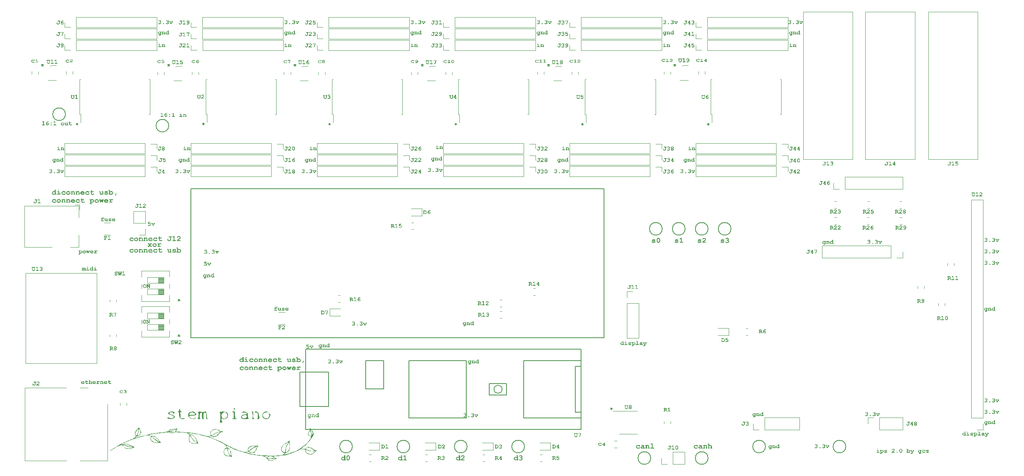
<source format=gbr>
%TF.SameCoordinates,Original*%
%TF.FileFunction,Legend,Top*%
%TF.FilePolarity,Positive*%
%FSLAX46Y46*%
G04 Gerber Fmt 4.6, Leading zero omitted, Abs format (unit mm)*
G04 Created by KiCad (PCBNEW (7.0.0)) date 2023-11-17 04:08:32*
%MOMM*%
%LPD*%
G01*
G04 APERTURE LIST*
%ADD10C,0.250000*%
%ADD11C,0.300000*%
%ADD12C,0.200000*%
%ADD13C,0.150000*%
%ADD14C,0.120000*%
%ADD15C,0.100000*%
G04 APERTURE END LIST*
D10*
G36*
X140831063Y-130184242D02*
G01*
X140842508Y-130192004D01*
X140853394Y-130199993D01*
X140863722Y-130208210D01*
X140873493Y-130216654D01*
X140882705Y-130225326D01*
X140891359Y-130234225D01*
X140899454Y-130243352D01*
X140906992Y-130252707D01*
X140913972Y-130262289D01*
X140920393Y-130272098D01*
X140924364Y-130278764D01*
X140929907Y-130288953D01*
X140934905Y-130299369D01*
X140939358Y-130310013D01*
X140943266Y-130320885D01*
X140946628Y-130331984D01*
X140949445Y-130343310D01*
X140951717Y-130354864D01*
X140953444Y-130366646D01*
X140954625Y-130378655D01*
X140955261Y-130390892D01*
X140955383Y-130399176D01*
X140955022Y-130412545D01*
X140953940Y-130425726D01*
X140952137Y-130438718D01*
X140949612Y-130451520D01*
X140946367Y-130464134D01*
X140942400Y-130476559D01*
X140937711Y-130488795D01*
X140932302Y-130500842D01*
X140926171Y-130512700D01*
X140919319Y-130524370D01*
X140914350Y-130532044D01*
X140906378Y-130543231D01*
X140897758Y-130553894D01*
X140888489Y-130564034D01*
X140878572Y-130573649D01*
X140868007Y-130582741D01*
X140856793Y-130591309D01*
X140844932Y-130599354D01*
X140832422Y-130606874D01*
X140823721Y-130611597D01*
X140814733Y-130616087D01*
X140805457Y-130620344D01*
X140795892Y-130624368D01*
X140786025Y-130628154D01*
X140775780Y-130631695D01*
X140765158Y-130634993D01*
X140754157Y-130638046D01*
X140742779Y-130640854D01*
X140731023Y-130643419D01*
X140718889Y-130645739D01*
X140706377Y-130647815D01*
X140693487Y-130649647D01*
X140680220Y-130651235D01*
X140666575Y-130652578D01*
X140652552Y-130653677D01*
X140638151Y-130654532D01*
X140623373Y-130655143D01*
X140608216Y-130655509D01*
X140592682Y-130655631D01*
X140582549Y-130655582D01*
X140572573Y-130655436D01*
X140562755Y-130655193D01*
X140543594Y-130654415D01*
X140525064Y-130653247D01*
X140507165Y-130651690D01*
X140489898Y-130649743D01*
X140473263Y-130647408D01*
X140457260Y-130644683D01*
X140441888Y-130641569D01*
X140427147Y-130638066D01*
X140413038Y-130634173D01*
X140399561Y-130629891D01*
X140386715Y-130625220D01*
X140374501Y-130620160D01*
X140362919Y-130614710D01*
X140351968Y-130608871D01*
X140346729Y-130605806D01*
X140338523Y-130600442D01*
X140328838Y-130592991D01*
X140320587Y-130585196D01*
X140313771Y-130577058D01*
X140308390Y-130568576D01*
X140303682Y-130557491D01*
X140301215Y-130545869D01*
X140300812Y-130538639D01*
X140301524Y-130527874D01*
X140303663Y-130517745D01*
X140307226Y-130508251D01*
X140312215Y-130499392D01*
X140318629Y-130491169D01*
X140321084Y-130488569D01*
X140328987Y-130481597D01*
X140337490Y-130476067D01*
X140346595Y-130471980D01*
X140356301Y-130469335D01*
X140366608Y-130468133D01*
X140370177Y-130468053D01*
X140380175Y-130468846D01*
X140390388Y-130471228D01*
X140400814Y-130475197D01*
X140410112Y-130479972D01*
X140411454Y-130480753D01*
X140420764Y-130486397D01*
X140429920Y-130491420D01*
X140438920Y-130495823D01*
X140449516Y-130500288D01*
X140459889Y-130503860D01*
X140468362Y-130506154D01*
X140479162Y-130508215D01*
X140490924Y-130510001D01*
X140503648Y-130511512D01*
X140513822Y-130512466D01*
X140524536Y-130513264D01*
X140535792Y-130513908D01*
X140547589Y-130514398D01*
X140559926Y-130514732D01*
X140572805Y-130514913D01*
X140581691Y-130514947D01*
X140596783Y-130514831D01*
X140611344Y-130514482D01*
X140625374Y-130513900D01*
X140638874Y-130513085D01*
X140651844Y-130512037D01*
X140664283Y-130510757D01*
X140676192Y-130509244D01*
X140687570Y-130507498D01*
X140698418Y-130505519D01*
X140708735Y-130503307D01*
X140718522Y-130500863D01*
X140732208Y-130496760D01*
X140744700Y-130492133D01*
X140755999Y-130486983D01*
X140759500Y-130485150D01*
X140769321Y-130479346D01*
X140778176Y-130473108D01*
X140786065Y-130466437D01*
X140792988Y-130459332D01*
X140800716Y-130449185D01*
X140806726Y-130438266D01*
X140811020Y-130426577D01*
X140813596Y-130414117D01*
X140814401Y-130404266D01*
X140814454Y-130400886D01*
X140813955Y-130390857D01*
X140812455Y-130380919D01*
X140809955Y-130371073D01*
X140806456Y-130361318D01*
X140801956Y-130351656D01*
X140796457Y-130342084D01*
X140789958Y-130332605D01*
X140782459Y-130323217D01*
X140774177Y-130314084D01*
X140765209Y-130305494D01*
X140755554Y-130297445D01*
X140745212Y-130289938D01*
X140734183Y-130282974D01*
X140725460Y-130278106D01*
X140716351Y-130273543D01*
X140706855Y-130269284D01*
X140696974Y-130265331D01*
X140686313Y-130261846D01*
X140676282Y-130259316D01*
X140664915Y-130257015D01*
X140652213Y-130254943D01*
X140641809Y-130253539D01*
X140630654Y-130252264D01*
X140618748Y-130251117D01*
X140606091Y-130250100D01*
X140592682Y-130249211D01*
X140582155Y-130248171D01*
X140572403Y-130246272D01*
X140561724Y-130242861D01*
X140552162Y-130238212D01*
X140543715Y-130232328D01*
X140538704Y-130227718D01*
X140532313Y-130220073D01*
X140526528Y-130210350D01*
X140522542Y-130199763D01*
X140520559Y-130190000D01*
X140519898Y-130179602D01*
X140520619Y-130168671D01*
X140522783Y-130158410D01*
X140526389Y-130148819D01*
X140531438Y-130139897D01*
X140537930Y-130131645D01*
X140540414Y-130129043D01*
X140548577Y-130122071D01*
X140557496Y-130116541D01*
X140567170Y-130112454D01*
X140577600Y-130109809D01*
X140588786Y-130108607D01*
X140592682Y-130108527D01*
X140605252Y-130108521D01*
X140616676Y-130108501D01*
X140626954Y-130108469D01*
X140638874Y-130108406D01*
X140648756Y-130108320D01*
X140659758Y-130108149D01*
X140667665Y-130107794D01*
X140677923Y-130106483D01*
X140688181Y-130104383D01*
X140698439Y-130101492D01*
X140708697Y-130097811D01*
X140718956Y-130093340D01*
X140722375Y-130091674D01*
X140732347Y-130086185D01*
X140741563Y-130079974D01*
X140750024Y-130073041D01*
X140757729Y-130065388D01*
X140764679Y-130057013D01*
X140766827Y-130054061D01*
X140772554Y-130045033D01*
X140777097Y-130035903D01*
X140780454Y-130026669D01*
X140782873Y-130015767D01*
X140783680Y-130004724D01*
X140783062Y-129994817D01*
X140780550Y-129982905D01*
X140776106Y-129971518D01*
X140771161Y-129962787D01*
X140764978Y-129954391D01*
X140757559Y-129946331D01*
X140748904Y-129938607D01*
X140744113Y-129934870D01*
X140733606Y-129927944D01*
X140724920Y-129923355D01*
X140715543Y-129919286D01*
X140705474Y-129915736D01*
X140694714Y-129912705D01*
X140683263Y-129910194D01*
X140671121Y-129908203D01*
X140658288Y-129906731D01*
X140644763Y-129905779D01*
X140630547Y-129905346D01*
X140625655Y-129905317D01*
X140613141Y-129905561D01*
X140601002Y-129906294D01*
X140589236Y-129907515D01*
X140577844Y-129909225D01*
X140566827Y-129911423D01*
X140556183Y-129914110D01*
X140545913Y-129917285D01*
X140536018Y-129920949D01*
X140526496Y-129925101D01*
X140517348Y-129929741D01*
X140508575Y-129934870D01*
X140500175Y-129940488D01*
X140492149Y-129946594D01*
X140484498Y-129953189D01*
X140477220Y-129960272D01*
X140470316Y-129967843D01*
X140463758Y-129975131D01*
X140456150Y-129982681D01*
X140448111Y-129989127D01*
X140444915Y-129991046D01*
X140435575Y-129995297D01*
X140425566Y-129997973D01*
X140414890Y-129999075D01*
X140412675Y-129999106D01*
X140402151Y-129998368D01*
X140392193Y-129996152D01*
X140382802Y-129992460D01*
X140373978Y-129987291D01*
X140365720Y-129980645D01*
X140363094Y-129978101D01*
X140356121Y-129969789D01*
X140350592Y-129960791D01*
X140346504Y-129951105D01*
X140343860Y-129940732D01*
X140342657Y-129929673D01*
X140342577Y-129925833D01*
X140343566Y-129913728D01*
X140346531Y-129901714D01*
X140351473Y-129889792D01*
X140356477Y-129880911D01*
X140362593Y-129872081D01*
X140369821Y-129863302D01*
X140378160Y-129854576D01*
X140387612Y-129845900D01*
X140398176Y-129837276D01*
X140405836Y-129831556D01*
X140417526Y-129823452D01*
X140429574Y-129815871D01*
X140441980Y-129808812D01*
X140454746Y-129802277D01*
X140467870Y-129796264D01*
X140481353Y-129790775D01*
X140495195Y-129785808D01*
X140509395Y-129781364D01*
X140523954Y-129777443D01*
X140538872Y-129774044D01*
X140554149Y-129771169D01*
X140569784Y-129768816D01*
X140585778Y-129766986D01*
X140602131Y-129765679D01*
X140618843Y-129764895D01*
X140635913Y-129764633D01*
X140652015Y-129764909D01*
X140667714Y-129765736D01*
X140683011Y-129767115D01*
X140697905Y-129769045D01*
X140712396Y-129771526D01*
X140726485Y-129774559D01*
X140740171Y-129778144D01*
X140753455Y-129782280D01*
X140766336Y-129786967D01*
X140778814Y-129792206D01*
X140790890Y-129797996D01*
X140802563Y-129804338D01*
X140813833Y-129811231D01*
X140824701Y-129818676D01*
X140835166Y-129826672D01*
X140845229Y-129835219D01*
X140854812Y-129844155D01*
X140863776Y-129853316D01*
X140872123Y-129862702D01*
X140879851Y-129872314D01*
X140886960Y-129882150D01*
X140893452Y-129892212D01*
X140899325Y-129902499D01*
X140904580Y-129913011D01*
X140909217Y-129923748D01*
X140913235Y-129934710D01*
X140916636Y-129945898D01*
X140919418Y-129957310D01*
X140921582Y-129968948D01*
X140923127Y-129980811D01*
X140924055Y-129992899D01*
X140924364Y-130005212D01*
X140923997Y-130017993D01*
X140922898Y-130030568D01*
X140921066Y-130042936D01*
X140918502Y-130055099D01*
X140915205Y-130067055D01*
X140911175Y-130078806D01*
X140906412Y-130090350D01*
X140900916Y-130101688D01*
X140894749Y-130112756D01*
X140887849Y-130123609D01*
X140882194Y-130131609D01*
X140876126Y-130139489D01*
X140869646Y-130147248D01*
X140862754Y-130154887D01*
X140855449Y-130162406D01*
X140847733Y-130169805D01*
X140839604Y-130177084D01*
X140831063Y-130184242D01*
G37*
G36*
X141577713Y-130561842D02*
G01*
X141577271Y-130571650D01*
X141575472Y-130583330D01*
X141572290Y-130594366D01*
X141567725Y-130604758D01*
X141561777Y-130614507D01*
X141554444Y-130623611D01*
X141549381Y-130628764D01*
X141540085Y-130636504D01*
X141529751Y-130642932D01*
X141520737Y-130647130D01*
X141511059Y-130650489D01*
X141500717Y-130653007D01*
X141489711Y-130654687D01*
X141478040Y-130655526D01*
X141471956Y-130655631D01*
X141459950Y-130655211D01*
X141448601Y-130653952D01*
X141437907Y-130651853D01*
X141427870Y-130648914D01*
X141418490Y-130645136D01*
X141409766Y-130640519D01*
X141399784Y-130633566D01*
X141394287Y-130628764D01*
X141386195Y-130620046D01*
X141379475Y-130610685D01*
X141374126Y-130600679D01*
X141370149Y-130590029D01*
X141367543Y-130578735D01*
X141366309Y-130566797D01*
X141366199Y-130561842D01*
X141366638Y-130552034D01*
X141368421Y-130540354D01*
X141371575Y-130529317D01*
X141376101Y-130518925D01*
X141381999Y-130509177D01*
X141389267Y-130500073D01*
X141394287Y-130494919D01*
X141403654Y-130487179D01*
X141414046Y-130480751D01*
X141423098Y-130476553D01*
X141432807Y-130473195D01*
X141443172Y-130470676D01*
X141454193Y-130468997D01*
X141465871Y-130468157D01*
X141471956Y-130468053D01*
X141483958Y-130468472D01*
X141495297Y-130469732D01*
X141505971Y-130471831D01*
X141515981Y-130474769D01*
X141525327Y-130478547D01*
X141534009Y-130483165D01*
X141543928Y-130490118D01*
X141549381Y-130494919D01*
X141557543Y-130503637D01*
X141564322Y-130512999D01*
X141569717Y-130523005D01*
X141573729Y-130533655D01*
X141576358Y-130544948D01*
X141577603Y-130556886D01*
X141577713Y-130561842D01*
G37*
G36*
X142511454Y-130184242D02*
G01*
X142522898Y-130192004D01*
X142533785Y-130199993D01*
X142544113Y-130208210D01*
X142553883Y-130216654D01*
X142563095Y-130225326D01*
X142571749Y-130234225D01*
X142579845Y-130243352D01*
X142587383Y-130252707D01*
X142594362Y-130262289D01*
X142600784Y-130272098D01*
X142604755Y-130278764D01*
X142610298Y-130288953D01*
X142615296Y-130299369D01*
X142619749Y-130310013D01*
X142623657Y-130320885D01*
X142627019Y-130331984D01*
X142629836Y-130343310D01*
X142632108Y-130354864D01*
X142633835Y-130366646D01*
X142635016Y-130378655D01*
X142635652Y-130390892D01*
X142635773Y-130399176D01*
X142635413Y-130412545D01*
X142634331Y-130425726D01*
X142632528Y-130438718D01*
X142630003Y-130451520D01*
X142626757Y-130464134D01*
X142622790Y-130476559D01*
X142618102Y-130488795D01*
X142612692Y-130500842D01*
X142606562Y-130512700D01*
X142599709Y-130524370D01*
X142594741Y-130532044D01*
X142586769Y-130543231D01*
X142578148Y-130553894D01*
X142568880Y-130564034D01*
X142558963Y-130573649D01*
X142548398Y-130582741D01*
X142537184Y-130591309D01*
X142525322Y-130599354D01*
X142512812Y-130606874D01*
X142504112Y-130611597D01*
X142495124Y-130616087D01*
X142485847Y-130620344D01*
X142476283Y-130624368D01*
X142466416Y-130628154D01*
X142456171Y-130631695D01*
X142445548Y-130634993D01*
X142434548Y-130638046D01*
X142423170Y-130640854D01*
X142411413Y-130643419D01*
X142399280Y-130645739D01*
X142386768Y-130647815D01*
X142373878Y-130649647D01*
X142360611Y-130651235D01*
X142346966Y-130652578D01*
X142332943Y-130653677D01*
X142318542Y-130654532D01*
X142303763Y-130655143D01*
X142288607Y-130655509D01*
X142273073Y-130655631D01*
X142262939Y-130655582D01*
X142252964Y-130655436D01*
X142243146Y-130655193D01*
X142223984Y-130654415D01*
X142205454Y-130653247D01*
X142187556Y-130651690D01*
X142170289Y-130649743D01*
X142153654Y-130647408D01*
X142137650Y-130644683D01*
X142122278Y-130641569D01*
X142107538Y-130638066D01*
X142093429Y-130634173D01*
X142079952Y-130629891D01*
X142067106Y-130625220D01*
X142054892Y-130620160D01*
X142043310Y-130614710D01*
X142032359Y-130608871D01*
X142027120Y-130605806D01*
X142018914Y-130600442D01*
X142009228Y-130592991D01*
X142000978Y-130585196D01*
X141994162Y-130577058D01*
X141988781Y-130568576D01*
X141984072Y-130557491D01*
X141981606Y-130545869D01*
X141981203Y-130538639D01*
X141981915Y-130527874D01*
X141984053Y-130517745D01*
X141987617Y-130508251D01*
X141992606Y-130499392D01*
X141999020Y-130491169D01*
X142001475Y-130488569D01*
X142009377Y-130481597D01*
X142017881Y-130476067D01*
X142026986Y-130471980D01*
X142036691Y-130469335D01*
X142046998Y-130468133D01*
X142050568Y-130468053D01*
X142060566Y-130468846D01*
X142070779Y-130471228D01*
X142081205Y-130475197D01*
X142090503Y-130479972D01*
X142091845Y-130480753D01*
X142101155Y-130486397D01*
X142110311Y-130491420D01*
X142119311Y-130495823D01*
X142129907Y-130500288D01*
X142140280Y-130503860D01*
X142148753Y-130506154D01*
X142159553Y-130508215D01*
X142171315Y-130510001D01*
X142184039Y-130511512D01*
X142194212Y-130512466D01*
X142204927Y-130513264D01*
X142216183Y-130513908D01*
X142227979Y-130514398D01*
X142240317Y-130514732D01*
X142253196Y-130514913D01*
X142262082Y-130514947D01*
X142277173Y-130514831D01*
X142291734Y-130514482D01*
X142305765Y-130513900D01*
X142319265Y-130513085D01*
X142332235Y-130512037D01*
X142344674Y-130510757D01*
X142356583Y-130509244D01*
X142367961Y-130507498D01*
X142378809Y-130505519D01*
X142389126Y-130503307D01*
X142398913Y-130500863D01*
X142412599Y-130496760D01*
X142425091Y-130492133D01*
X142436390Y-130486983D01*
X142439891Y-130485150D01*
X142449712Y-130479346D01*
X142458567Y-130473108D01*
X142466456Y-130466437D01*
X142473379Y-130459332D01*
X142481107Y-130449185D01*
X142487117Y-130438266D01*
X142491411Y-130426577D01*
X142493987Y-130414117D01*
X142494792Y-130404266D01*
X142494845Y-130400886D01*
X142494345Y-130390857D01*
X142492846Y-130380919D01*
X142490346Y-130371073D01*
X142486846Y-130361318D01*
X142482347Y-130351656D01*
X142476848Y-130342084D01*
X142470348Y-130332605D01*
X142462849Y-130323217D01*
X142454568Y-130314084D01*
X142445600Y-130305494D01*
X142435945Y-130297445D01*
X142425602Y-130289938D01*
X142414573Y-130282974D01*
X142405851Y-130278106D01*
X142396742Y-130273543D01*
X142387246Y-130269284D01*
X142377364Y-130265331D01*
X142366704Y-130261846D01*
X142356673Y-130259316D01*
X142345306Y-130257015D01*
X142332603Y-130254943D01*
X142322200Y-130253539D01*
X142311045Y-130252264D01*
X142299139Y-130251117D01*
X142286482Y-130250100D01*
X142273073Y-130249211D01*
X142262546Y-130248171D01*
X142252794Y-130246272D01*
X142242115Y-130242861D01*
X142232552Y-130238212D01*
X142224106Y-130232328D01*
X142219095Y-130227718D01*
X142212704Y-130220073D01*
X142206919Y-130210350D01*
X142202933Y-130199763D01*
X142200950Y-130190000D01*
X142200288Y-130179602D01*
X142201010Y-130168671D01*
X142203174Y-130158410D01*
X142206780Y-130148819D01*
X142211829Y-130139897D01*
X142218320Y-130131645D01*
X142220805Y-130129043D01*
X142228968Y-130122071D01*
X142237887Y-130116541D01*
X142247561Y-130112454D01*
X142257991Y-130109809D01*
X142269176Y-130108607D01*
X142273073Y-130108527D01*
X142285643Y-130108521D01*
X142297067Y-130108501D01*
X142307344Y-130108469D01*
X142319264Y-130108406D01*
X142329147Y-130108320D01*
X142340149Y-130108149D01*
X142348055Y-130107794D01*
X142358314Y-130106483D01*
X142368572Y-130104383D01*
X142378830Y-130101492D01*
X142389088Y-130097811D01*
X142399346Y-130093340D01*
X142402766Y-130091674D01*
X142412738Y-130086185D01*
X142421954Y-130079974D01*
X142430415Y-130073041D01*
X142438120Y-130065388D01*
X142445069Y-130057013D01*
X142447218Y-130054061D01*
X142452945Y-130045033D01*
X142457488Y-130035903D01*
X142460845Y-130026669D01*
X142463264Y-130015767D01*
X142464071Y-130004724D01*
X142463452Y-129994817D01*
X142460941Y-129982905D01*
X142456497Y-129971518D01*
X142451551Y-129962787D01*
X142445369Y-129954391D01*
X142437950Y-129946331D01*
X142429295Y-129938607D01*
X142424503Y-129934870D01*
X142413997Y-129927944D01*
X142405311Y-129923355D01*
X142395934Y-129919286D01*
X142385865Y-129915736D01*
X142375105Y-129912705D01*
X142363654Y-129910194D01*
X142351512Y-129908203D01*
X142338678Y-129906731D01*
X142325154Y-129905779D01*
X142310938Y-129905346D01*
X142306046Y-129905317D01*
X142293532Y-129905561D01*
X142281392Y-129906294D01*
X142269627Y-129907515D01*
X142258235Y-129909225D01*
X142247217Y-129911423D01*
X142236574Y-129914110D01*
X142226304Y-129917285D01*
X142216408Y-129920949D01*
X142206887Y-129925101D01*
X142197739Y-129929741D01*
X142188965Y-129934870D01*
X142180566Y-129940488D01*
X142172540Y-129946594D01*
X142164888Y-129953189D01*
X142157611Y-129960272D01*
X142150707Y-129967843D01*
X142144149Y-129975131D01*
X142136541Y-129982681D01*
X142128502Y-129989127D01*
X142125306Y-129991046D01*
X142115965Y-129995297D01*
X142105957Y-129997973D01*
X142095281Y-129999075D01*
X142093066Y-129999106D01*
X142082541Y-129998368D01*
X142072584Y-129996152D01*
X142063193Y-129992460D01*
X142054369Y-129987291D01*
X142046111Y-129980645D01*
X142043484Y-129978101D01*
X142036512Y-129969789D01*
X142030982Y-129960791D01*
X142026895Y-129951105D01*
X142024250Y-129940732D01*
X142023048Y-129929673D01*
X142022968Y-129925833D01*
X142023957Y-129913728D01*
X142026922Y-129901714D01*
X142031864Y-129889792D01*
X142036868Y-129880911D01*
X142042984Y-129872081D01*
X142050211Y-129863302D01*
X142058551Y-129854576D01*
X142068003Y-129845900D01*
X142078567Y-129837276D01*
X142086227Y-129831556D01*
X142097916Y-129823452D01*
X142109964Y-129815871D01*
X142122371Y-129808812D01*
X142135137Y-129802277D01*
X142148261Y-129796264D01*
X142161744Y-129790775D01*
X142175586Y-129785808D01*
X142189786Y-129781364D01*
X142204345Y-129777443D01*
X142219263Y-129774044D01*
X142234540Y-129771169D01*
X142250175Y-129768816D01*
X142266169Y-129766986D01*
X142282522Y-129765679D01*
X142299233Y-129764895D01*
X142316304Y-129764633D01*
X142332406Y-129764909D01*
X142348105Y-129765736D01*
X142363402Y-129767115D01*
X142378296Y-129769045D01*
X142392787Y-129771526D01*
X142406876Y-129774559D01*
X142420562Y-129778144D01*
X142433846Y-129782280D01*
X142446727Y-129786967D01*
X142459205Y-129792206D01*
X142471281Y-129797996D01*
X142482954Y-129804338D01*
X142494224Y-129811231D01*
X142505092Y-129818676D01*
X142515557Y-129826672D01*
X142525620Y-129835219D01*
X142535203Y-129844155D01*
X142544167Y-129853316D01*
X142552513Y-129862702D01*
X142560241Y-129872314D01*
X142567351Y-129882150D01*
X142573843Y-129892212D01*
X142579716Y-129902499D01*
X142584971Y-129913011D01*
X142589608Y-129923748D01*
X142593626Y-129934710D01*
X142597027Y-129945898D01*
X142599809Y-129957310D01*
X142601972Y-129968948D01*
X142603518Y-129980811D01*
X142604445Y-129992899D01*
X142604755Y-130005212D01*
X142604388Y-130017993D01*
X142603289Y-130030568D01*
X142601457Y-130042936D01*
X142598893Y-130055099D01*
X142595595Y-130067055D01*
X142591565Y-130078806D01*
X142586803Y-130090350D01*
X142581307Y-130101688D01*
X142575140Y-130112756D01*
X142568240Y-130123609D01*
X142562585Y-130131609D01*
X142556517Y-130139489D01*
X142550037Y-130147248D01*
X142543144Y-130154887D01*
X142535840Y-130162406D01*
X142528123Y-130169805D01*
X142519995Y-130177084D01*
X142511454Y-130184242D01*
G37*
G36*
X143151859Y-130474159D02*
G01*
X143303533Y-130186685D01*
X143293311Y-130186580D01*
X143280790Y-130186112D01*
X143269535Y-130185271D01*
X143259548Y-130184055D01*
X143248846Y-130182010D01*
X143238616Y-130178784D01*
X143231237Y-130174717D01*
X143223223Y-130167928D01*
X143216278Y-130160993D01*
X143209098Y-130152122D01*
X143203588Y-130143024D01*
X143199748Y-130133699D01*
X143197578Y-130124147D01*
X143197043Y-130116343D01*
X143197799Y-130104957D01*
X143200066Y-130094430D01*
X143203844Y-130084761D01*
X143209133Y-130075951D01*
X143215934Y-130068000D01*
X143218537Y-130065540D01*
X143227710Y-130058900D01*
X143236916Y-130054416D01*
X143247541Y-130050886D01*
X143259585Y-130048310D01*
X143270242Y-130046936D01*
X143281807Y-130046173D01*
X143291077Y-130046001D01*
X143484273Y-130046001D01*
X143496516Y-130046306D01*
X143507842Y-130047222D01*
X143518253Y-130048749D01*
X143529979Y-130051515D01*
X143540273Y-130055236D01*
X143549137Y-130059911D01*
X143556569Y-130065540D01*
X143563956Y-130073205D01*
X143569815Y-130081729D01*
X143574146Y-130091111D01*
X143576948Y-130101352D01*
X143578222Y-130112452D01*
X143578307Y-130116343D01*
X143577542Y-130127737D01*
X143575250Y-130138290D01*
X143571429Y-130148002D01*
X143566079Y-130156872D01*
X143559201Y-130164900D01*
X143556569Y-130167390D01*
X143547479Y-130173947D01*
X143538329Y-130178375D01*
X143527748Y-130181861D01*
X143515736Y-130184405D01*
X143505097Y-130185761D01*
X143493541Y-130186515D01*
X143484273Y-130186685D01*
X143460826Y-130186685D01*
X143225131Y-130640000D01*
X143078341Y-130640000D01*
X142842647Y-130186685D01*
X142822619Y-130186685D01*
X142810373Y-130186383D01*
X142799034Y-130185479D01*
X142788605Y-130183971D01*
X142776844Y-130181239D01*
X142766503Y-130177565D01*
X142757582Y-130172948D01*
X142750079Y-130167390D01*
X142742775Y-130159642D01*
X142736982Y-130151052D01*
X142732700Y-130141621D01*
X142729929Y-130131349D01*
X142728670Y-130120235D01*
X142728586Y-130116343D01*
X142729341Y-130104957D01*
X142731608Y-130094430D01*
X142735386Y-130084761D01*
X142740676Y-130075951D01*
X142747476Y-130068000D01*
X142750079Y-130065540D01*
X142759252Y-130058900D01*
X142768458Y-130054416D01*
X142779083Y-130050886D01*
X142791127Y-130048310D01*
X142801784Y-130046936D01*
X142813349Y-130046173D01*
X142822619Y-130046001D01*
X143011663Y-130046001D01*
X143023734Y-130046306D01*
X143034912Y-130047222D01*
X143045197Y-130048749D01*
X143056797Y-130051515D01*
X143067002Y-130055236D01*
X143075812Y-130059911D01*
X143083226Y-130065540D01*
X143090614Y-130073205D01*
X143096473Y-130081729D01*
X143100803Y-130091111D01*
X143103605Y-130101352D01*
X143104879Y-130112452D01*
X143104964Y-130116343D01*
X143103805Y-130127961D01*
X143101068Y-130137340D01*
X143096721Y-130146446D01*
X143090764Y-130155277D01*
X143083197Y-130163834D01*
X143075984Y-130170482D01*
X143071991Y-130173740D01*
X143062880Y-130178784D01*
X143051963Y-130182121D01*
X143040676Y-130184207D01*
X143030211Y-130185421D01*
X143018472Y-130186230D01*
X143005459Y-130186634D01*
X142998474Y-130186685D01*
X143151859Y-130474159D01*
G37*
G36*
X212736712Y-45194507D02*
G01*
X212746606Y-45194919D01*
X212756410Y-45195606D01*
X212769342Y-45196949D01*
X212782113Y-45198781D01*
X212794724Y-45201101D01*
X212807174Y-45203910D01*
X212819465Y-45207207D01*
X212828577Y-45210001D01*
X212840656Y-45214100D01*
X212852589Y-45218702D01*
X212864378Y-45223808D01*
X212876021Y-45229418D01*
X212887520Y-45235532D01*
X212896049Y-45240448D01*
X212904496Y-45245647D01*
X212912861Y-45251130D01*
X212921145Y-45256896D01*
X212921145Y-45210001D01*
X213086009Y-45210001D01*
X213098252Y-45210306D01*
X213109579Y-45211222D01*
X213119990Y-45212749D01*
X213131715Y-45215515D01*
X213142010Y-45219236D01*
X213150873Y-45223911D01*
X213158305Y-45229540D01*
X213165693Y-45237205D01*
X213171552Y-45245729D01*
X213175882Y-45255111D01*
X213178684Y-45265352D01*
X213179958Y-45276452D01*
X213180043Y-45280343D01*
X213179279Y-45291737D01*
X213176986Y-45302290D01*
X213173165Y-45312002D01*
X213167815Y-45320872D01*
X213160937Y-45328900D01*
X213158305Y-45331390D01*
X213149215Y-45337947D01*
X213140065Y-45342375D01*
X213129484Y-45345861D01*
X213117473Y-45348405D01*
X213106833Y-45349761D01*
X213095277Y-45350515D01*
X213086009Y-45350685D01*
X213061829Y-45350685D01*
X213061829Y-45825004D01*
X213061554Y-45837718D01*
X213060730Y-45850123D01*
X213059356Y-45862219D01*
X213057433Y-45874006D01*
X213054960Y-45885483D01*
X213051937Y-45896651D01*
X213048365Y-45907511D01*
X213044244Y-45918061D01*
X213039573Y-45928302D01*
X213034352Y-45938234D01*
X213030566Y-45944683D01*
X213024410Y-45954174D01*
X213017666Y-45963411D01*
X213010334Y-45972395D01*
X213002413Y-45981125D01*
X212993905Y-45989602D01*
X212984808Y-45997826D01*
X212975123Y-46005797D01*
X212964850Y-46013514D01*
X212953988Y-46020978D01*
X212942539Y-46028189D01*
X212934579Y-46032855D01*
X212922345Y-46039446D01*
X212909823Y-46045389D01*
X212897014Y-46050683D01*
X212883917Y-46055329D01*
X212870533Y-46059327D01*
X212856861Y-46062677D01*
X212842901Y-46065378D01*
X212828654Y-46067431D01*
X212814119Y-46068835D01*
X212804269Y-46069412D01*
X212794291Y-46069700D01*
X212789254Y-46069736D01*
X212629764Y-46069736D01*
X212617517Y-46069430D01*
X212606179Y-46068515D01*
X212595749Y-46066988D01*
X212583989Y-46064221D01*
X212573648Y-46060500D01*
X212564726Y-46055825D01*
X212557224Y-46050196D01*
X212549919Y-46042465D01*
X212544126Y-46033927D01*
X212539844Y-46024582D01*
X212537073Y-46014430D01*
X212535814Y-46003471D01*
X212535730Y-45999638D01*
X212536486Y-45988244D01*
X212538753Y-45977691D01*
X212542531Y-45967979D01*
X212547820Y-45959109D01*
X212554621Y-45951080D01*
X212557224Y-45948591D01*
X212566397Y-45941951D01*
X212575603Y-45937467D01*
X212586227Y-45933937D01*
X212598271Y-45931361D01*
X212608928Y-45929987D01*
X212620494Y-45929224D01*
X212629764Y-45929052D01*
X212785102Y-45929052D01*
X212796939Y-45928779D01*
X212808269Y-45927961D01*
X212819092Y-45926598D01*
X212829409Y-45924690D01*
X212839220Y-45922236D01*
X212848523Y-45919237D01*
X212860140Y-45914391D01*
X212870856Y-45908575D01*
X212880672Y-45901789D01*
X212885242Y-45898033D01*
X212893657Y-45890084D01*
X212900950Y-45881623D01*
X212907120Y-45872651D01*
X212912169Y-45863167D01*
X212916096Y-45853172D01*
X212918901Y-45842666D01*
X212920584Y-45831649D01*
X212921145Y-45820120D01*
X212921145Y-45759547D01*
X212912381Y-45765047D01*
X212903583Y-45770281D01*
X212894750Y-45775248D01*
X212885883Y-45779949D01*
X212876981Y-45784384D01*
X212868045Y-45788553D01*
X212859075Y-45792456D01*
X212847062Y-45797245D01*
X212834987Y-45801561D01*
X212825891Y-45804488D01*
X212813762Y-45808037D01*
X212801558Y-45811113D01*
X212789277Y-45813716D01*
X212776920Y-45815845D01*
X212764486Y-45817502D01*
X212751977Y-45818685D01*
X212739391Y-45819394D01*
X212726728Y-45819631D01*
X212708958Y-45819280D01*
X212691553Y-45818227D01*
X212674513Y-45816471D01*
X212657836Y-45814013D01*
X212641524Y-45810854D01*
X212625577Y-45806991D01*
X212609994Y-45802427D01*
X212594776Y-45797161D01*
X212579922Y-45791192D01*
X212565432Y-45784521D01*
X212551307Y-45777148D01*
X212537547Y-45769073D01*
X212524151Y-45760295D01*
X212511119Y-45750816D01*
X212498452Y-45740634D01*
X212486149Y-45729750D01*
X212474437Y-45718319D01*
X212463480Y-45706558D01*
X212453279Y-45694467D01*
X212443834Y-45682046D01*
X212435144Y-45669295D01*
X212427210Y-45656213D01*
X212420032Y-45642802D01*
X212413609Y-45629061D01*
X212407942Y-45614989D01*
X212403030Y-45600587D01*
X212398874Y-45585855D01*
X212395474Y-45570793D01*
X212392829Y-45555401D01*
X212390940Y-45539679D01*
X212389806Y-45523627D01*
X212389429Y-45507244D01*
X212389435Y-45507000D01*
X212530113Y-45507000D01*
X212530617Y-45520018D01*
X212532130Y-45532691D01*
X212534653Y-45545022D01*
X212538184Y-45557009D01*
X212542724Y-45568652D01*
X212548273Y-45579952D01*
X212554831Y-45590909D01*
X212562398Y-45601522D01*
X212570974Y-45611792D01*
X212580559Y-45621718D01*
X212587510Y-45628145D01*
X212598473Y-45637224D01*
X212609841Y-45645410D01*
X212621612Y-45652703D01*
X212633786Y-45659102D01*
X212646364Y-45664609D01*
X212659346Y-45669223D01*
X212672731Y-45672944D01*
X212686520Y-45675772D01*
X212700712Y-45677707D01*
X212715308Y-45678749D01*
X212725263Y-45678947D01*
X212735217Y-45678749D01*
X212744993Y-45678153D01*
X212759320Y-45676516D01*
X212773243Y-45673986D01*
X212786763Y-45670563D01*
X212799879Y-45666247D01*
X212812591Y-45661037D01*
X212824900Y-45654935D01*
X212836806Y-45647940D01*
X212848308Y-45640051D01*
X212859406Y-45631270D01*
X212863016Y-45628145D01*
X212873273Y-45618447D01*
X212882522Y-45608407D01*
X212890761Y-45598023D01*
X212897992Y-45587295D01*
X212904214Y-45576224D01*
X212909426Y-45564809D01*
X212913630Y-45553051D01*
X212916825Y-45540950D01*
X212919011Y-45528505D01*
X212920188Y-45515717D01*
X212920413Y-45507000D01*
X212919908Y-45494112D01*
X212918395Y-45481549D01*
X212915872Y-45469313D01*
X212912341Y-45457404D01*
X212907801Y-45445820D01*
X212902252Y-45434563D01*
X212895694Y-45423632D01*
X212888127Y-45413028D01*
X212879551Y-45402750D01*
X212869966Y-45392798D01*
X212863016Y-45386344D01*
X212852052Y-45377178D01*
X212840685Y-45368913D01*
X212828914Y-45361550D01*
X212816739Y-45355089D01*
X212804161Y-45349529D01*
X212791180Y-45344871D01*
X212777794Y-45341114D01*
X212764006Y-45338259D01*
X212749813Y-45336305D01*
X212735217Y-45335254D01*
X212725263Y-45335053D01*
X212715308Y-45335254D01*
X212705532Y-45335855D01*
X212691205Y-45337508D01*
X212677282Y-45340062D01*
X212663763Y-45343518D01*
X212650646Y-45347876D01*
X212637934Y-45353135D01*
X212625625Y-45359296D01*
X212613719Y-45366359D01*
X212602218Y-45374323D01*
X212591119Y-45383189D01*
X212587510Y-45386344D01*
X212577252Y-45396079D01*
X212568004Y-45406139D01*
X212559764Y-45416526D01*
X212552533Y-45427240D01*
X212546312Y-45438279D01*
X212541099Y-45449645D01*
X212536895Y-45461337D01*
X212533700Y-45473356D01*
X212531514Y-45485701D01*
X212530337Y-45498372D01*
X212530113Y-45507000D01*
X212389435Y-45507000D01*
X212389806Y-45490804D01*
X212390940Y-45474699D01*
X212392829Y-45458930D01*
X212395474Y-45443497D01*
X212398874Y-45428400D01*
X212403030Y-45413638D01*
X212407942Y-45399213D01*
X212413609Y-45385123D01*
X212420032Y-45371369D01*
X212427210Y-45357951D01*
X212435144Y-45344869D01*
X212443834Y-45332122D01*
X212453279Y-45319712D01*
X212463480Y-45307637D01*
X212474437Y-45295898D01*
X212486149Y-45284495D01*
X212498452Y-45273581D01*
X212511119Y-45263372D01*
X212524151Y-45253866D01*
X212537547Y-45245065D01*
X212551307Y-45236968D01*
X212565432Y-45229575D01*
X212579922Y-45222886D01*
X212594776Y-45216901D01*
X212609994Y-45211620D01*
X212625577Y-45207043D01*
X212641524Y-45203171D01*
X212657836Y-45200002D01*
X212674513Y-45197538D01*
X212691553Y-45195778D01*
X212708958Y-45194721D01*
X212726728Y-45194369D01*
X212736712Y-45194507D01*
G37*
G36*
X213463853Y-45210001D02*
G01*
X213463853Y-45256896D01*
X213473565Y-45249324D01*
X213483530Y-45242241D01*
X213493746Y-45235646D01*
X213504214Y-45229540D01*
X213514934Y-45223923D01*
X213525906Y-45218794D01*
X213537130Y-45214153D01*
X213548605Y-45210001D01*
X213560329Y-45206337D01*
X213572297Y-45203162D01*
X213584509Y-45200475D01*
X213596965Y-45198277D01*
X213609666Y-45196568D01*
X213622611Y-45195346D01*
X213632480Y-45194751D01*
X213642486Y-45194430D01*
X213649233Y-45194369D01*
X213664661Y-45194653D01*
X213679680Y-45195503D01*
X213694290Y-45196920D01*
X213708493Y-45198903D01*
X213722287Y-45201453D01*
X213735672Y-45204570D01*
X213748650Y-45208254D01*
X213761219Y-45212504D01*
X213773379Y-45217322D01*
X213785132Y-45222705D01*
X213796475Y-45228656D01*
X213807411Y-45235173D01*
X213817938Y-45242257D01*
X213828057Y-45249908D01*
X213837768Y-45258125D01*
X213847070Y-45266909D01*
X213854050Y-45274285D01*
X213860580Y-45281942D01*
X213866659Y-45289879D01*
X213872288Y-45298096D01*
X213877467Y-45306594D01*
X213882195Y-45315373D01*
X213886473Y-45324432D01*
X213890301Y-45333771D01*
X213893678Y-45343391D01*
X213896605Y-45353291D01*
X213899082Y-45363472D01*
X213901109Y-45373934D01*
X213902685Y-45384676D01*
X213903811Y-45395698D01*
X213904486Y-45407001D01*
X213904711Y-45418584D01*
X213904711Y-45663316D01*
X213915519Y-45663621D01*
X213925594Y-45664537D01*
X213937157Y-45666540D01*
X213947576Y-45669498D01*
X213956850Y-45673410D01*
X213966467Y-45679363D01*
X213970657Y-45682855D01*
X213977961Y-45690520D01*
X213983754Y-45699044D01*
X213988036Y-45708426D01*
X213990807Y-45718667D01*
X213992066Y-45729767D01*
X213992150Y-45733658D01*
X213991386Y-45745052D01*
X213989093Y-45755605D01*
X213985272Y-45765317D01*
X213979923Y-45774187D01*
X213973045Y-45782215D01*
X213970413Y-45784704D01*
X213961239Y-45791262D01*
X213952034Y-45795690D01*
X213941409Y-45799176D01*
X213929365Y-45801720D01*
X213918708Y-45803076D01*
X213907143Y-45803830D01*
X213897872Y-45804000D01*
X213770866Y-45804000D01*
X213758620Y-45803698D01*
X213747282Y-45802794D01*
X213736852Y-45801286D01*
X213725091Y-45798554D01*
X213714750Y-45794880D01*
X213705829Y-45790263D01*
X213698326Y-45784704D01*
X213691022Y-45776956D01*
X213685229Y-45768367D01*
X213680947Y-45758936D01*
X213678176Y-45748663D01*
X213676917Y-45737549D01*
X213676833Y-45733658D01*
X213677580Y-45722272D01*
X213679821Y-45711744D01*
X213683556Y-45702076D01*
X213688785Y-45693266D01*
X213695509Y-45685315D01*
X213698082Y-45682855D01*
X213706875Y-45676215D01*
X213717316Y-45670948D01*
X213727276Y-45667609D01*
X213738382Y-45665224D01*
X213748091Y-45664003D01*
X213758532Y-45663392D01*
X213764027Y-45663316D01*
X213764027Y-45421271D01*
X213763642Y-45411177D01*
X213762076Y-45399536D01*
X213759306Y-45388980D01*
X213755331Y-45379510D01*
X213750151Y-45371125D01*
X213742346Y-45362495D01*
X213739359Y-45359966D01*
X213730791Y-45354127D01*
X213721209Y-45349067D01*
X213710611Y-45344785D01*
X213698998Y-45341281D01*
X213686370Y-45338557D01*
X213676232Y-45337024D01*
X213665524Y-45335929D01*
X213654245Y-45335272D01*
X213642394Y-45335053D01*
X213630427Y-45335336D01*
X213618825Y-45336183D01*
X213607590Y-45337595D01*
X213596721Y-45339572D01*
X213586219Y-45342113D01*
X213576083Y-45345220D01*
X213566313Y-45348891D01*
X213556909Y-45353127D01*
X213547441Y-45358211D01*
X213537355Y-45364546D01*
X213526650Y-45372132D01*
X213518216Y-45378644D01*
X213509434Y-45385860D01*
X213500304Y-45393779D01*
X213490827Y-45402403D01*
X213481001Y-45411731D01*
X213470828Y-45421763D01*
X213463853Y-45428842D01*
X213463853Y-45663316D01*
X213473683Y-45663429D01*
X213485740Y-45663935D01*
X213496599Y-45664845D01*
X213508488Y-45666552D01*
X213518505Y-45668891D01*
X213528053Y-45672531D01*
X213533951Y-45676260D01*
X213541793Y-45682821D01*
X213550126Y-45691268D01*
X213556825Y-45699989D01*
X213561890Y-45708985D01*
X213565321Y-45718255D01*
X213567281Y-45729741D01*
X213567412Y-45733658D01*
X213566648Y-45745052D01*
X213564355Y-45755605D01*
X213560534Y-45765317D01*
X213555185Y-45774187D01*
X213548307Y-45782215D01*
X213545674Y-45784704D01*
X213536584Y-45791262D01*
X213527434Y-45795690D01*
X213516854Y-45799176D01*
X213504842Y-45801720D01*
X213494202Y-45803076D01*
X213482646Y-45803830D01*
X213473378Y-45804000D01*
X213313399Y-45804000D01*
X213301153Y-45803698D01*
X213289815Y-45802794D01*
X213279385Y-45801286D01*
X213267625Y-45798554D01*
X213257284Y-45794880D01*
X213248362Y-45790263D01*
X213240859Y-45784704D01*
X213233472Y-45776956D01*
X213227613Y-45768367D01*
X213223282Y-45758936D01*
X213220480Y-45748663D01*
X213219207Y-45737549D01*
X213219122Y-45733658D01*
X213220281Y-45722031D01*
X213223018Y-45712631D01*
X213227365Y-45703494D01*
X213233322Y-45694618D01*
X213240889Y-45686005D01*
X213248102Y-45679304D01*
X213252094Y-45676016D01*
X213261160Y-45671067D01*
X213271797Y-45667793D01*
X213282680Y-45665747D01*
X213292709Y-45664556D01*
X213303914Y-45663762D01*
X213316294Y-45663365D01*
X213322925Y-45663316D01*
X213322925Y-45350685D01*
X213312117Y-45350383D01*
X213302042Y-45349479D01*
X213290479Y-45347500D01*
X213280060Y-45344580D01*
X213270787Y-45340717D01*
X213261170Y-45334838D01*
X213256979Y-45331390D01*
X213249758Y-45323642D01*
X213244031Y-45315052D01*
X213239797Y-45305621D01*
X213237058Y-45295349D01*
X213235813Y-45284235D01*
X213235730Y-45280343D01*
X213236486Y-45268957D01*
X213238753Y-45258430D01*
X213242531Y-45248761D01*
X213247820Y-45239951D01*
X213254621Y-45232000D01*
X213257224Y-45229540D01*
X213266397Y-45222900D01*
X213275603Y-45218416D01*
X213286227Y-45214886D01*
X213298271Y-45212310D01*
X213308928Y-45210936D01*
X213320494Y-45210173D01*
X213329764Y-45210001D01*
X213463853Y-45210001D01*
G37*
G36*
X214769819Y-45663316D02*
G01*
X214793755Y-45663316D01*
X214805834Y-45663621D01*
X214817035Y-45664537D01*
X214827358Y-45666063D01*
X214839027Y-45668830D01*
X214849325Y-45672551D01*
X214858252Y-45677226D01*
X214865807Y-45682855D01*
X214873277Y-45690520D01*
X214879202Y-45699044D01*
X214883581Y-45708426D01*
X214886415Y-45718667D01*
X214887703Y-45729767D01*
X214887789Y-45733658D01*
X214887025Y-45745052D01*
X214884732Y-45755605D01*
X214880911Y-45765317D01*
X214875561Y-45774187D01*
X214868683Y-45782215D01*
X214866051Y-45784704D01*
X214856961Y-45791262D01*
X214847811Y-45795690D01*
X214837230Y-45799176D01*
X214825219Y-45801720D01*
X214814579Y-45803076D01*
X214803023Y-45803830D01*
X214793755Y-45804000D01*
X214628891Y-45804000D01*
X214628891Y-45725842D01*
X214619831Y-45734343D01*
X214610693Y-45742446D01*
X214601478Y-45750148D01*
X214592186Y-45757452D01*
X214582817Y-45764357D01*
X214573370Y-45770862D01*
X214563846Y-45776967D01*
X214554245Y-45782674D01*
X214544566Y-45787981D01*
X214534810Y-45792889D01*
X214528263Y-45795939D01*
X214518383Y-45800173D01*
X214508434Y-45803991D01*
X214498416Y-45807392D01*
X214488330Y-45810377D01*
X214478174Y-45812945D01*
X214467951Y-45815096D01*
X214457658Y-45816832D01*
X214447297Y-45818150D01*
X214436867Y-45819053D01*
X214426368Y-45819538D01*
X214419331Y-45819631D01*
X214409469Y-45819547D01*
X214390107Y-45818873D01*
X214371228Y-45817526D01*
X214352831Y-45815505D01*
X214334918Y-45812811D01*
X214317487Y-45809443D01*
X214300539Y-45805402D01*
X214284073Y-45800687D01*
X214268091Y-45795298D01*
X214252591Y-45789236D01*
X214237574Y-45782500D01*
X214223039Y-45775091D01*
X214208988Y-45767008D01*
X214195419Y-45758251D01*
X214182333Y-45748821D01*
X214169729Y-45738718D01*
X214163609Y-45733413D01*
X214151897Y-45722471D01*
X214140940Y-45711199D01*
X214130739Y-45699596D01*
X214121294Y-45687664D01*
X214112604Y-45675401D01*
X214104670Y-45662808D01*
X214097491Y-45649885D01*
X214091069Y-45636632D01*
X214085401Y-45623049D01*
X214080490Y-45609136D01*
X214076334Y-45594892D01*
X214072934Y-45580319D01*
X214070289Y-45565415D01*
X214068400Y-45550182D01*
X214067266Y-45534618D01*
X214066918Y-45519945D01*
X214207817Y-45519945D01*
X214208300Y-45532778D01*
X214209749Y-45545173D01*
X214212164Y-45557130D01*
X214215545Y-45568649D01*
X214219892Y-45579730D01*
X214225205Y-45590373D01*
X214231484Y-45600578D01*
X214238729Y-45610345D01*
X214246940Y-45619675D01*
X214256117Y-45628566D01*
X214262771Y-45634251D01*
X214273475Y-45642238D01*
X214284976Y-45649441D01*
X214297277Y-45655857D01*
X214310376Y-45661488D01*
X214324273Y-45666333D01*
X214333982Y-45669126D01*
X214344045Y-45671571D01*
X214354464Y-45673666D01*
X214365237Y-45675412D01*
X214376366Y-45676808D01*
X214387849Y-45677856D01*
X214399687Y-45678554D01*
X214411880Y-45678904D01*
X214418110Y-45678947D01*
X214430365Y-45678773D01*
X214442278Y-45678249D01*
X214453850Y-45677376D01*
X214465081Y-45676154D01*
X214475970Y-45674582D01*
X214486517Y-45672662D01*
X214496723Y-45670392D01*
X214506587Y-45667773D01*
X214516109Y-45664805D01*
X214529753Y-45659698D01*
X214542628Y-45653805D01*
X214554734Y-45647127D01*
X214566072Y-45639663D01*
X214573204Y-45634251D01*
X214583156Y-45625668D01*
X214592129Y-45616682D01*
X214600123Y-45607293D01*
X214607138Y-45597500D01*
X214613175Y-45587303D01*
X214618232Y-45576703D01*
X214622311Y-45565699D01*
X214625411Y-45554292D01*
X214627532Y-45542481D01*
X214628674Y-45530266D01*
X214628891Y-45521899D01*
X214628353Y-45507411D01*
X214626736Y-45493348D01*
X214624042Y-45479711D01*
X214620270Y-45466498D01*
X214615421Y-45453710D01*
X214609494Y-45441348D01*
X214602489Y-45429410D01*
X214594407Y-45417897D01*
X214585247Y-45406810D01*
X214578542Y-45399654D01*
X214571358Y-45392688D01*
X214567586Y-45389275D01*
X214559847Y-45382709D01*
X214551894Y-45376567D01*
X214543727Y-45370848D01*
X214535346Y-45365553D01*
X214526752Y-45360682D01*
X214517944Y-45356234D01*
X214508922Y-45352209D01*
X214499687Y-45348609D01*
X214490238Y-45345432D01*
X214480575Y-45342678D01*
X214470698Y-45340348D01*
X214460608Y-45338442D01*
X214450304Y-45336959D01*
X214439786Y-45335900D01*
X214429055Y-45335265D01*
X214418110Y-45335053D01*
X214407223Y-45335265D01*
X214396544Y-45335900D01*
X214386073Y-45336959D01*
X214375810Y-45338442D01*
X214365755Y-45340348D01*
X214355908Y-45342678D01*
X214346269Y-45345432D01*
X214336838Y-45348609D01*
X214327615Y-45352209D01*
X214318600Y-45356234D01*
X214309793Y-45360682D01*
X214301194Y-45365553D01*
X214292803Y-45370848D01*
X214284620Y-45376567D01*
X214276644Y-45382709D01*
X214268877Y-45389275D01*
X214261483Y-45396140D01*
X214254566Y-45403178D01*
X214245085Y-45414061D01*
X214236677Y-45425334D01*
X214229343Y-45436999D01*
X214223082Y-45449054D01*
X214217894Y-45461499D01*
X214213780Y-45474336D01*
X214210739Y-45487563D01*
X214208771Y-45501180D01*
X214207876Y-45515189D01*
X214207817Y-45519945D01*
X214066918Y-45519945D01*
X214066889Y-45518724D01*
X214067285Y-45502086D01*
X214068476Y-45485755D01*
X214070461Y-45469731D01*
X214073239Y-45454015D01*
X214076811Y-45438606D01*
X214081177Y-45423503D01*
X214086336Y-45408709D01*
X214092290Y-45394221D01*
X214099037Y-45380041D01*
X214106578Y-45366167D01*
X214114913Y-45352602D01*
X214124041Y-45339343D01*
X214133964Y-45326391D01*
X214144680Y-45313747D01*
X214156190Y-45301410D01*
X214168494Y-45289380D01*
X214181398Y-45277875D01*
X214194650Y-45267112D01*
X214208250Y-45257091D01*
X214222196Y-45247813D01*
X214236490Y-45239277D01*
X214251132Y-45231483D01*
X214266120Y-45224431D01*
X214281456Y-45218122D01*
X214297139Y-45212555D01*
X214313169Y-45207730D01*
X214329547Y-45203648D01*
X214346272Y-45200308D01*
X214363344Y-45197710D01*
X214380764Y-45195854D01*
X214398530Y-45194740D01*
X214416644Y-45194369D01*
X214426929Y-45194517D01*
X214437175Y-45194962D01*
X214447382Y-45195702D01*
X214457551Y-45196739D01*
X214467681Y-45198072D01*
X214477773Y-45199702D01*
X214487826Y-45201627D01*
X214497840Y-45203849D01*
X214507815Y-45206367D01*
X214517752Y-45209181D01*
X214524355Y-45211222D01*
X214534280Y-45214528D01*
X214544179Y-45218126D01*
X214554052Y-45222016D01*
X214563900Y-45226197D01*
X214573722Y-45230671D01*
X214583518Y-45235436D01*
X214593288Y-45240494D01*
X214603032Y-45245844D01*
X214612751Y-45251485D01*
X214622444Y-45257418D01*
X214628891Y-45261536D01*
X214628891Y-45084949D01*
X214604956Y-45084949D01*
X214592652Y-45084647D01*
X214581264Y-45083743D01*
X214570792Y-45082235D01*
X214561236Y-45080125D01*
X214550579Y-45076639D01*
X214541353Y-45072211D01*
X214532171Y-45065653D01*
X214524867Y-45057905D01*
X214519074Y-45049316D01*
X214514792Y-45039885D01*
X214512021Y-45029612D01*
X214510762Y-45018498D01*
X214510678Y-45014607D01*
X214511433Y-45003221D01*
X214513700Y-44992693D01*
X214517478Y-44983025D01*
X214522768Y-44974215D01*
X214529568Y-44966264D01*
X214532171Y-44963804D01*
X214541353Y-44957164D01*
X214550579Y-44952680D01*
X214561236Y-44949150D01*
X214570792Y-44947012D01*
X214581264Y-44945486D01*
X214592652Y-44944570D01*
X214604956Y-44944265D01*
X214769819Y-44944265D01*
X214769819Y-45663316D01*
G37*
G36*
X128996609Y-47738265D02*
G01*
X128996609Y-47878949D01*
X128829059Y-47878949D01*
X128829059Y-47738265D01*
X128996609Y-47738265D01*
G37*
G36*
X129015905Y-48004001D02*
G01*
X129015905Y-48457316D01*
X129184921Y-48457316D01*
X129197163Y-48457621D01*
X129208490Y-48458537D01*
X129218901Y-48460063D01*
X129230626Y-48462830D01*
X129240921Y-48466551D01*
X129249784Y-48471226D01*
X129257217Y-48476855D01*
X129264604Y-48484520D01*
X129270463Y-48493044D01*
X129274793Y-48502426D01*
X129277596Y-48512667D01*
X129278869Y-48523767D01*
X129278954Y-48527658D01*
X129278190Y-48539052D01*
X129275897Y-48549605D01*
X129272076Y-48559317D01*
X129266727Y-48568187D01*
X129259849Y-48576215D01*
X129257217Y-48578704D01*
X129248126Y-48585262D01*
X129238977Y-48589690D01*
X129228396Y-48593176D01*
X129216384Y-48595720D01*
X129205744Y-48597076D01*
X129194189Y-48597830D01*
X129184921Y-48598000D01*
X128705960Y-48598000D01*
X128693714Y-48597698D01*
X128682376Y-48596794D01*
X128671946Y-48595286D01*
X128660186Y-48592554D01*
X128649845Y-48588880D01*
X128640923Y-48584263D01*
X128633420Y-48578704D01*
X128626116Y-48570956D01*
X128620323Y-48562367D01*
X128616041Y-48552936D01*
X128613270Y-48542663D01*
X128612011Y-48531549D01*
X128611927Y-48527658D01*
X128612683Y-48516272D01*
X128614949Y-48505744D01*
X128618728Y-48496076D01*
X128624017Y-48487266D01*
X128630818Y-48479315D01*
X128633420Y-48476855D01*
X128642594Y-48470215D01*
X128651799Y-48465731D01*
X128662424Y-48462200D01*
X128674468Y-48459624D01*
X128685125Y-48458251D01*
X128696690Y-48457487D01*
X128705960Y-48457316D01*
X128874976Y-48457316D01*
X128874976Y-48144685D01*
X128761648Y-48144685D01*
X128749569Y-48144383D01*
X128738368Y-48143479D01*
X128728045Y-48141971D01*
X128716376Y-48139239D01*
X128706078Y-48135565D01*
X128697151Y-48130948D01*
X128689596Y-48125390D01*
X128682126Y-48117642D01*
X128676201Y-48109052D01*
X128671822Y-48099621D01*
X128668988Y-48089349D01*
X128667700Y-48078235D01*
X128667614Y-48074343D01*
X128668370Y-48062957D01*
X128670637Y-48052430D01*
X128674415Y-48042761D01*
X128679704Y-48033951D01*
X128686505Y-48026000D01*
X128689108Y-48023540D01*
X128698281Y-48016900D01*
X128707487Y-48012416D01*
X128718112Y-48008886D01*
X128730155Y-48006310D01*
X128740812Y-48004936D01*
X128752378Y-48004173D01*
X128761648Y-48004001D01*
X129015905Y-48004001D01*
G37*
G36*
X129643853Y-48004001D02*
G01*
X129643853Y-48050896D01*
X129653565Y-48043324D01*
X129663530Y-48036241D01*
X129673746Y-48029646D01*
X129684214Y-48023540D01*
X129694934Y-48017923D01*
X129705906Y-48012794D01*
X129717130Y-48008153D01*
X129728605Y-48004001D01*
X129740329Y-48000337D01*
X129752297Y-47997162D01*
X129764509Y-47994475D01*
X129776965Y-47992277D01*
X129789666Y-47990568D01*
X129802611Y-47989346D01*
X129812480Y-47988751D01*
X129822486Y-47988430D01*
X129829233Y-47988369D01*
X129844661Y-47988653D01*
X129859680Y-47989503D01*
X129874290Y-47990920D01*
X129888493Y-47992903D01*
X129902287Y-47995453D01*
X129915672Y-47998570D01*
X129928650Y-48002254D01*
X129941219Y-48006504D01*
X129953379Y-48011322D01*
X129965132Y-48016705D01*
X129976475Y-48022656D01*
X129987411Y-48029173D01*
X129997938Y-48036257D01*
X130008057Y-48043908D01*
X130017768Y-48052125D01*
X130027070Y-48060909D01*
X130034050Y-48068285D01*
X130040580Y-48075942D01*
X130046659Y-48083879D01*
X130052288Y-48092096D01*
X130057467Y-48100594D01*
X130062195Y-48109373D01*
X130066473Y-48118432D01*
X130070301Y-48127771D01*
X130073678Y-48137391D01*
X130076605Y-48147291D01*
X130079082Y-48157472D01*
X130081109Y-48167934D01*
X130082685Y-48178676D01*
X130083811Y-48189698D01*
X130084486Y-48201001D01*
X130084711Y-48212584D01*
X130084711Y-48457316D01*
X130095519Y-48457621D01*
X130105594Y-48458537D01*
X130117157Y-48460540D01*
X130127576Y-48463498D01*
X130136850Y-48467410D01*
X130146467Y-48473363D01*
X130150657Y-48476855D01*
X130157961Y-48484520D01*
X130163754Y-48493044D01*
X130168036Y-48502426D01*
X130170807Y-48512667D01*
X130172066Y-48523767D01*
X130172150Y-48527658D01*
X130171386Y-48539052D01*
X130169093Y-48549605D01*
X130165272Y-48559317D01*
X130159923Y-48568187D01*
X130153045Y-48576215D01*
X130150413Y-48578704D01*
X130141239Y-48585262D01*
X130132034Y-48589690D01*
X130121409Y-48593176D01*
X130109365Y-48595720D01*
X130098708Y-48597076D01*
X130087143Y-48597830D01*
X130077872Y-48598000D01*
X129950866Y-48598000D01*
X129938620Y-48597698D01*
X129927282Y-48596794D01*
X129916852Y-48595286D01*
X129905091Y-48592554D01*
X129894750Y-48588880D01*
X129885829Y-48584263D01*
X129878326Y-48578704D01*
X129871022Y-48570956D01*
X129865229Y-48562367D01*
X129860947Y-48552936D01*
X129858176Y-48542663D01*
X129856917Y-48531549D01*
X129856833Y-48527658D01*
X129857580Y-48516272D01*
X129859821Y-48505744D01*
X129863556Y-48496076D01*
X129868785Y-48487266D01*
X129875509Y-48479315D01*
X129878082Y-48476855D01*
X129886875Y-48470215D01*
X129897316Y-48464948D01*
X129907276Y-48461609D01*
X129918382Y-48459224D01*
X129928091Y-48458003D01*
X129938532Y-48457392D01*
X129944027Y-48457316D01*
X129944027Y-48215271D01*
X129943642Y-48205177D01*
X129942076Y-48193536D01*
X129939306Y-48182980D01*
X129935331Y-48173510D01*
X129930151Y-48165125D01*
X129922346Y-48156495D01*
X129919359Y-48153966D01*
X129910791Y-48148127D01*
X129901209Y-48143067D01*
X129890611Y-48138785D01*
X129878998Y-48135281D01*
X129866370Y-48132557D01*
X129856232Y-48131024D01*
X129845524Y-48129929D01*
X129834245Y-48129272D01*
X129822394Y-48129053D01*
X129810427Y-48129336D01*
X129798825Y-48130183D01*
X129787590Y-48131595D01*
X129776721Y-48133572D01*
X129766219Y-48136113D01*
X129756083Y-48139220D01*
X129746313Y-48142891D01*
X129736909Y-48147127D01*
X129727441Y-48152211D01*
X129717355Y-48158546D01*
X129706650Y-48166132D01*
X129698216Y-48172644D01*
X129689434Y-48179860D01*
X129680304Y-48187779D01*
X129670827Y-48196403D01*
X129661001Y-48205731D01*
X129650828Y-48215763D01*
X129643853Y-48222842D01*
X129643853Y-48457316D01*
X129653683Y-48457429D01*
X129665740Y-48457935D01*
X129676599Y-48458845D01*
X129688488Y-48460552D01*
X129698505Y-48462891D01*
X129708053Y-48466531D01*
X129713951Y-48470260D01*
X129721793Y-48476821D01*
X129730126Y-48485268D01*
X129736825Y-48493989D01*
X129741890Y-48502985D01*
X129745321Y-48512255D01*
X129747281Y-48523741D01*
X129747412Y-48527658D01*
X129746648Y-48539052D01*
X129744355Y-48549605D01*
X129740534Y-48559317D01*
X129735185Y-48568187D01*
X129728307Y-48576215D01*
X129725674Y-48578704D01*
X129716584Y-48585262D01*
X129707434Y-48589690D01*
X129696854Y-48593176D01*
X129684842Y-48595720D01*
X129674202Y-48597076D01*
X129662646Y-48597830D01*
X129653378Y-48598000D01*
X129493399Y-48598000D01*
X129481153Y-48597698D01*
X129469815Y-48596794D01*
X129459385Y-48595286D01*
X129447625Y-48592554D01*
X129437284Y-48588880D01*
X129428362Y-48584263D01*
X129420859Y-48578704D01*
X129413472Y-48570956D01*
X129407613Y-48562367D01*
X129403282Y-48552936D01*
X129400480Y-48542663D01*
X129399207Y-48531549D01*
X129399122Y-48527658D01*
X129400281Y-48516031D01*
X129403018Y-48506631D01*
X129407365Y-48497494D01*
X129413322Y-48488618D01*
X129420889Y-48480005D01*
X129428102Y-48473304D01*
X129432094Y-48470016D01*
X129441160Y-48465067D01*
X129451797Y-48461793D01*
X129462680Y-48459747D01*
X129472709Y-48458556D01*
X129483914Y-48457762D01*
X129496294Y-48457365D01*
X129502925Y-48457316D01*
X129502925Y-48144685D01*
X129492117Y-48144383D01*
X129482042Y-48143479D01*
X129470479Y-48141500D01*
X129460060Y-48138580D01*
X129450787Y-48134717D01*
X129441170Y-48128838D01*
X129436979Y-48125390D01*
X129429758Y-48117642D01*
X129424031Y-48109052D01*
X129419797Y-48099621D01*
X129417058Y-48089349D01*
X129415813Y-48078235D01*
X129415730Y-48074343D01*
X129416486Y-48062957D01*
X129418753Y-48052430D01*
X129422531Y-48042761D01*
X129427820Y-48033951D01*
X129434621Y-48026000D01*
X129437224Y-48023540D01*
X129446397Y-48016900D01*
X129455603Y-48012416D01*
X129466227Y-48008886D01*
X129478271Y-48006310D01*
X129488928Y-48004936D01*
X129500494Y-48004173D01*
X129509764Y-48004001D01*
X129643853Y-48004001D01*
G37*
G36*
X50080786Y-81145645D02*
G01*
X50110706Y-81145645D01*
X50125804Y-81146026D01*
X50139805Y-81147171D01*
X50152709Y-81149079D01*
X50167296Y-81152538D01*
X50180168Y-81157189D01*
X50191326Y-81163033D01*
X50200770Y-81170069D01*
X50210108Y-81179650D01*
X50217514Y-81190305D01*
X50222988Y-81202033D01*
X50226530Y-81214834D01*
X50228140Y-81228709D01*
X50228248Y-81233572D01*
X50227292Y-81247815D01*
X50224427Y-81261006D01*
X50219650Y-81273146D01*
X50212963Y-81284233D01*
X50204366Y-81294269D01*
X50201076Y-81297381D01*
X50189713Y-81305577D01*
X50178276Y-81311112D01*
X50165050Y-81315470D01*
X50150035Y-81318650D01*
X50136735Y-81320345D01*
X50122291Y-81321288D01*
X50110706Y-81321500D01*
X49904626Y-81321500D01*
X49904626Y-81223802D01*
X49893300Y-81234429D01*
X49881878Y-81244557D01*
X49870360Y-81254186D01*
X49858744Y-81263315D01*
X49847033Y-81271946D01*
X49835224Y-81280077D01*
X49823319Y-81287709D01*
X49811317Y-81294843D01*
X49799219Y-81301477D01*
X49787024Y-81307612D01*
X49778841Y-81311424D01*
X49766490Y-81316717D01*
X49754054Y-81321489D01*
X49741532Y-81325740D01*
X49728924Y-81329471D01*
X49716230Y-81332681D01*
X49703450Y-81335371D01*
X49690584Y-81337540D01*
X49677633Y-81339188D01*
X49664595Y-81340316D01*
X49651472Y-81340923D01*
X49642675Y-81341039D01*
X49630348Y-81340934D01*
X49606145Y-81340092D01*
X49582546Y-81338408D01*
X49559551Y-81335882D01*
X49537159Y-81332514D01*
X49515370Y-81328304D01*
X49494185Y-81323252D01*
X49473603Y-81317359D01*
X49453625Y-81310623D01*
X49434250Y-81303045D01*
X49415479Y-81294625D01*
X49397311Y-81285364D01*
X49379746Y-81275260D01*
X49362785Y-81264314D01*
X49346427Y-81252527D01*
X49330673Y-81239897D01*
X49323023Y-81233267D01*
X49308382Y-81219589D01*
X49294687Y-81205498D01*
X49281935Y-81190995D01*
X49270129Y-81176080D01*
X49259267Y-81160751D01*
X49249349Y-81145010D01*
X49240376Y-81128857D01*
X49232347Y-81112290D01*
X49225263Y-81095311D01*
X49219124Y-81077920D01*
X49213929Y-81060116D01*
X49209679Y-81041899D01*
X49206373Y-81023269D01*
X49204011Y-81004227D01*
X49202595Y-80984772D01*
X49202158Y-80966431D01*
X49378282Y-80966431D01*
X49378886Y-80982472D01*
X49380697Y-80997966D01*
X49383716Y-81012912D01*
X49387942Y-81027311D01*
X49393376Y-81041162D01*
X49400017Y-81054466D01*
X49407866Y-81067223D01*
X49416922Y-81079432D01*
X49427186Y-81091094D01*
X49438657Y-81102208D01*
X49446976Y-81109314D01*
X49460355Y-81119298D01*
X49474732Y-81128301D01*
X49490108Y-81136321D01*
X49506481Y-81143360D01*
X49523853Y-81149416D01*
X49535989Y-81152908D01*
X49548569Y-81155963D01*
X49561592Y-81158582D01*
X49575058Y-81160765D01*
X49588969Y-81162511D01*
X49603323Y-81163820D01*
X49618120Y-81164693D01*
X49633362Y-81165130D01*
X49641149Y-81165184D01*
X49656468Y-81164966D01*
X49671360Y-81164311D01*
X49685825Y-81163220D01*
X49699863Y-81161692D01*
X49713474Y-81159728D01*
X49726658Y-81157327D01*
X49739415Y-81154490D01*
X49751745Y-81151216D01*
X49763648Y-81147506D01*
X49780703Y-81141123D01*
X49796796Y-81133757D01*
X49811930Y-81125409D01*
X49826102Y-81116079D01*
X49835017Y-81109314D01*
X49847457Y-81098586D01*
X49858673Y-81087353D01*
X49868666Y-81075616D01*
X49877435Y-81063375D01*
X49884980Y-81050629D01*
X49891302Y-81037379D01*
X49896401Y-81023624D01*
X49900275Y-81009365D01*
X49902926Y-80994601D01*
X49904354Y-80979333D01*
X49904626Y-80968874D01*
X49903952Y-80950764D01*
X49901932Y-80933186D01*
X49898564Y-80916138D01*
X49893850Y-80899622D01*
X49887788Y-80883638D01*
X49880379Y-80868185D01*
X49871624Y-80853263D01*
X49861521Y-80838872D01*
X49850071Y-80825012D01*
X49841689Y-80816068D01*
X49832709Y-80807360D01*
X49827995Y-80803094D01*
X49818320Y-80794887D01*
X49808379Y-80787209D01*
X49798170Y-80780060D01*
X49787695Y-80773441D01*
X49776952Y-80767352D01*
X49765942Y-80761792D01*
X49754665Y-80756762D01*
X49743120Y-80752261D01*
X49731309Y-80748290D01*
X49719230Y-80744848D01*
X49706885Y-80741936D01*
X49694272Y-80739553D01*
X49681392Y-80737699D01*
X49668245Y-80736376D01*
X49654830Y-80735581D01*
X49641149Y-80735317D01*
X49627540Y-80735581D01*
X49614191Y-80736376D01*
X49601103Y-80737699D01*
X49588274Y-80739553D01*
X49575705Y-80741936D01*
X49563397Y-80744848D01*
X49551348Y-80748290D01*
X49539559Y-80752261D01*
X49528030Y-80756762D01*
X49516761Y-80761792D01*
X49505753Y-80767352D01*
X49495004Y-80773441D01*
X49484515Y-80780060D01*
X49474286Y-80787209D01*
X49464317Y-80794887D01*
X49454608Y-80803094D01*
X49445366Y-80811675D01*
X49436719Y-80820473D01*
X49424868Y-80834076D01*
X49414358Y-80848168D01*
X49405190Y-80862748D01*
X49397364Y-80877817D01*
X49390879Y-80893374D01*
X49385736Y-80909420D01*
X49381935Y-80925953D01*
X49379475Y-80942976D01*
X49378357Y-80960486D01*
X49378282Y-80966431D01*
X49202158Y-80966431D01*
X49202122Y-80964905D01*
X49202618Y-80944107D01*
X49204107Y-80923694D01*
X49206587Y-80903664D01*
X49210060Y-80884019D01*
X49214525Y-80864757D01*
X49219983Y-80845879D01*
X49226432Y-80827386D01*
X49233874Y-80809276D01*
X49242308Y-80791551D01*
X49251734Y-80774209D01*
X49262153Y-80757252D01*
X49273563Y-80740679D01*
X49285966Y-80724489D01*
X49299362Y-80708684D01*
X49313749Y-80693262D01*
X49329129Y-80678225D01*
X49345260Y-80663843D01*
X49361825Y-80650390D01*
X49378824Y-80637864D01*
X49396257Y-80626266D01*
X49414125Y-80615596D01*
X49432426Y-80605854D01*
X49451162Y-80597039D01*
X49470331Y-80589153D01*
X49489935Y-80582194D01*
X49509973Y-80576163D01*
X49530445Y-80571060D01*
X49551351Y-80566885D01*
X49572692Y-80563637D01*
X49594466Y-80561317D01*
X49616674Y-80559926D01*
X49639317Y-80559462D01*
X49652173Y-80559647D01*
X49664980Y-80560202D01*
X49677740Y-80561128D01*
X49690451Y-80562424D01*
X49703113Y-80564091D01*
X49715728Y-80566127D01*
X49728294Y-80568534D01*
X49740811Y-80571311D01*
X49753281Y-80574459D01*
X49765702Y-80577977D01*
X49773956Y-80580528D01*
X49786362Y-80584660D01*
X49798736Y-80589157D01*
X49811077Y-80594020D01*
X49823386Y-80599247D01*
X49835664Y-80604839D01*
X49847909Y-80610796D01*
X49860121Y-80617118D01*
X49872302Y-80623805D01*
X49884450Y-80630856D01*
X49896566Y-80638273D01*
X49904626Y-80643420D01*
X49904626Y-80422686D01*
X49874706Y-80422686D01*
X49859326Y-80422309D01*
X49845092Y-80421178D01*
X49832002Y-80419294D01*
X49820057Y-80416656D01*
X49806735Y-80412299D01*
X49795203Y-80406764D01*
X49783726Y-80398567D01*
X49774595Y-80388882D01*
X49767354Y-80378145D01*
X49762001Y-80366356D01*
X49758538Y-80353515D01*
X49756964Y-80339623D01*
X49756859Y-80334758D01*
X49757803Y-80320526D01*
X49760637Y-80307367D01*
X49765360Y-80295281D01*
X49771971Y-80284269D01*
X49780472Y-80274330D01*
X49783726Y-80271255D01*
X49795203Y-80262955D01*
X49806735Y-80257350D01*
X49820057Y-80252937D01*
X49832002Y-80250266D01*
X49845092Y-80248357D01*
X49859326Y-80247213D01*
X49874706Y-80246831D01*
X50080786Y-80246831D01*
X50080786Y-81145645D01*
G37*
G36*
X50790006Y-80246831D02*
G01*
X50790006Y-80422686D01*
X50580568Y-80422686D01*
X50580568Y-80246831D01*
X50790006Y-80246831D01*
G37*
G36*
X50814125Y-80579001D02*
G01*
X50814125Y-81145645D01*
X51025395Y-81145645D01*
X51040699Y-81146026D01*
X51054857Y-81147171D01*
X51067871Y-81149079D01*
X51082527Y-81152538D01*
X51095396Y-81157189D01*
X51106475Y-81163033D01*
X51115765Y-81170069D01*
X51124999Y-81179650D01*
X51132323Y-81190305D01*
X51137736Y-81202033D01*
X51141239Y-81214834D01*
X51142831Y-81228709D01*
X51142937Y-81233572D01*
X51141982Y-81247815D01*
X51139116Y-81261006D01*
X51134340Y-81273146D01*
X51127653Y-81284233D01*
X51119055Y-81294269D01*
X51115765Y-81297381D01*
X51104402Y-81305577D01*
X51092965Y-81311112D01*
X51079739Y-81315470D01*
X51064724Y-81318650D01*
X51051425Y-81320345D01*
X51036980Y-81321288D01*
X51025395Y-81321500D01*
X50426695Y-81321500D01*
X50411387Y-81321123D01*
X50397214Y-81319992D01*
X50384177Y-81318108D01*
X50369476Y-81314692D01*
X50356550Y-81310100D01*
X50345398Y-81304329D01*
X50336020Y-81297381D01*
X50326889Y-81287695D01*
X50319648Y-81276959D01*
X50314295Y-81265170D01*
X50310832Y-81252329D01*
X50309258Y-81238437D01*
X50309153Y-81233572D01*
X50310098Y-81219340D01*
X50312931Y-81206181D01*
X50317654Y-81194095D01*
X50324266Y-81183082D01*
X50332766Y-81173143D01*
X50336020Y-81170069D01*
X50347487Y-81161768D01*
X50358994Y-81156163D01*
X50372275Y-81151751D01*
X50387330Y-81148531D01*
X50400651Y-81146813D01*
X50415107Y-81145859D01*
X50426695Y-81145645D01*
X50637965Y-81145645D01*
X50637965Y-80754856D01*
X50496304Y-80754856D01*
X50481206Y-80754479D01*
X50467205Y-80753349D01*
X50454301Y-80751464D01*
X50439714Y-80748049D01*
X50426842Y-80743456D01*
X50415683Y-80737685D01*
X50406240Y-80730737D01*
X50396902Y-80721052D01*
X50389496Y-80710315D01*
X50384022Y-80698526D01*
X50380480Y-80685686D01*
X50378870Y-80671793D01*
X50378762Y-80666929D01*
X50379707Y-80652696D01*
X50382540Y-80639537D01*
X50387263Y-80627451D01*
X50393875Y-80616439D01*
X50402376Y-80606500D01*
X50405629Y-80603426D01*
X50417096Y-80595125D01*
X50428603Y-80589520D01*
X50441884Y-80585107D01*
X50456939Y-80581887D01*
X50470260Y-80580170D01*
X50484717Y-80579216D01*
X50496304Y-80579001D01*
X50814125Y-80579001D01*
G37*
G36*
X52051520Y-80618080D02*
G01*
X52061488Y-80606822D01*
X52071544Y-80597472D01*
X52081690Y-80590030D01*
X52093983Y-80583619D01*
X52106405Y-80579955D01*
X52116855Y-80579001D01*
X52130580Y-80579967D01*
X52143360Y-80582865D01*
X52155195Y-80587695D01*
X52166086Y-80594457D01*
X52176032Y-80603151D01*
X52179137Y-80606479D01*
X52187438Y-80618049D01*
X52193043Y-80629626D01*
X52197456Y-80642962D01*
X52200127Y-80654898D01*
X52202035Y-80667959D01*
X52203180Y-80682146D01*
X52203562Y-80697459D01*
X52203562Y-80812253D01*
X52203180Y-80827776D01*
X52202035Y-80842135D01*
X52200127Y-80855330D01*
X52197456Y-80867360D01*
X52193043Y-80880762D01*
X52187438Y-80892345D01*
X52179137Y-80903844D01*
X52169442Y-80912975D01*
X52158672Y-80920216D01*
X52146830Y-80925568D01*
X52133914Y-80929032D01*
X52119925Y-80930606D01*
X52115024Y-80930711D01*
X52101900Y-80929992D01*
X52089550Y-80927834D01*
X52076118Y-80923500D01*
X52063737Y-80917207D01*
X52053963Y-80910256D01*
X52045433Y-80900486D01*
X52038753Y-80888682D01*
X52033608Y-80876145D01*
X52029731Y-80863993D01*
X52026226Y-80850290D01*
X52025570Y-80847363D01*
X52021706Y-80833024D01*
X52016411Y-80819772D01*
X52009684Y-80807610D01*
X52001527Y-80796535D01*
X51991939Y-80786548D01*
X51980919Y-80777650D01*
X51976110Y-80774396D01*
X51962718Y-80767412D01*
X51948644Y-80761115D01*
X51933888Y-80755505D01*
X51918451Y-80750582D01*
X51902332Y-80746346D01*
X51885532Y-80742797D01*
X51868050Y-80739934D01*
X51849887Y-80737759D01*
X51837399Y-80736691D01*
X51824608Y-80735927D01*
X51811515Y-80735469D01*
X51798118Y-80735317D01*
X51782741Y-80735572D01*
X51767750Y-80736338D01*
X51753146Y-80737614D01*
X51738928Y-80739400D01*
X51725096Y-80741697D01*
X51711651Y-80744504D01*
X51698592Y-80747822D01*
X51685919Y-80751650D01*
X51673633Y-80755989D01*
X51661734Y-80760838D01*
X51650220Y-80766198D01*
X51639093Y-80772068D01*
X51628353Y-80778448D01*
X51617999Y-80785339D01*
X51608031Y-80792740D01*
X51598450Y-80800652D01*
X51589355Y-80808954D01*
X51576813Y-80821919D01*
X51565592Y-80835494D01*
X51555690Y-80849682D01*
X51547109Y-80864482D01*
X51539848Y-80879893D01*
X51533907Y-80895916D01*
X51529286Y-80912551D01*
X51525986Y-80929797D01*
X51524005Y-80947656D01*
X51523419Y-80959901D01*
X51523345Y-80966126D01*
X51523979Y-80983073D01*
X51525878Y-80999339D01*
X51529045Y-81014923D01*
X51533478Y-81029825D01*
X51539177Y-81044046D01*
X51546143Y-81057585D01*
X51554375Y-81070442D01*
X51563874Y-81082619D01*
X51574640Y-81094113D01*
X51586672Y-81104926D01*
X51595397Y-81111756D01*
X51609798Y-81121304D01*
X51625869Y-81129913D01*
X51637510Y-81135131D01*
X51649892Y-81139931D01*
X51663017Y-81144314D01*
X51676883Y-81148279D01*
X51691491Y-81151827D01*
X51706841Y-81154958D01*
X51722933Y-81157671D01*
X51739766Y-81159966D01*
X51757341Y-81161845D01*
X51775658Y-81163306D01*
X51794717Y-81164349D01*
X51814518Y-81164975D01*
X51835060Y-81165184D01*
X51848641Y-81165101D01*
X51861908Y-81164850D01*
X51874859Y-81164433D01*
X51887496Y-81163848D01*
X51899818Y-81163097D01*
X51917710Y-81161657D01*
X51934894Y-81159841D01*
X51951370Y-81157650D01*
X51967137Y-81155083D01*
X51982196Y-81152140D01*
X51996547Y-81148822D01*
X52010189Y-81145128D01*
X52014579Y-81143813D01*
X52027354Y-81139263D01*
X52039921Y-81133819D01*
X52052280Y-81127480D01*
X52064429Y-81120247D01*
X52076370Y-81112120D01*
X52088102Y-81103098D01*
X52092736Y-81099239D01*
X52104109Y-81090091D01*
X52115139Y-81082495D01*
X52125826Y-81076448D01*
X52138198Y-81071239D01*
X52150077Y-81068262D01*
X52159598Y-81067487D01*
X52172764Y-81068410D01*
X52185243Y-81071179D01*
X52197036Y-81075795D01*
X52208141Y-81082256D01*
X52218560Y-81090564D01*
X52221880Y-81093743D01*
X52230803Y-81103818D01*
X52237880Y-81114580D01*
X52243110Y-81126029D01*
X52246495Y-81138165D01*
X52248033Y-81150987D01*
X52248136Y-81155414D01*
X52246886Y-81169668D01*
X52243137Y-81183731D01*
X52236887Y-81197603D01*
X52228139Y-81211285D01*
X52219936Y-81221421D01*
X52210328Y-81231449D01*
X52199314Y-81241370D01*
X52186894Y-81251184D01*
X52173068Y-81260891D01*
X52168146Y-81264102D01*
X52152910Y-81273419D01*
X52136815Y-81282134D01*
X52119861Y-81290249D01*
X52102048Y-81297762D01*
X52083377Y-81304674D01*
X52063847Y-81310986D01*
X52043459Y-81316696D01*
X52022211Y-81321805D01*
X52000105Y-81326313D01*
X51977141Y-81330220D01*
X51953318Y-81333526D01*
X51941084Y-81334953D01*
X51928636Y-81336230D01*
X51915973Y-81337357D01*
X51903095Y-81338334D01*
X51890003Y-81339161D01*
X51876696Y-81339837D01*
X51863174Y-81340363D01*
X51849438Y-81340738D01*
X51835487Y-81340964D01*
X51821322Y-81341039D01*
X51808588Y-81340961D01*
X51796031Y-81340726D01*
X51783653Y-81340336D01*
X51771452Y-81339789D01*
X51747584Y-81338227D01*
X51724426Y-81336040D01*
X51701979Y-81333227D01*
X51680243Y-81329790D01*
X51659217Y-81325728D01*
X51638903Y-81321042D01*
X51619299Y-81315730D01*
X51600406Y-81309793D01*
X51582224Y-81303231D01*
X51564752Y-81296045D01*
X51547991Y-81288233D01*
X51531941Y-81279797D01*
X51516602Y-81270736D01*
X51501974Y-81261049D01*
X51483267Y-81247345D01*
X51465767Y-81233023D01*
X51449474Y-81218084D01*
X51434387Y-81202527D01*
X51420508Y-81186351D01*
X51407836Y-81169559D01*
X51396370Y-81152148D01*
X51386111Y-81134119D01*
X51377060Y-81115473D01*
X51369215Y-81096209D01*
X51362577Y-81076328D01*
X51357146Y-81055828D01*
X51352921Y-81034711D01*
X51349904Y-81012976D01*
X51348094Y-80990623D01*
X51347490Y-80967653D01*
X51347979Y-80945795D01*
X51349446Y-80924414D01*
X51351891Y-80903510D01*
X51355314Y-80883084D01*
X51359714Y-80863134D01*
X51365093Y-80843661D01*
X51371450Y-80824666D01*
X51378784Y-80806147D01*
X51387096Y-80788106D01*
X51396387Y-80770541D01*
X51406655Y-80753454D01*
X51417901Y-80736843D01*
X51430125Y-80720710D01*
X51443327Y-80705053D01*
X51457507Y-80689874D01*
X51472665Y-80675172D01*
X51488648Y-80661160D01*
X51505227Y-80648052D01*
X51522403Y-80635849D01*
X51540175Y-80624549D01*
X51558543Y-80614153D01*
X51577508Y-80604661D01*
X51597069Y-80596073D01*
X51617226Y-80588389D01*
X51637980Y-80581609D01*
X51659329Y-80575734D01*
X51681275Y-80570762D01*
X51703818Y-80566694D01*
X51726957Y-80563530D01*
X51750691Y-80561270D01*
X51775023Y-80559914D01*
X51787412Y-80559575D01*
X51799950Y-80559462D01*
X51813540Y-80559591D01*
X51826948Y-80559977D01*
X51840173Y-80560621D01*
X51853216Y-80561523D01*
X51866077Y-80562682D01*
X51878754Y-80564099D01*
X51891250Y-80565773D01*
X51903563Y-80567705D01*
X51915693Y-80569895D01*
X51931583Y-80573215D01*
X51935505Y-80574116D01*
X51951076Y-80578009D01*
X51966341Y-80582360D01*
X51981301Y-80587168D01*
X51995955Y-80592435D01*
X52010304Y-80598159D01*
X52024348Y-80604341D01*
X52038087Y-80610982D01*
X52051520Y-80618080D01*
G37*
G36*
X52843787Y-80559681D02*
G01*
X52858681Y-80560340D01*
X52873506Y-80561437D01*
X52888262Y-80562973D01*
X52902949Y-80564948D01*
X52917566Y-80567362D01*
X52932115Y-80570214D01*
X52946594Y-80573506D01*
X52961004Y-80577236D01*
X52975345Y-80581406D01*
X52989617Y-80586014D01*
X53003819Y-80591061D01*
X53017953Y-80596547D01*
X53032017Y-80602471D01*
X53046012Y-80608835D01*
X53059938Y-80615638D01*
X53073653Y-80622811D01*
X53086938Y-80630287D01*
X53099795Y-80638067D01*
X53112221Y-80646149D01*
X53124219Y-80654534D01*
X53135787Y-80663222D01*
X53146926Y-80672213D01*
X53157635Y-80681507D01*
X53167915Y-80691104D01*
X53177766Y-80701003D01*
X53187188Y-80711206D01*
X53196180Y-80721712D01*
X53204743Y-80732520D01*
X53212876Y-80743631D01*
X53220580Y-80755046D01*
X53227855Y-80766763D01*
X53234732Y-80778615D01*
X53241164Y-80790510D01*
X53247154Y-80802448D01*
X53252699Y-80814428D01*
X53257801Y-80826452D01*
X53262459Y-80838519D01*
X53266674Y-80850628D01*
X53270445Y-80862781D01*
X53273772Y-80874976D01*
X53276656Y-80887215D01*
X53279096Y-80899496D01*
X53281092Y-80911820D01*
X53282645Y-80924187D01*
X53283754Y-80936598D01*
X53284420Y-80949051D01*
X53284642Y-80961547D01*
X53284148Y-80979356D01*
X53282667Y-80997063D01*
X53280198Y-81014669D01*
X53276742Y-81032172D01*
X53272298Y-81049573D01*
X53266867Y-81066873D01*
X53260449Y-81084070D01*
X53255621Y-81095479D01*
X53250354Y-81106842D01*
X53244649Y-81118159D01*
X53238505Y-81129432D01*
X53231922Y-81140659D01*
X53228466Y-81146255D01*
X53221228Y-81157257D01*
X53213558Y-81167975D01*
X53205457Y-81178409D01*
X53196924Y-81188559D01*
X53187959Y-81198425D01*
X53178563Y-81208008D01*
X53168735Y-81217306D01*
X53158475Y-81226321D01*
X53147783Y-81235052D01*
X53136660Y-81243499D01*
X53125105Y-81251663D01*
X53113118Y-81259542D01*
X53100700Y-81267138D01*
X53087850Y-81274449D01*
X53074568Y-81281477D01*
X53060854Y-81288221D01*
X53046925Y-81294617D01*
X53032919Y-81300601D01*
X53018837Y-81306171D01*
X53004678Y-81311329D01*
X52990443Y-81316074D01*
X52976132Y-81320407D01*
X52961745Y-81324327D01*
X52947281Y-81327835D01*
X52932741Y-81330929D01*
X52918125Y-81333611D01*
X52903432Y-81335881D01*
X52888663Y-81337738D01*
X52873817Y-81339182D01*
X52858896Y-81340214D01*
X52843898Y-81340833D01*
X52828823Y-81341039D01*
X52813828Y-81340836D01*
X52798913Y-81340228D01*
X52784080Y-81339214D01*
X52769327Y-81337795D01*
X52754656Y-81335970D01*
X52740066Y-81333740D01*
X52725557Y-81331105D01*
X52711129Y-81328064D01*
X52696782Y-81324617D01*
X52682516Y-81320765D01*
X52668331Y-81316507D01*
X52654228Y-81311844D01*
X52640205Y-81306776D01*
X52626264Y-81301302D01*
X52612404Y-81295422D01*
X52598624Y-81289137D01*
X52585090Y-81282466D01*
X52571963Y-81275504D01*
X52559244Y-81268250D01*
X52546933Y-81260706D01*
X52535029Y-81252871D01*
X52523534Y-81244744D01*
X52512447Y-81236327D01*
X52501767Y-81227619D01*
X52491495Y-81218619D01*
X52481631Y-81209329D01*
X52472175Y-81199748D01*
X52463127Y-81189876D01*
X52454487Y-81179712D01*
X52446254Y-81169258D01*
X52438429Y-81158513D01*
X52431013Y-81147476D01*
X52424062Y-81136226D01*
X52417560Y-81124913D01*
X52411507Y-81113538D01*
X52405902Y-81102101D01*
X52400745Y-81090602D01*
X52396036Y-81079041D01*
X52391776Y-81067418D01*
X52387965Y-81055733D01*
X52384602Y-81043986D01*
X52380398Y-81026249D01*
X52377203Y-81008373D01*
X52375017Y-80990357D01*
X52373840Y-80972201D01*
X52373661Y-80962463D01*
X52549471Y-80962463D01*
X52550179Y-80976287D01*
X52552304Y-80989940D01*
X52555846Y-81003421D01*
X52560805Y-81016730D01*
X52567181Y-81029868D01*
X52574973Y-81042834D01*
X52584182Y-81055628D01*
X52594808Y-81068250D01*
X52606851Y-81080701D01*
X52620311Y-81092980D01*
X52630071Y-81101070D01*
X52640327Y-81108834D01*
X52650869Y-81116097D01*
X52661698Y-81122859D01*
X52672813Y-81129120D01*
X52684214Y-81134880D01*
X52695902Y-81140140D01*
X52707875Y-81144898D01*
X52720135Y-81149156D01*
X52732681Y-81152912D01*
X52745514Y-81156168D01*
X52758632Y-81158923D01*
X52772037Y-81161177D01*
X52785728Y-81162930D01*
X52799705Y-81164182D01*
X52813968Y-81164934D01*
X52828518Y-81165184D01*
X52843177Y-81164934D01*
X52857541Y-81164182D01*
X52871609Y-81162930D01*
X52885381Y-81161177D01*
X52898857Y-81158923D01*
X52912038Y-81156168D01*
X52924922Y-81152912D01*
X52937511Y-81149156D01*
X52949805Y-81144898D01*
X52961802Y-81140140D01*
X52973504Y-81134880D01*
X52984910Y-81129120D01*
X52996020Y-81122859D01*
X53006834Y-81116097D01*
X53017353Y-81108834D01*
X53027576Y-81101070D01*
X53037373Y-81092977D01*
X53046538Y-81084803D01*
X53059101Y-81072390D01*
X53070241Y-81059795D01*
X53079959Y-81047017D01*
X53088255Y-81034056D01*
X53095129Y-81020913D01*
X53100580Y-81007588D01*
X53104610Y-80994080D01*
X53107217Y-80980390D01*
X53108402Y-80966517D01*
X53108481Y-80961852D01*
X53107945Y-80947651D01*
X53106335Y-80933670D01*
X53103651Y-80919909D01*
X53099895Y-80906368D01*
X53095065Y-80893047D01*
X53089161Y-80879946D01*
X53082185Y-80867065D01*
X53074135Y-80854404D01*
X53065011Y-80841963D01*
X53054815Y-80829743D01*
X53047421Y-80821718D01*
X53036798Y-80811255D01*
X53025768Y-80801467D01*
X53014330Y-80792355D01*
X53002484Y-80783917D01*
X52990230Y-80776155D01*
X52977568Y-80769067D01*
X52964499Y-80762654D01*
X52951021Y-80756917D01*
X52937136Y-80751854D01*
X52922842Y-80747467D01*
X52908141Y-80743754D01*
X52893032Y-80740717D01*
X52877516Y-80738354D01*
X52861591Y-80736667D01*
X52845258Y-80735654D01*
X52828518Y-80735317D01*
X52813750Y-80735585D01*
X52799290Y-80736390D01*
X52785137Y-80737732D01*
X52771293Y-80739610D01*
X52757756Y-80742025D01*
X52744526Y-80744977D01*
X52731604Y-80748465D01*
X52718990Y-80752490D01*
X52706684Y-80757052D01*
X52694685Y-80762150D01*
X52682994Y-80767785D01*
X52671611Y-80773957D01*
X52660535Y-80780665D01*
X52649768Y-80787910D01*
X52639307Y-80795692D01*
X52629155Y-80804010D01*
X52619506Y-80812643D01*
X52610479Y-80821446D01*
X52602075Y-80830418D01*
X52590636Y-80844193D01*
X52580597Y-80858349D01*
X52571960Y-80872887D01*
X52564723Y-80887805D01*
X52558886Y-80903105D01*
X52554451Y-80918785D01*
X52551416Y-80934847D01*
X52549782Y-80951289D01*
X52549471Y-80962463D01*
X52373661Y-80962463D01*
X52373616Y-80960020D01*
X52373843Y-80947594D01*
X52374527Y-80935200D01*
X52375666Y-80922836D01*
X52377260Y-80910504D01*
X52379310Y-80898202D01*
X52381816Y-80885931D01*
X52384777Y-80873692D01*
X52388194Y-80861483D01*
X52392066Y-80849306D01*
X52396394Y-80837159D01*
X52401178Y-80825044D01*
X52406417Y-80812959D01*
X52412111Y-80800906D01*
X52418262Y-80788883D01*
X52424867Y-80776892D01*
X52431929Y-80764931D01*
X52439418Y-80753145D01*
X52447308Y-80741676D01*
X52455599Y-80730524D01*
X52464291Y-80719689D01*
X52473383Y-80709171D01*
X52482876Y-80698971D01*
X52492770Y-80689088D01*
X52503064Y-80679522D01*
X52513760Y-80670274D01*
X52524855Y-80661343D01*
X52536352Y-80652728D01*
X52548249Y-80644432D01*
X52560547Y-80636452D01*
X52573246Y-80628790D01*
X52586345Y-80621444D01*
X52599846Y-80614416D01*
X52613584Y-80607762D01*
X52627399Y-80601536D01*
X52641291Y-80595740D01*
X52655258Y-80590374D01*
X52669302Y-80585436D01*
X52683422Y-80580928D01*
X52697619Y-80576850D01*
X52711892Y-80573200D01*
X52726241Y-80569980D01*
X52740667Y-80567190D01*
X52755169Y-80564828D01*
X52769747Y-80562896D01*
X52784402Y-80561394D01*
X52799133Y-80560320D01*
X52813940Y-80559676D01*
X52828823Y-80559462D01*
X52843787Y-80559681D01*
G37*
G36*
X53699549Y-80579001D02*
G01*
X53699549Y-80637620D01*
X53711690Y-80628155D01*
X53724145Y-80619301D01*
X53736915Y-80611058D01*
X53750000Y-80603426D01*
X53763400Y-80596404D01*
X53777115Y-80589992D01*
X53791145Y-80584191D01*
X53805489Y-80579001D01*
X53820144Y-80574422D01*
X53835104Y-80570453D01*
X53850369Y-80567094D01*
X53865939Y-80564347D01*
X53881815Y-80562210D01*
X53897996Y-80560683D01*
X53910333Y-80559939D01*
X53922840Y-80559538D01*
X53931274Y-80559462D01*
X53950559Y-80559816D01*
X53969332Y-80560879D01*
X53987596Y-80562650D01*
X54005349Y-80565129D01*
X54022591Y-80568317D01*
X54039323Y-80572213D01*
X54055545Y-80576818D01*
X54071256Y-80582131D01*
X54086457Y-80588152D01*
X54101147Y-80594882D01*
X54115327Y-80602320D01*
X54128997Y-80610467D01*
X54142156Y-80619322D01*
X54154804Y-80628885D01*
X54166943Y-80639157D01*
X54178570Y-80650137D01*
X54187295Y-80659357D01*
X54195457Y-80668927D01*
X54203057Y-80678849D01*
X54210093Y-80689120D01*
X54216566Y-80699743D01*
X54222477Y-80710716D01*
X54227824Y-80722040D01*
X54232609Y-80733714D01*
X54236831Y-80745739D01*
X54240490Y-80758114D01*
X54243586Y-80770840D01*
X54246119Y-80783917D01*
X54248089Y-80797345D01*
X54249496Y-80811123D01*
X54250341Y-80825251D01*
X54250622Y-80839730D01*
X54250622Y-81145645D01*
X54264132Y-81146026D01*
X54276725Y-81147171D01*
X54291180Y-81149676D01*
X54304203Y-81153373D01*
X54315795Y-81158262D01*
X54327816Y-81165704D01*
X54333054Y-81170069D01*
X54342184Y-81179650D01*
X54349426Y-81190305D01*
X54354778Y-81202033D01*
X54358241Y-81214834D01*
X54359816Y-81228709D01*
X54359921Y-81233572D01*
X54358965Y-81247815D01*
X54356100Y-81261006D01*
X54351323Y-81273146D01*
X54344636Y-81284233D01*
X54336039Y-81294269D01*
X54332749Y-81297381D01*
X54321282Y-81305577D01*
X54309775Y-81311112D01*
X54296494Y-81315470D01*
X54281439Y-81318650D01*
X54268118Y-81320345D01*
X54253661Y-81321288D01*
X54242073Y-81321500D01*
X54083316Y-81321500D01*
X54068008Y-81321123D01*
X54053835Y-81319992D01*
X54040797Y-81318108D01*
X54026097Y-81314692D01*
X54013171Y-81310100D01*
X54002019Y-81304329D01*
X53992640Y-81297381D01*
X53983510Y-81287695D01*
X53976269Y-81276959D01*
X53970916Y-81265170D01*
X53967453Y-81252329D01*
X53965879Y-81238437D01*
X53965774Y-81233572D01*
X53966708Y-81219340D01*
X53969509Y-81206181D01*
X53974178Y-81194095D01*
X53980715Y-81183082D01*
X53989119Y-81173143D01*
X53992335Y-81170069D01*
X54003326Y-81161768D01*
X54016378Y-81155185D01*
X54028828Y-81151011D01*
X54042710Y-81148030D01*
X54054846Y-81146503D01*
X54067898Y-81145740D01*
X54074767Y-81145645D01*
X54074767Y-80843089D01*
X54074285Y-80830471D01*
X54072328Y-80815920D01*
X54068865Y-80802726D01*
X54063896Y-80790888D01*
X54057422Y-80780406D01*
X54047665Y-80769619D01*
X54043931Y-80766458D01*
X54033222Y-80759159D01*
X54021244Y-80752833D01*
X54007996Y-80747481D01*
X53993480Y-80743102D01*
X53977695Y-80739696D01*
X53965023Y-80737780D01*
X53951638Y-80736411D01*
X53937539Y-80735590D01*
X53922726Y-80735317D01*
X53907766Y-80735670D01*
X53893264Y-80736729D01*
X53879220Y-80738494D01*
X53865634Y-80740965D01*
X53852506Y-80744142D01*
X53839836Y-80748025D01*
X53827624Y-80752614D01*
X53815870Y-80757909D01*
X53804034Y-80764263D01*
X53791426Y-80772182D01*
X53778045Y-80781666D01*
X53767503Y-80789805D01*
X53756525Y-80798825D01*
X53745113Y-80808724D01*
X53733266Y-80819504D01*
X53720984Y-80831164D01*
X53708268Y-80843704D01*
X53699549Y-80852553D01*
X53699549Y-81145645D01*
X53711836Y-81145787D01*
X53726908Y-81146419D01*
X53740482Y-81147557D01*
X53755343Y-81149690D01*
X53767864Y-81152613D01*
X53779799Y-81157164D01*
X53787171Y-81161826D01*
X53796974Y-81170026D01*
X53807390Y-81180585D01*
X53815764Y-81191487D01*
X53822095Y-81202731D01*
X53826384Y-81214319D01*
X53828834Y-81228676D01*
X53828998Y-81233572D01*
X53828042Y-81247815D01*
X53825177Y-81261006D01*
X53820400Y-81273146D01*
X53813713Y-81284233D01*
X53805116Y-81294269D01*
X53801826Y-81297381D01*
X53790463Y-81305577D01*
X53779026Y-81311112D01*
X53765800Y-81315470D01*
X53750785Y-81318650D01*
X53737485Y-81320345D01*
X53723041Y-81321288D01*
X53711456Y-81321500D01*
X53511482Y-81321500D01*
X53496174Y-81321123D01*
X53482001Y-81319992D01*
X53468964Y-81318108D01*
X53454264Y-81314692D01*
X53441337Y-81310100D01*
X53430185Y-81304329D01*
X53420807Y-81297381D01*
X53411573Y-81287695D01*
X53404249Y-81276959D01*
X53398836Y-81265170D01*
X53395333Y-81252329D01*
X53393741Y-81238437D01*
X53393635Y-81233572D01*
X53395084Y-81219039D01*
X53398505Y-81207289D01*
X53403939Y-81195867D01*
X53411385Y-81184773D01*
X53420844Y-81174007D01*
X53429860Y-81165630D01*
X53434851Y-81161520D01*
X53446183Y-81155334D01*
X53459478Y-81151241D01*
X53473083Y-81148683D01*
X53485620Y-81147195D01*
X53499625Y-81146203D01*
X53515100Y-81145707D01*
X53523389Y-81145645D01*
X53523389Y-80754856D01*
X53509879Y-80754479D01*
X53497285Y-80753349D01*
X53482831Y-80750876D01*
X53469808Y-80747225D01*
X53458216Y-80742396D01*
X53446195Y-80735047D01*
X53440957Y-80730737D01*
X53431930Y-80721052D01*
X53424771Y-80710315D01*
X53419480Y-80698526D01*
X53416056Y-80685686D01*
X53414499Y-80671793D01*
X53414396Y-80666929D01*
X53415340Y-80652696D01*
X53418174Y-80639537D01*
X53422896Y-80627451D01*
X53429508Y-80616439D01*
X53438009Y-80606500D01*
X53441262Y-80603426D01*
X53452729Y-80595125D01*
X53464236Y-80589520D01*
X53477517Y-80585107D01*
X53492572Y-80581887D01*
X53505893Y-80580170D01*
X53520350Y-80579216D01*
X53531937Y-80579001D01*
X53699549Y-80579001D01*
G37*
G36*
X54749793Y-80579001D02*
G01*
X54749793Y-80637620D01*
X54761934Y-80628155D01*
X54774389Y-80619301D01*
X54787160Y-80611058D01*
X54800245Y-80603426D01*
X54813645Y-80596404D01*
X54827359Y-80589992D01*
X54841389Y-80584191D01*
X54855734Y-80579001D01*
X54870388Y-80574422D01*
X54885348Y-80570453D01*
X54900613Y-80567094D01*
X54916184Y-80564347D01*
X54932060Y-80562210D01*
X54948241Y-80560683D01*
X54960577Y-80559939D01*
X54973085Y-80559538D01*
X54981519Y-80559462D01*
X55000803Y-80559816D01*
X55019577Y-80560879D01*
X55037840Y-80562650D01*
X55055593Y-80565129D01*
X55072835Y-80568317D01*
X55089568Y-80572213D01*
X55105789Y-80576818D01*
X55121500Y-80582131D01*
X55136701Y-80588152D01*
X55151391Y-80594882D01*
X55165571Y-80602320D01*
X55179241Y-80610467D01*
X55192400Y-80619322D01*
X55205049Y-80628885D01*
X55217187Y-80639157D01*
X55228815Y-80650137D01*
X55237540Y-80659357D01*
X55245702Y-80668927D01*
X55253301Y-80678849D01*
X55260337Y-80689120D01*
X55266811Y-80699743D01*
X55272721Y-80710716D01*
X55278069Y-80722040D01*
X55282853Y-80733714D01*
X55287075Y-80745739D01*
X55290734Y-80758114D01*
X55293830Y-80770840D01*
X55296363Y-80783917D01*
X55298333Y-80797345D01*
X55299740Y-80811123D01*
X55300585Y-80825251D01*
X55300866Y-80839730D01*
X55300866Y-81145645D01*
X55314376Y-81146026D01*
X55326970Y-81147171D01*
X55341424Y-81149676D01*
X55354447Y-81153373D01*
X55366039Y-81158262D01*
X55378060Y-81165704D01*
X55383298Y-81170069D01*
X55392429Y-81179650D01*
X55399670Y-81190305D01*
X55405022Y-81202033D01*
X55408486Y-81214834D01*
X55410060Y-81228709D01*
X55410165Y-81233572D01*
X55409210Y-81247815D01*
X55406344Y-81261006D01*
X55401567Y-81273146D01*
X55394881Y-81284233D01*
X55386283Y-81294269D01*
X55382993Y-81297381D01*
X55371526Y-81305577D01*
X55360019Y-81311112D01*
X55346738Y-81315470D01*
X55331683Y-81318650D01*
X55318362Y-81320345D01*
X55303905Y-81321288D01*
X55292318Y-81321500D01*
X55133560Y-81321500D01*
X55118252Y-81321123D01*
X55104079Y-81319992D01*
X55091042Y-81318108D01*
X55076341Y-81314692D01*
X55063415Y-81310100D01*
X55052263Y-81304329D01*
X55042885Y-81297381D01*
X55033754Y-81287695D01*
X55026513Y-81276959D01*
X55021160Y-81265170D01*
X55017697Y-81252329D01*
X55016123Y-81238437D01*
X55016018Y-81233572D01*
X55016952Y-81219340D01*
X55019753Y-81206181D01*
X55024422Y-81194095D01*
X55030959Y-81183082D01*
X55039363Y-81173143D01*
X55042579Y-81170069D01*
X55053570Y-81161768D01*
X55066622Y-81155185D01*
X55079073Y-81151011D01*
X55092954Y-81148030D01*
X55105090Y-81146503D01*
X55118142Y-81145740D01*
X55125011Y-81145645D01*
X55125011Y-80843089D01*
X55124530Y-80830471D01*
X55122572Y-80815920D01*
X55119109Y-80802726D01*
X55114141Y-80790888D01*
X55107666Y-80780406D01*
X55097910Y-80769619D01*
X55094176Y-80766458D01*
X55083466Y-80759159D01*
X55071488Y-80752833D01*
X55058241Y-80747481D01*
X55043724Y-80743102D01*
X55027939Y-80739696D01*
X55015268Y-80737780D01*
X55001882Y-80736411D01*
X54987783Y-80735590D01*
X54972970Y-80735317D01*
X54958010Y-80735670D01*
X54943508Y-80736729D01*
X54929464Y-80738494D01*
X54915878Y-80740965D01*
X54902750Y-80744142D01*
X54890080Y-80748025D01*
X54877868Y-80752614D01*
X54866114Y-80757909D01*
X54854279Y-80764263D01*
X54841671Y-80772182D01*
X54828290Y-80781666D01*
X54817747Y-80789805D01*
X54806769Y-80798825D01*
X54795357Y-80808724D01*
X54783510Y-80819504D01*
X54771229Y-80831164D01*
X54758512Y-80843704D01*
X54749793Y-80852553D01*
X54749793Y-81145645D01*
X54762080Y-81145787D01*
X54777152Y-81146419D01*
X54790726Y-81147557D01*
X54805588Y-81149690D01*
X54818108Y-81152613D01*
X54830044Y-81157164D01*
X54837415Y-81161826D01*
X54847219Y-81170026D01*
X54857634Y-81180585D01*
X54866008Y-81191487D01*
X54872339Y-81202731D01*
X54876628Y-81214319D01*
X54879079Y-81228676D01*
X54879242Y-81233572D01*
X54878287Y-81247815D01*
X54875421Y-81261006D01*
X54870645Y-81273146D01*
X54863958Y-81284233D01*
X54855360Y-81294269D01*
X54852070Y-81297381D01*
X54840707Y-81305577D01*
X54829270Y-81311112D01*
X54816044Y-81315470D01*
X54801029Y-81318650D01*
X54787730Y-81320345D01*
X54773285Y-81321288D01*
X54761700Y-81321500D01*
X54561726Y-81321500D01*
X54546418Y-81321123D01*
X54532245Y-81319992D01*
X54519208Y-81318108D01*
X54504508Y-81314692D01*
X54491582Y-81310100D01*
X54480429Y-81304329D01*
X54471051Y-81297381D01*
X54461817Y-81287695D01*
X54454493Y-81276959D01*
X54449080Y-81265170D01*
X54445577Y-81252329D01*
X54443985Y-81238437D01*
X54443879Y-81233572D01*
X54445328Y-81219039D01*
X54448749Y-81207289D01*
X54454183Y-81195867D01*
X54461629Y-81184773D01*
X54471088Y-81174007D01*
X54480104Y-81165630D01*
X54485095Y-81161520D01*
X54496428Y-81155334D01*
X54509723Y-81151241D01*
X54523327Y-81148683D01*
X54535864Y-81147195D01*
X54549870Y-81146203D01*
X54565345Y-81145707D01*
X54573633Y-81145645D01*
X54573633Y-80754856D01*
X54560123Y-80754479D01*
X54547530Y-80753349D01*
X54533075Y-80750876D01*
X54520052Y-80747225D01*
X54508460Y-80742396D01*
X54496439Y-80735047D01*
X54491201Y-80730737D01*
X54482174Y-80721052D01*
X54475015Y-80710315D01*
X54469724Y-80698526D01*
X54466300Y-80685686D01*
X54464744Y-80671793D01*
X54464640Y-80666929D01*
X54465584Y-80652696D01*
X54468418Y-80639537D01*
X54473141Y-80627451D01*
X54479752Y-80616439D01*
X54488253Y-80606500D01*
X54491506Y-80603426D01*
X54502973Y-80595125D01*
X54514480Y-80589520D01*
X54527761Y-80585107D01*
X54542816Y-80581887D01*
X54556138Y-80580170D01*
X54570594Y-80579216D01*
X54582182Y-80579001D01*
X54749793Y-80579001D01*
G37*
G36*
X55973039Y-80559600D02*
G01*
X55986230Y-80560015D01*
X55999285Y-80560707D01*
X56012204Y-80561675D01*
X56024988Y-80562920D01*
X56037635Y-80564442D01*
X56050147Y-80566241D01*
X56062522Y-80568316D01*
X56074762Y-80570667D01*
X56086865Y-80573296D01*
X56098833Y-80576201D01*
X56110665Y-80579383D01*
X56128157Y-80584674D01*
X56145344Y-80590588D01*
X56156632Y-80594877D01*
X56173057Y-80601511D01*
X56188671Y-80608247D01*
X56203475Y-80615085D01*
X56217469Y-80622025D01*
X56230652Y-80629067D01*
X56243025Y-80636211D01*
X56254587Y-80643457D01*
X56265339Y-80650805D01*
X56275281Y-80658255D01*
X56287276Y-80668346D01*
X56290050Y-80670898D01*
X56301480Y-80682250D01*
X56312529Y-80694096D01*
X56323197Y-80706436D01*
X56333484Y-80719269D01*
X56343390Y-80732596D01*
X56352915Y-80746417D01*
X56362059Y-80760732D01*
X56370822Y-80775540D01*
X56379203Y-80790843D01*
X56387204Y-80806638D01*
X56392326Y-80817443D01*
X56397237Y-80829061D01*
X56401664Y-80841017D01*
X56405609Y-80853311D01*
X56409070Y-80865944D01*
X56412049Y-80878914D01*
X56414544Y-80892222D01*
X56416557Y-80905869D01*
X56418086Y-80919854D01*
X56419133Y-80934176D01*
X56419696Y-80948837D01*
X56419804Y-80958799D01*
X56419804Y-81028408D01*
X55697761Y-81028408D01*
X55703286Y-81039708D01*
X55709557Y-81050594D01*
X55716574Y-81061067D01*
X55724337Y-81071127D01*
X55732845Y-81080773D01*
X55742100Y-81090007D01*
X55752101Y-81098827D01*
X55762848Y-81107234D01*
X55774340Y-81115227D01*
X55786579Y-81122808D01*
X55795153Y-81127632D01*
X55808696Y-81134343D01*
X55823109Y-81140394D01*
X55838392Y-81145784D01*
X55854544Y-81150515D01*
X55871565Y-81154586D01*
X55889456Y-81157996D01*
X55901866Y-81159903D01*
X55914662Y-81161517D01*
X55927845Y-81162837D01*
X55941415Y-81163864D01*
X55955370Y-81164597D01*
X55969712Y-81165037D01*
X55984441Y-81165184D01*
X55996943Y-81165022D01*
X56009948Y-81164535D01*
X56023457Y-81163724D01*
X56037468Y-81162589D01*
X56051983Y-81161129D01*
X56067002Y-81159345D01*
X56082523Y-81157237D01*
X56098548Y-81154804D01*
X56115076Y-81152046D01*
X56132108Y-81148965D01*
X56149642Y-81145559D01*
X56167680Y-81141828D01*
X56186221Y-81137774D01*
X56205266Y-81133394D01*
X56224814Y-81128691D01*
X56244865Y-81123663D01*
X56257039Y-81120607D01*
X56272144Y-81117001D01*
X56285962Y-81113929D01*
X56298491Y-81111391D01*
X56312342Y-81108970D01*
X56326306Y-81107167D01*
X56337372Y-81106566D01*
X56350245Y-81107446D01*
X56362302Y-81110086D01*
X56375337Y-81115392D01*
X56387263Y-81123093D01*
X56396601Y-81131601D01*
X56404797Y-81141325D01*
X56411298Y-81151951D01*
X56416103Y-81163479D01*
X56419212Y-81175908D01*
X56420625Y-81189239D01*
X56420720Y-81193883D01*
X56419818Y-81206340D01*
X56416487Y-81219952D01*
X56410702Y-81232570D01*
X56402462Y-81244195D01*
X56395074Y-81251890D01*
X56384909Y-81259780D01*
X56371661Y-81267575D01*
X56359703Y-81273359D01*
X56346012Y-81279089D01*
X56330587Y-81284765D01*
X56313429Y-81290387D01*
X56301028Y-81294106D01*
X56287855Y-81297800D01*
X56273913Y-81301471D01*
X56259200Y-81305118D01*
X56243716Y-81308741D01*
X56227463Y-81312340D01*
X56210864Y-81315816D01*
X56194347Y-81319067D01*
X56177910Y-81322093D01*
X56161555Y-81324896D01*
X56145281Y-81327474D01*
X56129088Y-81329829D01*
X56112976Y-81331959D01*
X56096945Y-81333864D01*
X56080996Y-81335546D01*
X56065127Y-81337003D01*
X56049339Y-81338236D01*
X56033633Y-81339245D01*
X56018008Y-81340030D01*
X56002463Y-81340591D01*
X55987000Y-81340927D01*
X55971618Y-81341039D01*
X55958515Y-81340930D01*
X55945577Y-81340601D01*
X55932803Y-81340054D01*
X55920194Y-81339288D01*
X55907749Y-81338303D01*
X55895469Y-81337100D01*
X55871402Y-81334036D01*
X55847994Y-81330097D01*
X55825244Y-81325282D01*
X55803153Y-81319593D01*
X55781719Y-81313027D01*
X55760944Y-81305587D01*
X55740828Y-81297271D01*
X55721369Y-81288079D01*
X55702569Y-81278013D01*
X55684428Y-81267071D01*
X55666944Y-81255253D01*
X55650119Y-81242561D01*
X55633952Y-81228993D01*
X55618610Y-81214747D01*
X55604257Y-81200098D01*
X55590894Y-81185047D01*
X55578521Y-81169592D01*
X55567137Y-81153734D01*
X55556744Y-81137473D01*
X55547340Y-81120809D01*
X55538927Y-81103742D01*
X55531503Y-81086271D01*
X55525069Y-81068398D01*
X55519625Y-81050122D01*
X55515170Y-81031442D01*
X55511706Y-81012359D01*
X55509231Y-80992874D01*
X55507746Y-80972985D01*
X55507251Y-80952693D01*
X55507786Y-80931156D01*
X55509389Y-80910127D01*
X55512060Y-80889606D01*
X55515333Y-80872093D01*
X55702951Y-80872093D01*
X56225020Y-80872093D01*
X56217244Y-80859519D01*
X56209027Y-80847556D01*
X56200371Y-80836206D01*
X56191275Y-80825467D01*
X56181738Y-80815340D01*
X56171761Y-80805825D01*
X56161345Y-80796922D01*
X56150488Y-80788630D01*
X56139191Y-80780951D01*
X56127454Y-80773883D01*
X56119385Y-80769511D01*
X56106917Y-80763400D01*
X56094015Y-80757890D01*
X56080678Y-80752981D01*
X56066906Y-80748674D01*
X56052700Y-80744967D01*
X56038059Y-80741862D01*
X56022983Y-80739357D01*
X56007472Y-80737454D01*
X55991527Y-80736151D01*
X55975147Y-80735450D01*
X55963986Y-80735317D01*
X55947479Y-80735617D01*
X55931392Y-80736519D01*
X55915723Y-80738021D01*
X55900473Y-80740125D01*
X55885641Y-80742830D01*
X55871228Y-80746136D01*
X55857234Y-80750043D01*
X55843658Y-80754551D01*
X55830501Y-80759660D01*
X55817762Y-80765370D01*
X55809502Y-80769511D01*
X55797464Y-80776171D01*
X55785849Y-80783443D01*
X55774659Y-80791326D01*
X55763892Y-80799822D01*
X55753550Y-80808929D01*
X55743632Y-80818648D01*
X55734137Y-80828979D01*
X55725066Y-80839921D01*
X55716420Y-80851476D01*
X55708197Y-80863642D01*
X55702951Y-80872093D01*
X55515333Y-80872093D01*
X55515800Y-80869593D01*
X55520608Y-80850088D01*
X55526486Y-80831091D01*
X55533431Y-80812603D01*
X55541445Y-80794622D01*
X55550528Y-80777149D01*
X55560680Y-80760185D01*
X55571899Y-80743728D01*
X55584188Y-80727779D01*
X55597545Y-80712339D01*
X55611971Y-80697407D01*
X55627465Y-80682982D01*
X55644027Y-80669066D01*
X55661325Y-80655793D01*
X55678947Y-80643377D01*
X55696893Y-80631818D01*
X55715163Y-80621114D01*
X55733758Y-80611267D01*
X55752677Y-80602276D01*
X55771921Y-80594141D01*
X55791489Y-80586863D01*
X55811381Y-80580441D01*
X55831598Y-80574875D01*
X55852139Y-80570165D01*
X55873005Y-80566312D01*
X55894195Y-80563315D01*
X55915709Y-80561174D01*
X55937548Y-80559890D01*
X55959711Y-80559462D01*
X55973039Y-80559600D01*
G37*
G36*
X57302742Y-80618080D02*
G01*
X57312709Y-80606822D01*
X57322765Y-80597472D01*
X57332911Y-80590030D01*
X57345204Y-80583619D01*
X57357627Y-80579955D01*
X57368077Y-80579001D01*
X57381801Y-80579967D01*
X57394581Y-80582865D01*
X57406416Y-80587695D01*
X57417307Y-80594457D01*
X57427253Y-80603151D01*
X57430359Y-80606479D01*
X57438659Y-80618049D01*
X57444264Y-80629626D01*
X57448677Y-80642962D01*
X57451348Y-80654898D01*
X57453256Y-80667959D01*
X57454401Y-80682146D01*
X57454783Y-80697459D01*
X57454783Y-80812253D01*
X57454401Y-80827776D01*
X57453256Y-80842135D01*
X57451348Y-80855330D01*
X57448677Y-80867360D01*
X57444264Y-80880762D01*
X57438659Y-80892345D01*
X57430359Y-80903844D01*
X57420663Y-80912975D01*
X57409894Y-80920216D01*
X57398051Y-80925568D01*
X57385135Y-80929032D01*
X57371146Y-80930606D01*
X57366245Y-80930711D01*
X57353122Y-80929992D01*
X57340771Y-80927834D01*
X57327339Y-80923500D01*
X57314959Y-80917207D01*
X57305184Y-80910256D01*
X57296655Y-80900486D01*
X57289974Y-80888682D01*
X57284829Y-80876145D01*
X57280952Y-80863993D01*
X57277447Y-80850290D01*
X57276791Y-80847363D01*
X57272927Y-80833024D01*
X57267632Y-80819772D01*
X57260906Y-80807610D01*
X57252748Y-80796535D01*
X57243160Y-80786548D01*
X57232140Y-80777650D01*
X57227332Y-80774396D01*
X57213939Y-80767412D01*
X57199865Y-80761115D01*
X57185109Y-80755505D01*
X57169672Y-80750582D01*
X57153553Y-80746346D01*
X57136753Y-80742797D01*
X57119271Y-80739934D01*
X57101108Y-80737759D01*
X57088620Y-80736691D01*
X57075830Y-80735927D01*
X57062736Y-80735469D01*
X57049340Y-80735317D01*
X57033962Y-80735572D01*
X57018972Y-80736338D01*
X57004367Y-80737614D01*
X56990149Y-80739400D01*
X56976317Y-80741697D01*
X56962872Y-80744504D01*
X56949813Y-80747822D01*
X56937141Y-80751650D01*
X56924855Y-80755989D01*
X56912955Y-80760838D01*
X56901442Y-80766198D01*
X56890315Y-80772068D01*
X56879574Y-80778448D01*
X56869220Y-80785339D01*
X56859252Y-80792740D01*
X56849671Y-80800652D01*
X56840576Y-80808954D01*
X56828035Y-80821919D01*
X56816813Y-80835494D01*
X56806911Y-80849682D01*
X56798330Y-80864482D01*
X56791069Y-80879893D01*
X56785128Y-80895916D01*
X56780507Y-80912551D01*
X56777207Y-80929797D01*
X56775227Y-80947656D01*
X56774640Y-80959901D01*
X56774566Y-80966126D01*
X56775200Y-80983073D01*
X56777100Y-80999339D01*
X56780266Y-81014923D01*
X56784699Y-81029825D01*
X56790398Y-81044046D01*
X56797364Y-81057585D01*
X56805597Y-81070442D01*
X56815096Y-81082619D01*
X56825861Y-81094113D01*
X56837893Y-81104926D01*
X56846618Y-81111756D01*
X56861020Y-81121304D01*
X56877090Y-81129913D01*
X56888731Y-81135131D01*
X56901114Y-81139931D01*
X56914238Y-81144314D01*
X56928104Y-81148279D01*
X56942712Y-81151827D01*
X56958062Y-81154958D01*
X56974154Y-81157671D01*
X56990987Y-81159966D01*
X57008563Y-81161845D01*
X57026880Y-81163306D01*
X57045938Y-81164349D01*
X57065739Y-81164975D01*
X57086281Y-81165184D01*
X57099863Y-81165101D01*
X57113129Y-81164850D01*
X57126081Y-81164433D01*
X57138717Y-81163848D01*
X57151039Y-81163097D01*
X57168932Y-81161657D01*
X57186116Y-81159841D01*
X57202591Y-81157650D01*
X57218359Y-81155083D01*
X57233417Y-81152140D01*
X57247768Y-81148822D01*
X57261410Y-81145128D01*
X57265800Y-81143813D01*
X57278576Y-81139263D01*
X57291142Y-81133819D01*
X57303501Y-81127480D01*
X57315650Y-81120247D01*
X57327591Y-81112120D01*
X57339323Y-81103098D01*
X57343958Y-81099239D01*
X57355330Y-81090091D01*
X57366360Y-81082495D01*
X57377048Y-81076448D01*
X57389420Y-81071239D01*
X57401298Y-81068262D01*
X57410819Y-81067487D01*
X57423985Y-81068410D01*
X57436465Y-81071179D01*
X57448257Y-81075795D01*
X57459362Y-81082256D01*
X57469781Y-81090564D01*
X57473101Y-81093743D01*
X57482024Y-81103818D01*
X57489101Y-81114580D01*
X57494332Y-81126029D01*
X57497716Y-81138165D01*
X57499255Y-81150987D01*
X57499357Y-81155414D01*
X57498107Y-81169668D01*
X57494358Y-81183731D01*
X57488109Y-81197603D01*
X57479360Y-81211285D01*
X57471158Y-81221421D01*
X57461550Y-81231449D01*
X57450535Y-81241370D01*
X57438115Y-81251184D01*
X57424289Y-81260891D01*
X57419368Y-81264102D01*
X57404131Y-81273419D01*
X57388036Y-81282134D01*
X57371082Y-81290249D01*
X57353269Y-81297762D01*
X57334598Y-81304674D01*
X57315068Y-81310986D01*
X57294680Y-81316696D01*
X57273433Y-81321805D01*
X57251327Y-81326313D01*
X57228362Y-81330220D01*
X57204539Y-81333526D01*
X57192305Y-81334953D01*
X57179857Y-81336230D01*
X57167194Y-81337357D01*
X57154316Y-81338334D01*
X57141224Y-81339161D01*
X57127917Y-81339837D01*
X57114396Y-81340363D01*
X57100659Y-81340738D01*
X57086708Y-81340964D01*
X57072543Y-81341039D01*
X57059809Y-81340961D01*
X57047253Y-81340726D01*
X57034874Y-81340336D01*
X57022673Y-81339789D01*
X56998805Y-81338227D01*
X56975647Y-81336040D01*
X56953200Y-81333227D01*
X56931464Y-81329790D01*
X56910439Y-81325728D01*
X56890124Y-81321042D01*
X56870520Y-81315730D01*
X56851627Y-81309793D01*
X56833445Y-81303231D01*
X56815973Y-81296045D01*
X56799213Y-81288233D01*
X56783163Y-81279797D01*
X56767824Y-81270736D01*
X56753195Y-81261049D01*
X56734488Y-81247345D01*
X56716988Y-81233023D01*
X56700695Y-81218084D01*
X56685609Y-81202527D01*
X56671729Y-81186351D01*
X56659057Y-81169559D01*
X56647591Y-81152148D01*
X56637333Y-81134119D01*
X56628281Y-81115473D01*
X56620436Y-81096209D01*
X56613798Y-81076328D01*
X56608367Y-81055828D01*
X56604143Y-81034711D01*
X56601125Y-81012976D01*
X56599315Y-80990623D01*
X56598712Y-80967653D01*
X56599201Y-80945795D01*
X56600667Y-80924414D01*
X56603112Y-80903510D01*
X56606535Y-80883084D01*
X56610936Y-80863134D01*
X56616314Y-80843661D01*
X56622671Y-80824666D01*
X56630005Y-80806147D01*
X56638318Y-80788106D01*
X56647608Y-80770541D01*
X56657876Y-80753454D01*
X56669122Y-80736843D01*
X56681346Y-80720710D01*
X56694548Y-80705053D01*
X56708728Y-80689874D01*
X56723886Y-80675172D01*
X56739869Y-80661160D01*
X56756449Y-80648052D01*
X56773624Y-80635849D01*
X56791396Y-80624549D01*
X56809765Y-80614153D01*
X56828729Y-80604661D01*
X56848290Y-80596073D01*
X56868447Y-80588389D01*
X56889201Y-80581609D01*
X56910551Y-80575734D01*
X56932497Y-80570762D01*
X56955039Y-80566694D01*
X56978178Y-80563530D01*
X57001913Y-80561270D01*
X57026244Y-80559914D01*
X57038633Y-80559575D01*
X57051172Y-80559462D01*
X57064762Y-80559591D01*
X57078169Y-80559977D01*
X57091395Y-80560621D01*
X57104437Y-80561523D01*
X57117298Y-80562682D01*
X57129976Y-80564099D01*
X57142471Y-80565773D01*
X57154784Y-80567705D01*
X57166914Y-80569895D01*
X57182804Y-80573215D01*
X57186726Y-80574116D01*
X57202297Y-80578009D01*
X57217562Y-80582360D01*
X57232522Y-80587168D01*
X57247176Y-80592435D01*
X57261526Y-80598159D01*
X57275570Y-80604341D01*
X57289308Y-80610982D01*
X57302742Y-80618080D01*
G37*
G36*
X58035165Y-80754856D02*
G01*
X58035165Y-81072372D01*
X58035731Y-81087455D01*
X58037431Y-81100839D01*
X58040966Y-81114656D01*
X58046132Y-81126027D01*
X58054221Y-81136199D01*
X58058368Y-81139539D01*
X58071012Y-81146927D01*
X58083124Y-81151936D01*
X58097011Y-81156143D01*
X58112672Y-81159549D01*
X58125582Y-81161578D01*
X58139491Y-81163155D01*
X58154398Y-81164282D01*
X58170303Y-81164959D01*
X58187206Y-81165184D01*
X58203957Y-81164965D01*
X58220551Y-81164306D01*
X58236987Y-81163209D01*
X58253266Y-81161673D01*
X58269388Y-81159698D01*
X58285352Y-81157284D01*
X58301158Y-81154432D01*
X58316807Y-81151140D01*
X58332299Y-81147410D01*
X58347634Y-81143240D01*
X58362810Y-81138632D01*
X58377830Y-81133585D01*
X58392692Y-81128099D01*
X58407397Y-81122174D01*
X58421944Y-81115811D01*
X58436334Y-81109008D01*
X58449522Y-81102676D01*
X58461802Y-81097416D01*
X58475336Y-81092522D01*
X58487562Y-81089173D01*
X58500169Y-81087220D01*
X58505027Y-81087026D01*
X58517539Y-81087928D01*
X58531348Y-81091259D01*
X58544311Y-81097044D01*
X58554747Y-81103956D01*
X58564561Y-81112672D01*
X58573173Y-81122675D01*
X58580003Y-81133452D01*
X58585051Y-81145001D01*
X58588318Y-81157323D01*
X58589802Y-81170417D01*
X58589901Y-81174954D01*
X58588935Y-81187340D01*
X58585367Y-81200977D01*
X58579168Y-81213737D01*
X58571762Y-81223976D01*
X58562424Y-81233572D01*
X58550613Y-81243475D01*
X58540076Y-81250778D01*
X58528101Y-81257973D01*
X58514688Y-81265060D01*
X58499837Y-81272040D01*
X58483547Y-81278913D01*
X58471889Y-81283436D01*
X58459591Y-81287910D01*
X58446653Y-81292337D01*
X58433077Y-81296716D01*
X58418861Y-81301048D01*
X58404006Y-81305332D01*
X58396339Y-81307456D01*
X58380996Y-81311522D01*
X58365957Y-81315327D01*
X58351220Y-81318869D01*
X58336786Y-81322148D01*
X58322655Y-81325166D01*
X58308827Y-81327920D01*
X58295301Y-81330413D01*
X58282079Y-81332643D01*
X58269160Y-81334611D01*
X58256543Y-81336316D01*
X58244230Y-81337759D01*
X58226328Y-81339432D01*
X58209107Y-81340514D01*
X58192568Y-81341006D01*
X58187206Y-81341039D01*
X58167032Y-81340783D01*
X58147498Y-81340013D01*
X58128602Y-81338731D01*
X58110346Y-81336936D01*
X58092729Y-81334629D01*
X58075751Y-81331808D01*
X58059413Y-81328475D01*
X58043713Y-81324629D01*
X58028653Y-81320270D01*
X58014233Y-81315398D01*
X58000451Y-81310014D01*
X57987309Y-81304116D01*
X57974805Y-81297706D01*
X57962942Y-81290783D01*
X57951717Y-81283347D01*
X57941131Y-81275399D01*
X57931223Y-81267077D01*
X57921955Y-81258521D01*
X57913325Y-81249732D01*
X57901579Y-81236109D01*
X57891272Y-81221961D01*
X57882402Y-81207287D01*
X57874971Y-81192087D01*
X57868978Y-81176360D01*
X57864424Y-81160108D01*
X57861308Y-81143330D01*
X57859630Y-81126027D01*
X57859310Y-81114198D01*
X57859310Y-80754856D01*
X57795807Y-80754856D01*
X57780427Y-80754474D01*
X57766192Y-80753330D01*
X57753103Y-80751421D01*
X57741158Y-80748750D01*
X57727836Y-80744337D01*
X57716304Y-80738732D01*
X57704826Y-80730432D01*
X57695696Y-80720747D01*
X57688455Y-80710010D01*
X57683102Y-80698221D01*
X57679639Y-80685380D01*
X57678065Y-80671488D01*
X57677960Y-80666623D01*
X57678904Y-80652588D01*
X57681738Y-80639561D01*
X57686461Y-80627543D01*
X57693072Y-80616535D01*
X57701573Y-80606535D01*
X57704826Y-80603426D01*
X57716304Y-80595125D01*
X57727836Y-80589520D01*
X57741158Y-80585107D01*
X57753103Y-80582436D01*
X57766192Y-80580528D01*
X57780427Y-80579383D01*
X57795807Y-80579001D01*
X57859310Y-80579001D01*
X57859310Y-80421770D01*
X57859692Y-80406614D01*
X57860837Y-80392594D01*
X57862745Y-80379710D01*
X57866203Y-80365200D01*
X57870854Y-80352465D01*
X57876698Y-80341503D01*
X57883734Y-80332316D01*
X57893419Y-80323185D01*
X57904156Y-80315944D01*
X57915945Y-80310592D01*
X57928786Y-80307128D01*
X57942678Y-80305554D01*
X57947543Y-80305449D01*
X57961578Y-80306394D01*
X57974605Y-80309227D01*
X57986623Y-80313950D01*
X57997632Y-80320562D01*
X58007632Y-80329063D01*
X58010741Y-80332316D01*
X58019041Y-80343554D01*
X58024646Y-80354870D01*
X58029059Y-80367960D01*
X58032279Y-80382824D01*
X58033996Y-80395993D01*
X58034950Y-80410297D01*
X58035165Y-80421770D01*
X58035165Y-80579001D01*
X58360618Y-80579001D01*
X58375993Y-80579383D01*
X58390214Y-80580528D01*
X58403280Y-80582436D01*
X58417989Y-80585894D01*
X58430894Y-80590546D01*
X58441996Y-80596389D01*
X58451294Y-80603426D01*
X58460528Y-80613111D01*
X58467852Y-80623847D01*
X58473265Y-80635636D01*
X58476767Y-80648477D01*
X58478360Y-80662369D01*
X58478466Y-80667234D01*
X58477510Y-80681270D01*
X58474645Y-80694296D01*
X58469868Y-80706314D01*
X58463181Y-80717323D01*
X58454584Y-80727323D01*
X58451294Y-80730432D01*
X58439920Y-80738732D01*
X58428458Y-80744337D01*
X58415191Y-80748750D01*
X58400122Y-80751970D01*
X58386767Y-80753687D01*
X58372258Y-80754641D01*
X58360618Y-80754856D01*
X58035165Y-80754856D01*
G37*
G36*
X60553003Y-80579001D02*
G01*
X60553003Y-81145645D01*
X60566513Y-81146026D01*
X60579107Y-81147171D01*
X60593561Y-81149676D01*
X60606584Y-81153373D01*
X60618176Y-81158262D01*
X60630197Y-81165704D01*
X60635435Y-81170069D01*
X60644462Y-81179650D01*
X60651621Y-81190305D01*
X60656913Y-81202033D01*
X60660337Y-81214834D01*
X60661893Y-81228709D01*
X60661997Y-81233572D01*
X60661041Y-81247815D01*
X60658176Y-81261006D01*
X60653399Y-81273146D01*
X60646712Y-81284233D01*
X60638115Y-81294269D01*
X60634825Y-81297381D01*
X60623462Y-81305577D01*
X60612025Y-81311112D01*
X60598799Y-81315470D01*
X60583784Y-81318650D01*
X60570484Y-81320345D01*
X60556040Y-81321288D01*
X60544455Y-81321500D01*
X60377148Y-81321500D01*
X60377148Y-81262881D01*
X60363014Y-81270037D01*
X60349002Y-81276849D01*
X60335114Y-81283317D01*
X60321349Y-81289443D01*
X60307708Y-81295224D01*
X60294191Y-81300663D01*
X60280796Y-81305757D01*
X60267525Y-81310509D01*
X60254378Y-81314916D01*
X60241354Y-81318981D01*
X60232740Y-81321500D01*
X60219922Y-81324991D01*
X60207227Y-81328140D01*
X60194655Y-81330945D01*
X60182207Y-81333406D01*
X60169883Y-81335524D01*
X60157682Y-81337299D01*
X60141606Y-81339131D01*
X60125749Y-81340352D01*
X60110112Y-81340963D01*
X60102375Y-81341039D01*
X60086319Y-81340741D01*
X60070665Y-81339848D01*
X60055414Y-81338358D01*
X60040566Y-81336273D01*
X60026119Y-81333593D01*
X60012076Y-81330316D01*
X59998435Y-81326444D01*
X59985196Y-81321977D01*
X59972360Y-81316913D01*
X59959926Y-81311254D01*
X59951861Y-81307150D01*
X59940187Y-81300571D01*
X59928981Y-81293540D01*
X59918241Y-81286059D01*
X59907968Y-81278127D01*
X59898163Y-81269745D01*
X59888824Y-81260911D01*
X59879952Y-81251627D01*
X59871547Y-81241892D01*
X59863609Y-81231706D01*
X59856137Y-81221069D01*
X59851416Y-81213727D01*
X59845190Y-81202627D01*
X59839795Y-81190849D01*
X59835230Y-81178393D01*
X59831495Y-81165260D01*
X59828590Y-81151450D01*
X59826514Y-81136963D01*
X59825269Y-81121798D01*
X59824854Y-81105955D01*
X59824854Y-80754856D01*
X59794935Y-80754856D01*
X59779626Y-80754479D01*
X59765454Y-80753349D01*
X59752416Y-80751464D01*
X59737716Y-80748049D01*
X59724790Y-80743456D01*
X59713638Y-80737685D01*
X59704259Y-80730737D01*
X59695025Y-80721052D01*
X59687701Y-80710315D01*
X59682288Y-80698526D01*
X59678786Y-80685686D01*
X59677194Y-80671793D01*
X59677087Y-80666929D01*
X59678043Y-80652696D01*
X59680908Y-80639537D01*
X59685685Y-80627451D01*
X59692372Y-80616439D01*
X59700969Y-80606500D01*
X59704259Y-80603426D01*
X59715726Y-80595125D01*
X59727233Y-80589520D01*
X59740514Y-80585107D01*
X59755569Y-80581887D01*
X59768890Y-80580170D01*
X59783347Y-80579216D01*
X59794935Y-80579001D01*
X60001015Y-80579001D01*
X60001015Y-81064739D01*
X60001434Y-81077285D01*
X60003140Y-81091760D01*
X60006157Y-81104894D01*
X60010486Y-81116686D01*
X60017413Y-81129065D01*
X60026228Y-81139512D01*
X60027881Y-81141065D01*
X60039080Y-81149262D01*
X60052296Y-81155763D01*
X60064851Y-81159884D01*
X60078807Y-81162829D01*
X60090981Y-81164336D01*
X60104052Y-81165090D01*
X60110924Y-81165184D01*
X60124333Y-81164879D01*
X60138000Y-81163963D01*
X60151925Y-81162436D01*
X60166107Y-81160299D01*
X60180547Y-81157551D01*
X60195245Y-81154193D01*
X60210200Y-81150224D01*
X60225413Y-81145645D01*
X60237226Y-81141705D01*
X60249538Y-81137212D01*
X60262349Y-81132166D01*
X60275659Y-81126568D01*
X60289468Y-81120417D01*
X60303777Y-81113713D01*
X60318584Y-81106456D01*
X60333891Y-81098647D01*
X60349697Y-81090285D01*
X60360511Y-81084403D01*
X60371547Y-81078275D01*
X60377148Y-81075120D01*
X60377148Y-80754856D01*
X60313340Y-80754856D01*
X60298032Y-80754479D01*
X60283859Y-80753349D01*
X60270822Y-80751464D01*
X60256122Y-80748049D01*
X60243195Y-80743456D01*
X60232043Y-80737685D01*
X60222665Y-80730737D01*
X60213534Y-80721052D01*
X60206293Y-80710315D01*
X60200941Y-80698526D01*
X60197477Y-80685686D01*
X60195903Y-80671793D01*
X60195798Y-80666929D01*
X60196743Y-80652696D01*
X60199576Y-80639537D01*
X60204299Y-80627451D01*
X60210911Y-80616439D01*
X60219411Y-80606500D01*
X60222665Y-80603426D01*
X60234132Y-80595125D01*
X60245639Y-80589520D01*
X60258920Y-80585107D01*
X60273975Y-80581887D01*
X60287296Y-80580170D01*
X60301753Y-80579216D01*
X60313340Y-80579001D01*
X60553003Y-80579001D01*
G37*
G36*
X61419455Y-80785081D02*
G01*
X61408626Y-80779090D01*
X61397664Y-80773480D01*
X61386568Y-80768251D01*
X61375338Y-80763405D01*
X61361114Y-80757883D01*
X61346680Y-80752957D01*
X61334984Y-80749446D01*
X61329085Y-80747834D01*
X61314288Y-80744228D01*
X61302300Y-80741783D01*
X61290178Y-80739730D01*
X61277923Y-80738067D01*
X61265535Y-80736796D01*
X61253013Y-80735916D01*
X61240357Y-80735427D01*
X61230777Y-80735317D01*
X61218157Y-80735434D01*
X61205866Y-80735784D01*
X61188047Y-80736748D01*
X61170969Y-80738239D01*
X61154631Y-80740255D01*
X61139034Y-80742797D01*
X61124177Y-80745865D01*
X61110061Y-80749458D01*
X61096685Y-80753578D01*
X61084050Y-80758224D01*
X61072156Y-80763396D01*
X61068356Y-80765236D01*
X61056735Y-80771953D01*
X61046878Y-80780778D01*
X61041898Y-80791998D01*
X61041794Y-80793935D01*
X61046051Y-80806037D01*
X61055867Y-80815831D01*
X61067442Y-80823382D01*
X61077820Y-80828740D01*
X61090507Y-80833298D01*
X61104720Y-80837063D01*
X61118473Y-80840054D01*
X61134344Y-80843026D01*
X61147637Y-80845243D01*
X61162122Y-80847448D01*
X61177798Y-80849643D01*
X61194665Y-80851828D01*
X61200552Y-80852553D01*
X61222042Y-80855228D01*
X61242698Y-80857910D01*
X61262523Y-80860600D01*
X61281515Y-80863296D01*
X61299674Y-80866000D01*
X61317002Y-80868710D01*
X61333496Y-80871428D01*
X61349159Y-80874153D01*
X61363989Y-80876886D01*
X61377986Y-80879625D01*
X61391151Y-80882372D01*
X61403484Y-80885125D01*
X61420422Y-80889269D01*
X61435487Y-80893429D01*
X61444490Y-80896212D01*
X61461015Y-80902074D01*
X61476815Y-80908440D01*
X61491891Y-80915312D01*
X61506242Y-80922687D01*
X61519869Y-80930567D01*
X61532771Y-80938952D01*
X61544949Y-80947841D01*
X61556403Y-80957234D01*
X61567131Y-80967132D01*
X61577136Y-80977534D01*
X61583403Y-80984750D01*
X61592187Y-80995740D01*
X61600107Y-81006842D01*
X61607164Y-81018058D01*
X61613356Y-81029386D01*
X61618684Y-81040827D01*
X61623148Y-81052380D01*
X61627757Y-81067960D01*
X61630829Y-81083741D01*
X61632365Y-81099722D01*
X61632557Y-81107787D01*
X61631824Y-81124076D01*
X61629627Y-81139855D01*
X61625964Y-81155124D01*
X61620836Y-81169883D01*
X61614243Y-81184132D01*
X61606185Y-81197872D01*
X61596662Y-81211102D01*
X61585674Y-81223821D01*
X61573220Y-81236031D01*
X61559302Y-81247732D01*
X61549209Y-81255249D01*
X61534008Y-81265637D01*
X61518249Y-81275356D01*
X61501932Y-81284404D01*
X61485057Y-81292782D01*
X61467624Y-81300490D01*
X61449632Y-81307527D01*
X61431083Y-81313894D01*
X61411975Y-81319591D01*
X61392309Y-81324618D01*
X61372085Y-81328975D01*
X61351303Y-81332661D01*
X61329963Y-81335677D01*
X61308064Y-81338023D01*
X61285608Y-81339698D01*
X61262593Y-81340704D01*
X61239020Y-81341039D01*
X61224809Y-81340950D01*
X61210795Y-81340685D01*
X61196981Y-81340242D01*
X61183365Y-81339622D01*
X61169947Y-81338825D01*
X61156728Y-81337851D01*
X61143708Y-81336700D01*
X61130886Y-81335372D01*
X61118262Y-81333866D01*
X61105838Y-81332184D01*
X61097665Y-81330964D01*
X61081651Y-81328374D01*
X61065971Y-81325488D01*
X61050624Y-81322306D01*
X61035612Y-81318828D01*
X61020934Y-81315055D01*
X61006589Y-81310986D01*
X60992578Y-81306621D01*
X60978902Y-81301960D01*
X60968181Y-81308944D01*
X60956856Y-81314518D01*
X60951424Y-81316615D01*
X60939417Y-81319777D01*
X60927208Y-81321328D01*
X60921505Y-81321500D01*
X60909035Y-81320888D01*
X60895153Y-81318541D01*
X60882452Y-81314434D01*
X60870931Y-81308566D01*
X60860592Y-81300939D01*
X60855864Y-81296465D01*
X60847564Y-81285781D01*
X60840981Y-81272737D01*
X60836807Y-81260063D01*
X60833825Y-81245748D01*
X60832299Y-81233117D01*
X60831536Y-81219435D01*
X60831440Y-81212201D01*
X60831440Y-81157246D01*
X60831822Y-81143045D01*
X60832967Y-81129902D01*
X60834875Y-81117819D01*
X60838333Y-81104204D01*
X60842984Y-81092244D01*
X60850140Y-81080076D01*
X60855864Y-81073288D01*
X60865550Y-81064676D01*
X60876286Y-81057846D01*
X60888075Y-81052798D01*
X60900916Y-81049531D01*
X60914808Y-81048046D01*
X60919673Y-81047948D01*
X60933068Y-81048620D01*
X60945469Y-81050636D01*
X60958425Y-81054585D01*
X60970084Y-81060291D01*
X60972796Y-81061991D01*
X60983023Y-81070139D01*
X60992030Y-81080844D01*
X60998909Y-81092308D01*
X61004061Y-81103693D01*
X61006379Y-81109924D01*
X61016712Y-81116512D01*
X61027560Y-81122690D01*
X61038923Y-81128457D01*
X61050801Y-81133814D01*
X61063194Y-81138761D01*
X61076103Y-81143298D01*
X61089527Y-81147424D01*
X61103466Y-81151140D01*
X61117929Y-81154432D01*
X61132927Y-81157284D01*
X61148460Y-81159698D01*
X61164526Y-81161673D01*
X61176927Y-81162866D01*
X61189628Y-81163813D01*
X61202630Y-81164512D01*
X61215932Y-81164965D01*
X61229535Y-81165170D01*
X61234136Y-81165184D01*
X61249038Y-81165052D01*
X61263521Y-81164655D01*
X61277584Y-81163993D01*
X61291227Y-81163066D01*
X61304451Y-81161875D01*
X61317254Y-81160418D01*
X61329638Y-81158698D01*
X61347427Y-81155620D01*
X61364271Y-81151946D01*
X61380171Y-81147677D01*
X61395126Y-81142812D01*
X61409137Y-81137352D01*
X61422203Y-81131295D01*
X61432993Y-81124934D01*
X61442760Y-81117350D01*
X61450853Y-81107341D01*
X61453954Y-81095880D01*
X61451777Y-81082916D01*
X61445247Y-81071003D01*
X61436185Y-81061629D01*
X61426189Y-81054408D01*
X61413972Y-81047723D01*
X61408464Y-81045200D01*
X61395574Y-81040262D01*
X61379651Y-81035525D01*
X61365717Y-81032104D01*
X61350077Y-81028796D01*
X61332730Y-81025600D01*
X61320217Y-81023532D01*
X61306946Y-81021514D01*
X61292917Y-81019546D01*
X61278129Y-81017629D01*
X61262582Y-81015761D01*
X61246277Y-81013943D01*
X61229213Y-81012176D01*
X61220397Y-81011311D01*
X61207273Y-81010013D01*
X61194423Y-81008638D01*
X61181849Y-81007187D01*
X61169550Y-81005658D01*
X61145775Y-81002370D01*
X61123100Y-80998775D01*
X61101525Y-80994871D01*
X61081050Y-80990660D01*
X61061674Y-80986141D01*
X61043397Y-80981315D01*
X61026220Y-80976181D01*
X61010143Y-80970739D01*
X60995165Y-80964990D01*
X60981287Y-80958932D01*
X60968508Y-80952568D01*
X60956829Y-80945895D01*
X60946250Y-80938915D01*
X60936770Y-80931627D01*
X60924057Y-80920394D01*
X60912595Y-80908679D01*
X60902383Y-80896481D01*
X60893422Y-80883799D01*
X60885711Y-80870635D01*
X60879250Y-80856987D01*
X60874040Y-80842857D01*
X60870080Y-80828243D01*
X60867371Y-80813147D01*
X60865912Y-80797568D01*
X60865634Y-80786913D01*
X60866337Y-80770627D01*
X60868446Y-80754856D01*
X60871961Y-80739600D01*
X60876883Y-80724860D01*
X60883210Y-80710635D01*
X60890943Y-80696925D01*
X60900083Y-80683730D01*
X60910628Y-80671050D01*
X60922580Y-80658886D01*
X60935937Y-80647237D01*
X60945624Y-80639757D01*
X60959396Y-80630033D01*
X60973693Y-80620938D01*
X60988514Y-80612469D01*
X61003860Y-80604628D01*
X61019731Y-80597414D01*
X61036127Y-80590827D01*
X61053048Y-80584868D01*
X61070493Y-80579536D01*
X61088463Y-80574831D01*
X61106958Y-80570753D01*
X61125977Y-80567303D01*
X61145521Y-80564480D01*
X61165590Y-80562285D01*
X61186184Y-80560716D01*
X61207302Y-80559775D01*
X61228945Y-80559462D01*
X61244063Y-80559634D01*
X61259037Y-80560149D01*
X61273868Y-80561007D01*
X61288556Y-80562210D01*
X61303101Y-80563755D01*
X61317503Y-80565644D01*
X61331761Y-80567877D01*
X61345877Y-80570453D01*
X61359921Y-80573310D01*
X61373812Y-80576540D01*
X61387551Y-80580141D01*
X61401137Y-80584115D01*
X61414570Y-80588461D01*
X61427851Y-80593179D01*
X61440979Y-80598269D01*
X61453954Y-80603731D01*
X61464826Y-80596057D01*
X61476110Y-80589330D01*
X61484179Y-80585413D01*
X61496267Y-80581030D01*
X61508937Y-80579026D01*
X61510435Y-80579001D01*
X61523526Y-80579935D01*
X61535780Y-80582736D01*
X61547197Y-80587405D01*
X61557776Y-80593942D01*
X61567519Y-80602346D01*
X61570580Y-80605563D01*
X61578777Y-80616790D01*
X61584312Y-80628081D01*
X61588669Y-80641131D01*
X61591849Y-80655940D01*
X61593545Y-80669053D01*
X61594487Y-80683293D01*
X61594699Y-80694711D01*
X61594699Y-80736843D01*
X61594484Y-80750401D01*
X61593840Y-80762832D01*
X61592432Y-80776788D01*
X61590352Y-80788986D01*
X61586971Y-80801300D01*
X61581806Y-80812466D01*
X61580960Y-80813780D01*
X61571889Y-80824950D01*
X61561849Y-80834227D01*
X61550840Y-80841610D01*
X61538862Y-80847101D01*
X61525915Y-80850698D01*
X61511999Y-80852402D01*
X61506161Y-80852553D01*
X61492635Y-80851677D01*
X61479839Y-80849047D01*
X61467774Y-80844664D01*
X61456440Y-80838528D01*
X61450290Y-80834235D01*
X61440676Y-80825517D01*
X61432668Y-80815660D01*
X61426267Y-80804664D01*
X61421473Y-80792528D01*
X61419455Y-80785081D01*
G37*
G36*
X62057539Y-80643420D02*
G01*
X62069637Y-80635760D01*
X62081772Y-80628465D01*
X62093944Y-80621535D01*
X62106154Y-80614970D01*
X62118402Y-80608770D01*
X62130687Y-80602934D01*
X62143010Y-80597464D01*
X62155370Y-80592358D01*
X62167768Y-80587618D01*
X62180203Y-80583242D01*
X62188515Y-80580528D01*
X62201005Y-80576763D01*
X62213516Y-80573369D01*
X62226049Y-80570345D01*
X62238603Y-80567691D01*
X62251179Y-80565407D01*
X62263777Y-80563494D01*
X62276395Y-80561951D01*
X62289036Y-80560778D01*
X62301697Y-80559976D01*
X62314381Y-80559544D01*
X62322848Y-80559462D01*
X62345489Y-80559926D01*
X62367694Y-80561317D01*
X62389463Y-80563637D01*
X62410795Y-80566885D01*
X62431690Y-80571060D01*
X62452149Y-80576163D01*
X62472171Y-80582194D01*
X62491757Y-80589153D01*
X62510907Y-80597039D01*
X62529620Y-80605854D01*
X62547896Y-80615596D01*
X62565736Y-80626266D01*
X62583140Y-80637864D01*
X62600107Y-80650390D01*
X62616637Y-80663843D01*
X62632731Y-80678225D01*
X62648148Y-80693262D01*
X62662570Y-80708684D01*
X62675997Y-80724489D01*
X62688430Y-80740679D01*
X62699868Y-80757252D01*
X62710312Y-80774209D01*
X62719761Y-80791551D01*
X62728215Y-80809276D01*
X62735675Y-80827386D01*
X62742140Y-80845879D01*
X62747610Y-80864757D01*
X62752086Y-80884019D01*
X62755567Y-80903664D01*
X62758054Y-80923694D01*
X62759545Y-80944107D01*
X62760043Y-80964905D01*
X62759569Y-80984772D01*
X62758149Y-81004227D01*
X62755782Y-81023269D01*
X62752467Y-81041899D01*
X62748206Y-81060116D01*
X62742998Y-81077920D01*
X62736843Y-81095311D01*
X62729741Y-81112290D01*
X62721693Y-81128857D01*
X62712697Y-81145010D01*
X62702754Y-81160751D01*
X62691865Y-81176080D01*
X62680028Y-81190995D01*
X62667245Y-81205498D01*
X62653514Y-81219589D01*
X62638837Y-81233267D01*
X62623422Y-81246317D01*
X62607401Y-81258526D01*
X62590773Y-81269892D01*
X62573540Y-81280417D01*
X62555702Y-81290100D01*
X62537257Y-81298940D01*
X62518207Y-81306939D01*
X62498550Y-81314096D01*
X62478288Y-81320411D01*
X62457420Y-81325883D01*
X62435946Y-81330514D01*
X62413867Y-81334303D01*
X62391181Y-81337250D01*
X62367890Y-81339355D01*
X62343993Y-81340618D01*
X62319490Y-81341039D01*
X62306312Y-81340873D01*
X62293225Y-81340373D01*
X62280230Y-81339542D01*
X62267326Y-81338377D01*
X62254513Y-81336880D01*
X62241791Y-81335050D01*
X62229161Y-81332887D01*
X62216622Y-81330391D01*
X62204174Y-81327563D01*
X62191817Y-81324402D01*
X62183630Y-81322110D01*
X62171471Y-81318403D01*
X62159383Y-81314379D01*
X62147364Y-81310038D01*
X62135416Y-81305380D01*
X62123536Y-81300406D01*
X62111727Y-81295116D01*
X62099988Y-81289509D01*
X62088318Y-81283585D01*
X62076718Y-81277344D01*
X62065187Y-81270787D01*
X62057539Y-81266240D01*
X62057539Y-81321500D01*
X61851459Y-81321500D01*
X61836151Y-81321123D01*
X61821978Y-81319992D01*
X61808941Y-81318108D01*
X61794241Y-81314692D01*
X61781315Y-81310100D01*
X61770162Y-81304329D01*
X61760784Y-81297381D01*
X61751654Y-81287695D01*
X61744412Y-81276959D01*
X61739060Y-81265170D01*
X61735597Y-81252329D01*
X61734022Y-81238437D01*
X61733918Y-81233572D01*
X61734884Y-81219340D01*
X61737782Y-81206181D01*
X61742612Y-81194095D01*
X61749373Y-81183082D01*
X61758067Y-81173143D01*
X61761395Y-81170069D01*
X61772933Y-81161768D01*
X61784434Y-81156163D01*
X61797650Y-81151751D01*
X61812579Y-81148531D01*
X61825758Y-81146813D01*
X61840033Y-81145859D01*
X61851459Y-81145645D01*
X61881684Y-81145645D01*
X61881684Y-80966431D01*
X62057539Y-80966431D01*
X62058143Y-80982472D01*
X62059954Y-80997966D01*
X62062973Y-81012912D01*
X62067199Y-81027311D01*
X62072633Y-81041162D01*
X62079274Y-81054466D01*
X62087123Y-81067223D01*
X62096179Y-81079432D01*
X62106443Y-81091094D01*
X62117914Y-81102208D01*
X62126233Y-81109314D01*
X62139612Y-81119298D01*
X62153989Y-81128301D01*
X62169364Y-81136321D01*
X62185738Y-81143360D01*
X62203110Y-81149416D01*
X62215246Y-81152908D01*
X62227825Y-81155963D01*
X62240848Y-81158582D01*
X62254315Y-81160765D01*
X62268226Y-81162511D01*
X62282580Y-81163820D01*
X62297377Y-81164693D01*
X62312619Y-81165130D01*
X62320406Y-81165184D01*
X62335833Y-81164966D01*
X62350822Y-81164311D01*
X62365371Y-81163220D01*
X62379482Y-81161692D01*
X62393154Y-81159728D01*
X62406387Y-81157327D01*
X62419181Y-81154490D01*
X62431536Y-81151216D01*
X62443453Y-81147506D01*
X62460504Y-81141123D01*
X62476568Y-81133757D01*
X62491645Y-81125409D01*
X62505734Y-81116079D01*
X62514579Y-81109314D01*
X62526964Y-81098586D01*
X62538131Y-81087353D01*
X62548080Y-81075616D01*
X62556811Y-81063375D01*
X62564323Y-81050629D01*
X62570617Y-81037379D01*
X62575693Y-81023624D01*
X62579551Y-81009365D01*
X62582191Y-80994601D01*
X62583612Y-80979333D01*
X62583883Y-80968874D01*
X62583209Y-80950764D01*
X62581189Y-80933186D01*
X62577821Y-80916138D01*
X62573106Y-80899622D01*
X62567045Y-80883638D01*
X62559636Y-80868185D01*
X62550880Y-80853263D01*
X62540778Y-80838872D01*
X62529328Y-80825012D01*
X62520946Y-80816068D01*
X62511966Y-80807360D01*
X62507251Y-80803094D01*
X62497577Y-80794887D01*
X62487636Y-80787209D01*
X62477427Y-80780060D01*
X62466951Y-80773441D01*
X62456208Y-80767352D01*
X62445198Y-80761792D01*
X62433921Y-80756762D01*
X62422377Y-80752261D01*
X62410566Y-80748290D01*
X62398487Y-80744848D01*
X62386141Y-80741936D01*
X62373528Y-80739553D01*
X62360648Y-80737699D01*
X62347501Y-80736376D01*
X62334087Y-80735581D01*
X62320406Y-80735317D01*
X62306797Y-80735581D01*
X62293448Y-80736376D01*
X62280360Y-80737699D01*
X62267531Y-80739553D01*
X62254962Y-80741936D01*
X62242653Y-80744848D01*
X62230605Y-80748290D01*
X62218816Y-80752261D01*
X62207287Y-80756762D01*
X62196018Y-80761792D01*
X62185009Y-80767352D01*
X62174261Y-80773441D01*
X62163772Y-80780060D01*
X62153543Y-80787209D01*
X62143574Y-80794887D01*
X62133865Y-80803094D01*
X62124623Y-80811675D01*
X62115976Y-80820473D01*
X62104125Y-80834076D01*
X62093615Y-80848168D01*
X62084447Y-80862748D01*
X62076621Y-80877817D01*
X62070136Y-80893374D01*
X62064993Y-80909420D01*
X62061192Y-80925953D01*
X62058732Y-80942976D01*
X62057614Y-80960486D01*
X62057539Y-80966431D01*
X61881684Y-80966431D01*
X61881684Y-80422686D01*
X61851459Y-80422686D01*
X61836151Y-80422309D01*
X61821978Y-80421178D01*
X61808941Y-80419294D01*
X61794241Y-80415879D01*
X61781315Y-80411286D01*
X61770162Y-80405515D01*
X61760784Y-80398567D01*
X61751654Y-80388882D01*
X61744412Y-80378145D01*
X61739060Y-80366356D01*
X61735597Y-80353515D01*
X61734022Y-80339623D01*
X61733918Y-80334758D01*
X61734862Y-80320526D01*
X61737696Y-80307367D01*
X61742418Y-80295281D01*
X61749030Y-80284269D01*
X61757531Y-80274330D01*
X61760784Y-80271255D01*
X61772251Y-80262955D01*
X61783758Y-80257350D01*
X61797039Y-80252937D01*
X61812094Y-80249717D01*
X61825415Y-80248000D01*
X61839872Y-80247046D01*
X61851459Y-80246831D01*
X62057539Y-80246831D01*
X62057539Y-80643420D01*
G37*
G36*
X63288218Y-81087026D02*
G01*
X63523607Y-81087026D01*
X63270205Y-81571848D01*
X63262964Y-81584162D01*
X63255172Y-81594388D01*
X63245094Y-81603905D01*
X63234221Y-81610417D01*
X63220532Y-81614215D01*
X63214334Y-81614591D01*
X63201031Y-81613130D01*
X63188980Y-81608747D01*
X63178181Y-81601443D01*
X63176172Y-81599631D01*
X63167800Y-81590114D01*
X63162172Y-81578819D01*
X63160296Y-81566658D01*
X63161303Y-81554430D01*
X63163730Y-81541642D01*
X63166402Y-81530938D01*
X63288218Y-81087026D01*
G37*
G36*
X78704609Y-70598265D02*
G01*
X78704609Y-70738949D01*
X78537059Y-70738949D01*
X78537059Y-70598265D01*
X78704609Y-70598265D01*
G37*
G36*
X78723905Y-70864001D02*
G01*
X78723905Y-71317316D01*
X78892921Y-71317316D01*
X78905163Y-71317621D01*
X78916490Y-71318537D01*
X78926901Y-71320063D01*
X78938626Y-71322830D01*
X78948921Y-71326551D01*
X78957784Y-71331226D01*
X78965217Y-71336855D01*
X78972604Y-71344520D01*
X78978463Y-71353044D01*
X78982793Y-71362426D01*
X78985596Y-71372667D01*
X78986869Y-71383767D01*
X78986954Y-71387658D01*
X78986190Y-71399052D01*
X78983897Y-71409605D01*
X78980076Y-71419317D01*
X78974727Y-71428187D01*
X78967849Y-71436215D01*
X78965217Y-71438704D01*
X78956126Y-71445262D01*
X78946977Y-71449690D01*
X78936396Y-71453176D01*
X78924384Y-71455720D01*
X78913744Y-71457076D01*
X78902189Y-71457830D01*
X78892921Y-71458000D01*
X78413960Y-71458000D01*
X78401714Y-71457698D01*
X78390376Y-71456794D01*
X78379946Y-71455286D01*
X78368186Y-71452554D01*
X78357845Y-71448880D01*
X78348923Y-71444263D01*
X78341420Y-71438704D01*
X78334116Y-71430956D01*
X78328323Y-71422367D01*
X78324041Y-71412936D01*
X78321270Y-71402663D01*
X78320011Y-71391549D01*
X78319927Y-71387658D01*
X78320683Y-71376272D01*
X78322949Y-71365744D01*
X78326728Y-71356076D01*
X78332017Y-71347266D01*
X78338818Y-71339315D01*
X78341420Y-71336855D01*
X78350594Y-71330215D01*
X78359799Y-71325731D01*
X78370424Y-71322200D01*
X78382468Y-71319624D01*
X78393125Y-71318251D01*
X78404690Y-71317487D01*
X78413960Y-71317316D01*
X78582976Y-71317316D01*
X78582976Y-71004685D01*
X78469648Y-71004685D01*
X78457569Y-71004383D01*
X78446368Y-71003479D01*
X78436045Y-71001971D01*
X78424376Y-70999239D01*
X78414078Y-70995565D01*
X78405151Y-70990948D01*
X78397596Y-70985390D01*
X78390126Y-70977642D01*
X78384201Y-70969052D01*
X78379822Y-70959621D01*
X78376988Y-70949349D01*
X78375700Y-70938235D01*
X78375614Y-70934343D01*
X78376370Y-70922957D01*
X78378637Y-70912430D01*
X78382415Y-70902761D01*
X78387704Y-70893951D01*
X78394505Y-70886000D01*
X78397108Y-70883540D01*
X78406281Y-70876900D01*
X78415487Y-70872416D01*
X78426112Y-70868886D01*
X78438155Y-70866310D01*
X78448812Y-70864936D01*
X78460378Y-70864173D01*
X78469648Y-70864001D01*
X78723905Y-70864001D01*
G37*
G36*
X79351853Y-70864001D02*
G01*
X79351853Y-70910896D01*
X79361565Y-70903324D01*
X79371530Y-70896241D01*
X79381746Y-70889646D01*
X79392214Y-70883540D01*
X79402934Y-70877923D01*
X79413906Y-70872794D01*
X79425130Y-70868153D01*
X79436605Y-70864001D01*
X79448329Y-70860337D01*
X79460297Y-70857162D01*
X79472509Y-70854475D01*
X79484965Y-70852277D01*
X79497666Y-70850568D01*
X79510611Y-70849346D01*
X79520480Y-70848751D01*
X79530486Y-70848430D01*
X79537233Y-70848369D01*
X79552661Y-70848653D01*
X79567680Y-70849503D01*
X79582290Y-70850920D01*
X79596493Y-70852903D01*
X79610287Y-70855453D01*
X79623672Y-70858570D01*
X79636650Y-70862254D01*
X79649219Y-70866504D01*
X79661379Y-70871322D01*
X79673132Y-70876705D01*
X79684475Y-70882656D01*
X79695411Y-70889173D01*
X79705938Y-70896257D01*
X79716057Y-70903908D01*
X79725768Y-70912125D01*
X79735070Y-70920909D01*
X79742050Y-70928285D01*
X79748580Y-70935942D01*
X79754659Y-70943879D01*
X79760288Y-70952096D01*
X79765467Y-70960594D01*
X79770195Y-70969373D01*
X79774473Y-70978432D01*
X79778301Y-70987771D01*
X79781678Y-70997391D01*
X79784605Y-71007291D01*
X79787082Y-71017472D01*
X79789109Y-71027934D01*
X79790685Y-71038676D01*
X79791811Y-71049698D01*
X79792486Y-71061001D01*
X79792711Y-71072584D01*
X79792711Y-71317316D01*
X79803519Y-71317621D01*
X79813594Y-71318537D01*
X79825157Y-71320540D01*
X79835576Y-71323498D01*
X79844850Y-71327410D01*
X79854467Y-71333363D01*
X79858657Y-71336855D01*
X79865961Y-71344520D01*
X79871754Y-71353044D01*
X79876036Y-71362426D01*
X79878807Y-71372667D01*
X79880066Y-71383767D01*
X79880150Y-71387658D01*
X79879386Y-71399052D01*
X79877093Y-71409605D01*
X79873272Y-71419317D01*
X79867923Y-71428187D01*
X79861045Y-71436215D01*
X79858413Y-71438704D01*
X79849239Y-71445262D01*
X79840034Y-71449690D01*
X79829409Y-71453176D01*
X79817365Y-71455720D01*
X79806708Y-71457076D01*
X79795143Y-71457830D01*
X79785872Y-71458000D01*
X79658866Y-71458000D01*
X79646620Y-71457698D01*
X79635282Y-71456794D01*
X79624852Y-71455286D01*
X79613091Y-71452554D01*
X79602750Y-71448880D01*
X79593829Y-71444263D01*
X79586326Y-71438704D01*
X79579022Y-71430956D01*
X79573229Y-71422367D01*
X79568947Y-71412936D01*
X79566176Y-71402663D01*
X79564917Y-71391549D01*
X79564833Y-71387658D01*
X79565580Y-71376272D01*
X79567821Y-71365744D01*
X79571556Y-71356076D01*
X79576785Y-71347266D01*
X79583509Y-71339315D01*
X79586082Y-71336855D01*
X79594875Y-71330215D01*
X79605316Y-71324948D01*
X79615276Y-71321609D01*
X79626382Y-71319224D01*
X79636091Y-71318003D01*
X79646532Y-71317392D01*
X79652027Y-71317316D01*
X79652027Y-71075271D01*
X79651642Y-71065177D01*
X79650076Y-71053536D01*
X79647306Y-71042980D01*
X79643331Y-71033510D01*
X79638151Y-71025125D01*
X79630346Y-71016495D01*
X79627359Y-71013966D01*
X79618791Y-71008127D01*
X79609209Y-71003067D01*
X79598611Y-70998785D01*
X79586998Y-70995281D01*
X79574370Y-70992557D01*
X79564232Y-70991024D01*
X79553524Y-70989929D01*
X79542245Y-70989272D01*
X79530394Y-70989053D01*
X79518427Y-70989336D01*
X79506825Y-70990183D01*
X79495590Y-70991595D01*
X79484721Y-70993572D01*
X79474219Y-70996113D01*
X79464083Y-70999220D01*
X79454313Y-71002891D01*
X79444909Y-71007127D01*
X79435441Y-71012211D01*
X79425355Y-71018546D01*
X79414650Y-71026132D01*
X79406216Y-71032644D01*
X79397434Y-71039860D01*
X79388304Y-71047779D01*
X79378827Y-71056403D01*
X79369001Y-71065731D01*
X79358828Y-71075763D01*
X79351853Y-71082842D01*
X79351853Y-71317316D01*
X79361683Y-71317429D01*
X79373740Y-71317935D01*
X79384599Y-71318845D01*
X79396488Y-71320552D01*
X79406505Y-71322891D01*
X79416053Y-71326531D01*
X79421951Y-71330260D01*
X79429793Y-71336821D01*
X79438126Y-71345268D01*
X79444825Y-71353989D01*
X79449890Y-71362985D01*
X79453321Y-71372255D01*
X79455281Y-71383741D01*
X79455412Y-71387658D01*
X79454648Y-71399052D01*
X79452355Y-71409605D01*
X79448534Y-71419317D01*
X79443185Y-71428187D01*
X79436307Y-71436215D01*
X79433674Y-71438704D01*
X79424584Y-71445262D01*
X79415434Y-71449690D01*
X79404854Y-71453176D01*
X79392842Y-71455720D01*
X79382202Y-71457076D01*
X79370646Y-71457830D01*
X79361378Y-71458000D01*
X79201399Y-71458000D01*
X79189153Y-71457698D01*
X79177815Y-71456794D01*
X79167385Y-71455286D01*
X79155625Y-71452554D01*
X79145284Y-71448880D01*
X79136362Y-71444263D01*
X79128859Y-71438704D01*
X79121472Y-71430956D01*
X79115613Y-71422367D01*
X79111282Y-71412936D01*
X79108480Y-71402663D01*
X79107207Y-71391549D01*
X79107122Y-71387658D01*
X79108281Y-71376031D01*
X79111018Y-71366631D01*
X79115365Y-71357494D01*
X79121322Y-71348618D01*
X79128889Y-71340005D01*
X79136102Y-71333304D01*
X79140094Y-71330016D01*
X79149160Y-71325067D01*
X79159797Y-71321793D01*
X79170680Y-71319747D01*
X79180709Y-71318556D01*
X79191914Y-71317762D01*
X79204294Y-71317365D01*
X79210925Y-71317316D01*
X79210925Y-71004685D01*
X79200117Y-71004383D01*
X79190042Y-71003479D01*
X79178479Y-71001500D01*
X79168060Y-70998580D01*
X79158787Y-70994717D01*
X79149170Y-70988838D01*
X79144979Y-70985390D01*
X79137758Y-70977642D01*
X79132031Y-70969052D01*
X79127797Y-70959621D01*
X79125058Y-70949349D01*
X79123813Y-70938235D01*
X79123730Y-70934343D01*
X79124486Y-70922957D01*
X79126753Y-70912430D01*
X79130531Y-70902761D01*
X79135820Y-70893951D01*
X79142621Y-70886000D01*
X79145224Y-70883540D01*
X79154397Y-70876900D01*
X79163603Y-70872416D01*
X79174227Y-70868886D01*
X79186271Y-70866310D01*
X79196928Y-70864936D01*
X79208494Y-70864173D01*
X79217764Y-70864001D01*
X79351853Y-70864001D01*
G37*
G36*
X56084675Y-97534001D02*
G01*
X56084675Y-97574789D01*
X56093178Y-97567046D01*
X56101467Y-97559936D01*
X56109542Y-97553460D01*
X56117404Y-97547617D01*
X56126930Y-97541205D01*
X56136122Y-97535782D01*
X56144981Y-97531349D01*
X56146713Y-97530581D01*
X56157455Y-97526431D01*
X56166865Y-97523629D01*
X56176693Y-97521422D01*
X56186939Y-97519812D01*
X56197602Y-97518799D01*
X56208682Y-97518381D01*
X56210949Y-97518369D01*
X56222546Y-97518885D01*
X56234075Y-97520430D01*
X56243630Y-97522505D01*
X56253138Y-97525296D01*
X56262597Y-97528802D01*
X56272009Y-97533024D01*
X56281444Y-97537879D01*
X56290819Y-97543438D01*
X56300134Y-97549700D01*
X56309390Y-97556666D01*
X56318586Y-97564335D01*
X56325900Y-97570978D01*
X56331360Y-97576255D01*
X56340474Y-97569164D01*
X56349617Y-97562547D01*
X56358792Y-97556403D01*
X56367997Y-97550732D01*
X56377232Y-97545534D01*
X56386498Y-97540809D01*
X56395795Y-97536558D01*
X56405122Y-97532780D01*
X56414491Y-97529402D01*
X56423913Y-97526475D01*
X56433389Y-97523998D01*
X56445309Y-97521536D01*
X56457312Y-97519777D01*
X56469399Y-97518721D01*
X56481570Y-97518369D01*
X56496010Y-97518713D01*
X56509931Y-97519743D01*
X56523333Y-97521461D01*
X56536215Y-97523865D01*
X56548578Y-97526956D01*
X56560421Y-97530734D01*
X56571745Y-97535199D01*
X56582549Y-97540351D01*
X56592833Y-97546190D01*
X56602599Y-97552716D01*
X56608820Y-97557448D01*
X56616628Y-97564015D01*
X56623933Y-97570832D01*
X56630733Y-97577899D01*
X56639990Y-97588968D01*
X56648113Y-97600599D01*
X56655102Y-97612793D01*
X56660958Y-97625549D01*
X56665681Y-97638868D01*
X56669270Y-97652749D01*
X56671726Y-97667192D01*
X56672734Y-97677134D01*
X56673237Y-97687325D01*
X56673300Y-97692515D01*
X56673300Y-97987316D01*
X56683936Y-97987621D01*
X56693862Y-97988537D01*
X56705272Y-97990540D01*
X56715572Y-97993498D01*
X56724764Y-97997410D01*
X56734329Y-98003363D01*
X56738513Y-98006855D01*
X56745817Y-98014520D01*
X56751611Y-98023044D01*
X56755893Y-98032426D01*
X56758663Y-98042667D01*
X56759923Y-98053767D01*
X56760006Y-98057658D01*
X56759251Y-98069052D01*
X56756984Y-98079605D01*
X56753206Y-98089317D01*
X56747916Y-98098187D01*
X56741116Y-98106215D01*
X56738513Y-98108704D01*
X56729506Y-98115262D01*
X56720412Y-98119690D01*
X56709876Y-98123176D01*
X56697896Y-98125720D01*
X56687273Y-98127076D01*
X56675727Y-98127830D01*
X56666461Y-98128000D01*
X56532616Y-98128000D01*
X56532616Y-97712298D01*
X56532204Y-97701685D01*
X56530682Y-97690953D01*
X56527567Y-97680862D01*
X56522312Y-97672284D01*
X56520893Y-97670777D01*
X56512373Y-97664594D01*
X56502666Y-97660988D01*
X56492415Y-97659339D01*
X56485233Y-97659053D01*
X56475150Y-97659603D01*
X56465418Y-97661250D01*
X56456036Y-97663997D01*
X56447005Y-97667842D01*
X56442002Y-97670533D01*
X56433796Y-97676262D01*
X56425053Y-97683374D01*
X56417672Y-97690061D01*
X56409948Y-97697632D01*
X56401881Y-97706089D01*
X56393470Y-97715431D01*
X56386936Y-97723019D01*
X56380209Y-97731105D01*
X56380209Y-97987316D01*
X56390845Y-97987621D01*
X56400771Y-97988537D01*
X56412181Y-97990540D01*
X56422481Y-97993498D01*
X56431672Y-97997410D01*
X56441238Y-98003363D01*
X56445422Y-98006855D01*
X56452643Y-98014520D01*
X56458370Y-98023044D01*
X56462604Y-98032426D01*
X56465343Y-98042667D01*
X56466588Y-98053767D01*
X56466671Y-98057658D01*
X56465924Y-98069052D01*
X56463683Y-98079605D01*
X56459947Y-98089317D01*
X56454718Y-98098187D01*
X56447995Y-98106215D01*
X56445422Y-98108704D01*
X56436406Y-98115262D01*
X56427292Y-98119690D01*
X56416723Y-98123176D01*
X56404699Y-98125720D01*
X56394033Y-98127076D01*
X56382435Y-98127830D01*
X56373126Y-98128000D01*
X56239281Y-98128000D01*
X56239281Y-97712298D01*
X56238860Y-97701842D01*
X56237306Y-97691229D01*
X56234127Y-97681188D01*
X56228762Y-97672556D01*
X56227313Y-97671021D01*
X56218640Y-97664710D01*
X56208796Y-97661028D01*
X56198423Y-97659345D01*
X56191165Y-97659053D01*
X56180396Y-97659754D01*
X56169673Y-97661858D01*
X56158998Y-97665364D01*
X56149885Y-97669486D01*
X56142316Y-97673708D01*
X56132997Y-97680116D01*
X56124706Y-97686992D01*
X56115938Y-97695262D01*
X56108580Y-97702883D01*
X56100917Y-97711398D01*
X56092949Y-97720805D01*
X56086772Y-97728446D01*
X56084675Y-97731105D01*
X56084675Y-97987316D01*
X56095315Y-97987621D01*
X56105252Y-97988537D01*
X56116687Y-97990540D01*
X56127024Y-97993498D01*
X56136265Y-97997410D01*
X56145905Y-98003363D01*
X56150132Y-98006855D01*
X56157519Y-98014520D01*
X56163378Y-98023044D01*
X56167709Y-98032426D01*
X56170511Y-98042667D01*
X56171785Y-98053767D01*
X56171870Y-98057658D01*
X56171105Y-98069052D01*
X56168813Y-98079605D01*
X56164992Y-98089317D01*
X56159642Y-98098187D01*
X56152764Y-98106215D01*
X56150132Y-98108704D01*
X56141042Y-98115262D01*
X56131892Y-98119690D01*
X56121311Y-98123176D01*
X56109300Y-98125720D01*
X56098660Y-98127076D01*
X56087104Y-98127830D01*
X56077836Y-98128000D01*
X55950830Y-98128000D01*
X55938583Y-98127698D01*
X55927245Y-98126794D01*
X55916815Y-98125286D01*
X55905055Y-98122554D01*
X55894714Y-98118880D01*
X55885792Y-98114263D01*
X55878290Y-98108704D01*
X55870902Y-98100956D01*
X55865043Y-98092367D01*
X55860713Y-98082936D01*
X55857911Y-98072663D01*
X55856637Y-98061549D01*
X55856552Y-98057658D01*
X55857308Y-98046272D01*
X55859575Y-98035744D01*
X55863353Y-98026076D01*
X55868642Y-98017266D01*
X55875443Y-98009315D01*
X55878046Y-98006855D01*
X55886838Y-98000215D01*
X55897280Y-97994948D01*
X55907240Y-97991609D01*
X55918346Y-97989224D01*
X55928054Y-97988003D01*
X55938496Y-97987392D01*
X55943991Y-97987316D01*
X55943991Y-97674685D01*
X55933183Y-97674383D01*
X55923108Y-97673479D01*
X55911545Y-97671500D01*
X55901127Y-97668580D01*
X55891853Y-97664717D01*
X55882236Y-97658838D01*
X55878046Y-97655390D01*
X55870741Y-97647642D01*
X55864948Y-97639052D01*
X55860666Y-97629621D01*
X55857896Y-97619349D01*
X55856636Y-97608235D01*
X55856552Y-97604343D01*
X55857316Y-97592957D01*
X55859609Y-97582430D01*
X55863430Y-97572761D01*
X55868780Y-97563951D01*
X55875658Y-97556000D01*
X55878290Y-97553540D01*
X55887463Y-97546900D01*
X55896669Y-97542416D01*
X55907294Y-97538886D01*
X55919338Y-97536310D01*
X55929995Y-97534936D01*
X55941560Y-97534173D01*
X55950830Y-97534001D01*
X56084675Y-97534001D01*
G37*
G36*
X57192805Y-97268265D02*
G01*
X57192805Y-97408949D01*
X57025254Y-97408949D01*
X57025254Y-97268265D01*
X57192805Y-97268265D01*
G37*
G36*
X57212100Y-97534001D02*
G01*
X57212100Y-97987316D01*
X57381116Y-97987316D01*
X57393359Y-97987621D01*
X57404685Y-97988537D01*
X57415096Y-97990063D01*
X57426822Y-97992830D01*
X57437116Y-97996551D01*
X57445980Y-98001226D01*
X57453412Y-98006855D01*
X57460799Y-98014520D01*
X57466658Y-98023044D01*
X57470989Y-98032426D01*
X57473791Y-98042667D01*
X57475065Y-98053767D01*
X57475150Y-98057658D01*
X57474385Y-98069052D01*
X57472093Y-98079605D01*
X57468272Y-98089317D01*
X57462922Y-98098187D01*
X57456044Y-98106215D01*
X57453412Y-98108704D01*
X57444322Y-98115262D01*
X57435172Y-98119690D01*
X57424591Y-98123176D01*
X57412579Y-98125720D01*
X57401940Y-98127076D01*
X57390384Y-98127830D01*
X57381116Y-98128000D01*
X56902156Y-98128000D01*
X56889909Y-98127698D01*
X56878571Y-98126794D01*
X56868141Y-98125286D01*
X56856381Y-98122554D01*
X56846040Y-98118880D01*
X56837118Y-98114263D01*
X56829616Y-98108704D01*
X56822311Y-98100956D01*
X56816518Y-98092367D01*
X56812236Y-98082936D01*
X56809466Y-98072663D01*
X56808206Y-98061549D01*
X56808122Y-98057658D01*
X56808878Y-98046272D01*
X56811145Y-98035744D01*
X56814923Y-98026076D01*
X56820212Y-98017266D01*
X56827013Y-98009315D01*
X56829616Y-98006855D01*
X56838789Y-98000215D01*
X56847995Y-97995731D01*
X56858620Y-97992200D01*
X56870664Y-97989624D01*
X56881321Y-97988251D01*
X56892886Y-97987487D01*
X56902156Y-97987316D01*
X57071172Y-97987316D01*
X57071172Y-97674685D01*
X56957843Y-97674685D01*
X56945765Y-97674383D01*
X56934564Y-97673479D01*
X56924241Y-97671971D01*
X56912571Y-97669239D01*
X56902273Y-97665565D01*
X56893347Y-97660948D01*
X56885792Y-97655390D01*
X56878321Y-97647642D01*
X56872396Y-97639052D01*
X56868017Y-97629621D01*
X56865184Y-97619349D01*
X56863896Y-97608235D01*
X56863810Y-97604343D01*
X56864565Y-97592957D01*
X56866832Y-97582430D01*
X56870610Y-97572761D01*
X56875900Y-97563951D01*
X56882700Y-97556000D01*
X56885303Y-97553540D01*
X56894476Y-97546900D01*
X56903682Y-97542416D01*
X56914307Y-97538886D01*
X56926351Y-97536310D01*
X56937008Y-97534936D01*
X56948573Y-97534173D01*
X56957843Y-97534001D01*
X57212100Y-97534001D01*
G37*
G36*
X58305819Y-97987316D02*
G01*
X58329755Y-97987316D01*
X58341834Y-97987621D01*
X58353035Y-97988537D01*
X58363358Y-97990063D01*
X58375027Y-97992830D01*
X58385325Y-97996551D01*
X58394252Y-98001226D01*
X58401807Y-98006855D01*
X58409277Y-98014520D01*
X58415202Y-98023044D01*
X58419581Y-98032426D01*
X58422415Y-98042667D01*
X58423703Y-98053767D01*
X58423789Y-98057658D01*
X58423025Y-98069052D01*
X58420732Y-98079605D01*
X58416911Y-98089317D01*
X58411561Y-98098187D01*
X58404683Y-98106215D01*
X58402051Y-98108704D01*
X58392961Y-98115262D01*
X58383811Y-98119690D01*
X58373230Y-98123176D01*
X58361219Y-98125720D01*
X58350579Y-98127076D01*
X58339023Y-98127830D01*
X58329755Y-98128000D01*
X58164891Y-98128000D01*
X58164891Y-98049842D01*
X58155831Y-98058343D01*
X58146693Y-98066446D01*
X58137478Y-98074148D01*
X58128186Y-98081452D01*
X58118817Y-98088357D01*
X58109370Y-98094862D01*
X58099846Y-98100967D01*
X58090245Y-98106674D01*
X58080566Y-98111981D01*
X58070810Y-98116889D01*
X58064263Y-98119939D01*
X58054383Y-98124173D01*
X58044434Y-98127991D01*
X58034416Y-98131392D01*
X58024330Y-98134377D01*
X58014174Y-98136945D01*
X58003951Y-98139096D01*
X57993658Y-98140832D01*
X57983297Y-98142150D01*
X57972867Y-98143053D01*
X57962368Y-98143538D01*
X57955331Y-98143631D01*
X57945469Y-98143547D01*
X57926107Y-98142873D01*
X57907228Y-98141526D01*
X57888831Y-98139505D01*
X57870918Y-98136811D01*
X57853487Y-98133443D01*
X57836539Y-98129402D01*
X57820073Y-98124687D01*
X57804091Y-98119298D01*
X57788591Y-98113236D01*
X57773574Y-98106500D01*
X57759039Y-98099091D01*
X57744988Y-98091008D01*
X57731419Y-98082251D01*
X57718333Y-98072821D01*
X57705729Y-98062718D01*
X57699609Y-98057413D01*
X57687897Y-98046471D01*
X57676940Y-98035199D01*
X57666739Y-98023596D01*
X57657294Y-98011664D01*
X57648604Y-97999401D01*
X57640670Y-97986808D01*
X57633491Y-97973885D01*
X57627069Y-97960632D01*
X57621401Y-97947049D01*
X57616490Y-97933136D01*
X57612334Y-97918892D01*
X57608934Y-97904319D01*
X57606289Y-97889415D01*
X57604400Y-97874182D01*
X57603266Y-97858618D01*
X57602918Y-97843945D01*
X57743817Y-97843945D01*
X57744300Y-97856778D01*
X57745749Y-97869173D01*
X57748164Y-97881130D01*
X57751545Y-97892649D01*
X57755892Y-97903730D01*
X57761205Y-97914373D01*
X57767484Y-97924578D01*
X57774729Y-97934345D01*
X57782940Y-97943675D01*
X57792117Y-97952566D01*
X57798771Y-97958251D01*
X57809475Y-97966238D01*
X57820976Y-97973441D01*
X57833277Y-97979857D01*
X57846376Y-97985488D01*
X57860273Y-97990333D01*
X57869982Y-97993126D01*
X57880045Y-97995571D01*
X57890464Y-97997666D01*
X57901237Y-97999412D01*
X57912366Y-98000808D01*
X57923849Y-98001856D01*
X57935687Y-98002554D01*
X57947880Y-98002904D01*
X57954110Y-98002947D01*
X57966365Y-98002773D01*
X57978278Y-98002249D01*
X57989850Y-98001376D01*
X58001081Y-98000154D01*
X58011970Y-97998582D01*
X58022517Y-97996662D01*
X58032723Y-97994392D01*
X58042587Y-97991773D01*
X58052109Y-97988805D01*
X58065753Y-97983698D01*
X58078628Y-97977805D01*
X58090734Y-97971127D01*
X58102072Y-97963663D01*
X58109204Y-97958251D01*
X58119156Y-97949668D01*
X58128129Y-97940682D01*
X58136123Y-97931293D01*
X58143138Y-97921500D01*
X58149175Y-97911303D01*
X58154232Y-97900703D01*
X58158311Y-97889699D01*
X58161411Y-97878292D01*
X58163532Y-97866481D01*
X58164674Y-97854266D01*
X58164891Y-97845899D01*
X58164353Y-97831411D01*
X58162736Y-97817348D01*
X58160042Y-97803711D01*
X58156270Y-97790498D01*
X58151421Y-97777710D01*
X58145494Y-97765348D01*
X58138489Y-97753410D01*
X58130407Y-97741897D01*
X58121247Y-97730810D01*
X58114542Y-97723654D01*
X58107358Y-97716688D01*
X58103586Y-97713275D01*
X58095847Y-97706709D01*
X58087894Y-97700567D01*
X58079727Y-97694848D01*
X58071346Y-97689553D01*
X58062752Y-97684682D01*
X58053944Y-97680234D01*
X58044922Y-97676209D01*
X58035687Y-97672609D01*
X58026238Y-97669432D01*
X58016575Y-97666678D01*
X58006698Y-97664348D01*
X57996608Y-97662442D01*
X57986304Y-97660959D01*
X57975786Y-97659900D01*
X57965055Y-97659265D01*
X57954110Y-97659053D01*
X57943223Y-97659265D01*
X57932544Y-97659900D01*
X57922073Y-97660959D01*
X57911810Y-97662442D01*
X57901755Y-97664348D01*
X57891908Y-97666678D01*
X57882269Y-97669432D01*
X57872838Y-97672609D01*
X57863615Y-97676209D01*
X57854600Y-97680234D01*
X57845793Y-97684682D01*
X57837194Y-97689553D01*
X57828803Y-97694848D01*
X57820620Y-97700567D01*
X57812644Y-97706709D01*
X57804877Y-97713275D01*
X57797483Y-97720140D01*
X57790566Y-97727178D01*
X57781085Y-97738061D01*
X57772677Y-97749334D01*
X57765343Y-97760999D01*
X57759082Y-97773054D01*
X57753894Y-97785499D01*
X57749780Y-97798336D01*
X57746739Y-97811563D01*
X57744771Y-97825180D01*
X57743876Y-97839189D01*
X57743817Y-97843945D01*
X57602918Y-97843945D01*
X57602889Y-97842724D01*
X57603285Y-97826086D01*
X57604476Y-97809755D01*
X57606461Y-97793731D01*
X57609239Y-97778015D01*
X57612811Y-97762606D01*
X57617177Y-97747503D01*
X57622336Y-97732709D01*
X57628290Y-97718221D01*
X57635037Y-97704041D01*
X57642578Y-97690167D01*
X57650913Y-97676602D01*
X57660041Y-97663343D01*
X57669964Y-97650391D01*
X57680680Y-97637747D01*
X57692190Y-97625410D01*
X57704494Y-97613380D01*
X57717398Y-97601875D01*
X57730650Y-97591112D01*
X57744250Y-97581091D01*
X57758196Y-97571813D01*
X57772490Y-97563277D01*
X57787132Y-97555483D01*
X57802120Y-97548431D01*
X57817456Y-97542122D01*
X57833139Y-97536555D01*
X57849169Y-97531730D01*
X57865547Y-97527648D01*
X57882272Y-97524308D01*
X57899344Y-97521710D01*
X57916764Y-97519854D01*
X57934530Y-97518740D01*
X57952644Y-97518369D01*
X57962929Y-97518517D01*
X57973175Y-97518962D01*
X57983382Y-97519702D01*
X57993551Y-97520739D01*
X58003681Y-97522072D01*
X58013773Y-97523702D01*
X58023826Y-97525627D01*
X58033840Y-97527849D01*
X58043815Y-97530367D01*
X58053752Y-97533181D01*
X58060355Y-97535222D01*
X58070280Y-97538528D01*
X58080179Y-97542126D01*
X58090052Y-97546016D01*
X58099900Y-97550197D01*
X58109722Y-97554671D01*
X58119518Y-97559436D01*
X58129288Y-97564494D01*
X58139032Y-97569844D01*
X58148751Y-97575485D01*
X58158444Y-97581418D01*
X58164891Y-97585536D01*
X58164891Y-97408949D01*
X58140956Y-97408949D01*
X58128652Y-97408647D01*
X58117264Y-97407743D01*
X58106792Y-97406235D01*
X58097236Y-97404125D01*
X58086579Y-97400639D01*
X58077353Y-97396211D01*
X58068171Y-97389653D01*
X58060867Y-97381905D01*
X58055074Y-97373316D01*
X58050792Y-97363885D01*
X58048021Y-97353612D01*
X58046762Y-97342498D01*
X58046678Y-97338607D01*
X58047433Y-97327221D01*
X58049700Y-97316693D01*
X58053478Y-97307025D01*
X58058768Y-97298215D01*
X58065568Y-97290264D01*
X58068171Y-97287804D01*
X58077353Y-97281164D01*
X58086579Y-97276680D01*
X58097236Y-97273150D01*
X58106792Y-97271012D01*
X58117264Y-97269486D01*
X58128652Y-97268570D01*
X58140956Y-97268265D01*
X58305819Y-97268265D01*
X58305819Y-97987316D01*
G37*
G36*
X58873196Y-97268265D02*
G01*
X58873196Y-97408949D01*
X58705645Y-97408949D01*
X58705645Y-97268265D01*
X58873196Y-97268265D01*
G37*
G36*
X58892491Y-97534001D02*
G01*
X58892491Y-97987316D01*
X59061507Y-97987316D01*
X59073750Y-97987621D01*
X59085076Y-97988537D01*
X59095487Y-97990063D01*
X59107213Y-97992830D01*
X59117507Y-97996551D01*
X59126370Y-98001226D01*
X59133803Y-98006855D01*
X59141190Y-98014520D01*
X59147049Y-98023044D01*
X59151380Y-98032426D01*
X59154182Y-98042667D01*
X59155455Y-98053767D01*
X59155540Y-98057658D01*
X59154776Y-98069052D01*
X59152483Y-98079605D01*
X59148662Y-98089317D01*
X59143313Y-98098187D01*
X59136435Y-98106215D01*
X59133803Y-98108704D01*
X59124712Y-98115262D01*
X59115563Y-98119690D01*
X59104982Y-98123176D01*
X59092970Y-98125720D01*
X59082330Y-98127076D01*
X59070775Y-98127830D01*
X59061507Y-98128000D01*
X58582547Y-98128000D01*
X58570300Y-98127698D01*
X58558962Y-98126794D01*
X58548532Y-98125286D01*
X58536772Y-98122554D01*
X58526431Y-98118880D01*
X58517509Y-98114263D01*
X58510006Y-98108704D01*
X58502702Y-98100956D01*
X58496909Y-98092367D01*
X58492627Y-98082936D01*
X58489856Y-98072663D01*
X58488597Y-98061549D01*
X58488513Y-98057658D01*
X58489269Y-98046272D01*
X58491536Y-98035744D01*
X58495314Y-98026076D01*
X58500603Y-98017266D01*
X58507404Y-98009315D01*
X58510006Y-98006855D01*
X58519180Y-98000215D01*
X58528386Y-97995731D01*
X58539010Y-97992200D01*
X58551054Y-97989624D01*
X58561711Y-97988251D01*
X58573277Y-97987487D01*
X58582547Y-97987316D01*
X58751563Y-97987316D01*
X58751563Y-97674685D01*
X58638234Y-97674685D01*
X58626155Y-97674383D01*
X58614955Y-97673479D01*
X58604632Y-97671971D01*
X58592962Y-97669239D01*
X58582664Y-97665565D01*
X58573737Y-97660948D01*
X58566182Y-97655390D01*
X58558712Y-97647642D01*
X58552787Y-97639052D01*
X58548408Y-97629621D01*
X58545574Y-97619349D01*
X58544286Y-97608235D01*
X58544200Y-97604343D01*
X58544956Y-97592957D01*
X58547223Y-97582430D01*
X58551001Y-97572761D01*
X58556290Y-97563951D01*
X58563091Y-97556000D01*
X58565694Y-97553540D01*
X58574867Y-97546900D01*
X58584073Y-97542416D01*
X58594698Y-97538886D01*
X58606742Y-97536310D01*
X58617399Y-97534936D01*
X58628964Y-97534173D01*
X58638234Y-97534001D01*
X58892491Y-97534001D01*
G37*
G36*
X140499112Y-109608907D02*
G01*
X140509006Y-109609319D01*
X140518810Y-109610006D01*
X140531742Y-109611349D01*
X140544513Y-109613181D01*
X140557124Y-109615501D01*
X140569574Y-109618310D01*
X140581865Y-109621607D01*
X140590977Y-109624401D01*
X140603056Y-109628500D01*
X140614989Y-109633102D01*
X140626778Y-109638208D01*
X140638421Y-109643818D01*
X140649920Y-109649932D01*
X140658449Y-109654848D01*
X140666896Y-109660047D01*
X140675261Y-109665530D01*
X140683545Y-109671296D01*
X140683545Y-109624401D01*
X140848409Y-109624401D01*
X140860652Y-109624706D01*
X140871979Y-109625622D01*
X140882390Y-109627149D01*
X140894115Y-109629915D01*
X140904410Y-109633636D01*
X140913273Y-109638311D01*
X140920705Y-109643940D01*
X140928093Y-109651605D01*
X140933952Y-109660129D01*
X140938282Y-109669511D01*
X140941084Y-109679752D01*
X140942358Y-109690852D01*
X140942443Y-109694743D01*
X140941679Y-109706137D01*
X140939386Y-109716690D01*
X140935565Y-109726402D01*
X140930215Y-109735272D01*
X140923337Y-109743300D01*
X140920705Y-109745790D01*
X140911615Y-109752347D01*
X140902465Y-109756775D01*
X140891884Y-109760261D01*
X140879873Y-109762805D01*
X140869233Y-109764161D01*
X140857677Y-109764915D01*
X140848409Y-109765085D01*
X140824229Y-109765085D01*
X140824229Y-110239404D01*
X140823954Y-110252118D01*
X140823130Y-110264523D01*
X140821756Y-110276619D01*
X140819833Y-110288406D01*
X140817360Y-110299883D01*
X140814337Y-110311051D01*
X140810765Y-110321911D01*
X140806644Y-110332461D01*
X140801973Y-110342702D01*
X140796752Y-110352634D01*
X140792966Y-110359083D01*
X140786810Y-110368574D01*
X140780066Y-110377811D01*
X140772734Y-110386795D01*
X140764813Y-110395525D01*
X140756305Y-110404002D01*
X140747208Y-110412226D01*
X140737523Y-110420197D01*
X140727250Y-110427914D01*
X140716388Y-110435378D01*
X140704939Y-110442589D01*
X140696979Y-110447255D01*
X140684745Y-110453846D01*
X140672223Y-110459789D01*
X140659414Y-110465083D01*
X140646317Y-110469729D01*
X140632933Y-110473727D01*
X140619261Y-110477077D01*
X140605301Y-110479778D01*
X140591054Y-110481831D01*
X140576519Y-110483235D01*
X140566669Y-110483812D01*
X140556691Y-110484100D01*
X140551654Y-110484136D01*
X140392164Y-110484136D01*
X140379917Y-110483830D01*
X140368579Y-110482915D01*
X140358149Y-110481388D01*
X140346389Y-110478621D01*
X140336048Y-110474900D01*
X140327126Y-110470225D01*
X140319624Y-110464596D01*
X140312319Y-110456865D01*
X140306526Y-110448327D01*
X140302244Y-110438982D01*
X140299473Y-110428830D01*
X140298214Y-110417871D01*
X140298130Y-110414038D01*
X140298886Y-110402644D01*
X140301153Y-110392091D01*
X140304931Y-110382379D01*
X140310220Y-110373509D01*
X140317021Y-110365480D01*
X140319624Y-110362991D01*
X140328797Y-110356351D01*
X140338003Y-110351867D01*
X140348627Y-110348337D01*
X140360671Y-110345761D01*
X140371328Y-110344387D01*
X140382894Y-110343624D01*
X140392164Y-110343452D01*
X140547502Y-110343452D01*
X140559339Y-110343179D01*
X140570669Y-110342361D01*
X140581492Y-110340998D01*
X140591809Y-110339090D01*
X140601620Y-110336636D01*
X140610923Y-110333637D01*
X140622540Y-110328791D01*
X140633256Y-110322975D01*
X140643072Y-110316189D01*
X140647642Y-110312433D01*
X140656057Y-110304484D01*
X140663350Y-110296023D01*
X140669520Y-110287051D01*
X140674569Y-110277567D01*
X140678496Y-110267572D01*
X140681301Y-110257066D01*
X140682984Y-110246049D01*
X140683545Y-110234520D01*
X140683545Y-110173947D01*
X140674781Y-110179447D01*
X140665983Y-110184681D01*
X140657150Y-110189648D01*
X140648283Y-110194349D01*
X140639381Y-110198784D01*
X140630445Y-110202953D01*
X140621475Y-110206856D01*
X140609462Y-110211645D01*
X140597387Y-110215961D01*
X140588291Y-110218888D01*
X140576162Y-110222437D01*
X140563958Y-110225513D01*
X140551677Y-110228116D01*
X140539320Y-110230245D01*
X140526886Y-110231902D01*
X140514377Y-110233085D01*
X140501791Y-110233794D01*
X140489128Y-110234031D01*
X140471358Y-110233680D01*
X140453953Y-110232627D01*
X140436913Y-110230871D01*
X140420236Y-110228413D01*
X140403924Y-110225254D01*
X140387977Y-110221391D01*
X140372394Y-110216827D01*
X140357176Y-110211561D01*
X140342322Y-110205592D01*
X140327832Y-110198921D01*
X140313707Y-110191548D01*
X140299947Y-110183473D01*
X140286551Y-110174695D01*
X140273519Y-110165216D01*
X140260852Y-110155034D01*
X140248549Y-110144150D01*
X140236837Y-110132719D01*
X140225880Y-110120958D01*
X140215679Y-110108867D01*
X140206234Y-110096446D01*
X140197544Y-110083695D01*
X140189610Y-110070613D01*
X140182432Y-110057202D01*
X140176009Y-110043461D01*
X140170342Y-110029389D01*
X140165430Y-110014987D01*
X140161274Y-110000255D01*
X140157874Y-109985193D01*
X140155229Y-109969801D01*
X140153340Y-109954079D01*
X140152206Y-109938027D01*
X140151829Y-109921644D01*
X140151835Y-109921400D01*
X140292513Y-109921400D01*
X140293017Y-109934418D01*
X140294530Y-109947091D01*
X140297053Y-109959422D01*
X140300584Y-109971409D01*
X140305124Y-109983052D01*
X140310673Y-109994352D01*
X140317231Y-110005309D01*
X140324798Y-110015922D01*
X140333374Y-110026192D01*
X140342959Y-110036118D01*
X140349910Y-110042545D01*
X140360873Y-110051624D01*
X140372241Y-110059810D01*
X140384012Y-110067103D01*
X140396186Y-110073502D01*
X140408764Y-110079009D01*
X140421746Y-110083623D01*
X140435131Y-110087344D01*
X140448920Y-110090172D01*
X140463112Y-110092107D01*
X140477708Y-110093149D01*
X140487663Y-110093347D01*
X140497617Y-110093149D01*
X140507393Y-110092553D01*
X140521720Y-110090916D01*
X140535643Y-110088386D01*
X140549163Y-110084963D01*
X140562279Y-110080647D01*
X140574991Y-110075437D01*
X140587300Y-110069335D01*
X140599206Y-110062340D01*
X140610708Y-110054451D01*
X140621806Y-110045670D01*
X140625416Y-110042545D01*
X140635673Y-110032847D01*
X140644922Y-110022807D01*
X140653161Y-110012423D01*
X140660392Y-110001695D01*
X140666614Y-109990624D01*
X140671826Y-109979209D01*
X140676030Y-109967451D01*
X140679225Y-109955350D01*
X140681411Y-109942905D01*
X140682588Y-109930117D01*
X140682813Y-109921400D01*
X140682308Y-109908512D01*
X140680795Y-109895949D01*
X140678272Y-109883713D01*
X140674741Y-109871804D01*
X140670201Y-109860220D01*
X140664652Y-109848963D01*
X140658094Y-109838032D01*
X140650527Y-109827428D01*
X140641951Y-109817150D01*
X140632366Y-109807198D01*
X140625416Y-109800744D01*
X140614452Y-109791578D01*
X140603085Y-109783313D01*
X140591314Y-109775950D01*
X140579139Y-109769489D01*
X140566561Y-109763929D01*
X140553580Y-109759271D01*
X140540194Y-109755514D01*
X140526406Y-109752659D01*
X140512213Y-109750705D01*
X140497617Y-109749654D01*
X140487663Y-109749453D01*
X140477708Y-109749654D01*
X140467932Y-109750255D01*
X140453605Y-109751908D01*
X140439682Y-109754462D01*
X140426163Y-109757918D01*
X140413046Y-109762276D01*
X140400334Y-109767535D01*
X140388025Y-109773696D01*
X140376119Y-109780759D01*
X140364618Y-109788723D01*
X140353519Y-109797589D01*
X140349910Y-109800744D01*
X140339652Y-109810479D01*
X140330404Y-109820539D01*
X140322164Y-109830926D01*
X140314933Y-109841640D01*
X140308712Y-109852679D01*
X140303499Y-109864045D01*
X140299295Y-109875737D01*
X140296100Y-109887756D01*
X140293914Y-109900101D01*
X140292737Y-109912772D01*
X140292513Y-109921400D01*
X140151835Y-109921400D01*
X140152206Y-109905204D01*
X140153340Y-109889099D01*
X140155229Y-109873330D01*
X140157874Y-109857897D01*
X140161274Y-109842800D01*
X140165430Y-109828038D01*
X140170342Y-109813613D01*
X140176009Y-109799523D01*
X140182432Y-109785769D01*
X140189610Y-109772351D01*
X140197544Y-109759269D01*
X140206234Y-109746522D01*
X140215679Y-109734112D01*
X140225880Y-109722037D01*
X140236837Y-109710298D01*
X140248549Y-109698895D01*
X140260852Y-109687981D01*
X140273519Y-109677772D01*
X140286551Y-109668266D01*
X140299947Y-109659465D01*
X140313707Y-109651368D01*
X140327832Y-109643975D01*
X140342322Y-109637286D01*
X140357176Y-109631301D01*
X140372394Y-109626020D01*
X140387977Y-109621443D01*
X140403924Y-109617571D01*
X140420236Y-109614402D01*
X140436913Y-109611938D01*
X140453953Y-109610178D01*
X140471358Y-109609121D01*
X140489128Y-109608769D01*
X140499112Y-109608907D01*
G37*
G36*
X141226253Y-109624401D02*
G01*
X141226253Y-109671296D01*
X141235965Y-109663724D01*
X141245930Y-109656641D01*
X141256146Y-109650046D01*
X141266614Y-109643940D01*
X141277334Y-109638323D01*
X141288306Y-109633194D01*
X141299530Y-109628553D01*
X141311005Y-109624401D01*
X141322729Y-109620737D01*
X141334697Y-109617562D01*
X141346909Y-109614875D01*
X141359365Y-109612677D01*
X141372066Y-109610968D01*
X141385011Y-109609746D01*
X141394880Y-109609151D01*
X141404886Y-109608830D01*
X141411633Y-109608769D01*
X141427061Y-109609053D01*
X141442080Y-109609903D01*
X141456690Y-109611320D01*
X141470893Y-109613303D01*
X141484687Y-109615853D01*
X141498072Y-109618970D01*
X141511050Y-109622654D01*
X141523619Y-109626904D01*
X141535779Y-109631722D01*
X141547532Y-109637105D01*
X141558875Y-109643056D01*
X141569811Y-109649573D01*
X141580338Y-109656657D01*
X141590457Y-109664308D01*
X141600168Y-109672525D01*
X141609470Y-109681309D01*
X141616450Y-109688685D01*
X141622980Y-109696342D01*
X141629059Y-109704279D01*
X141634688Y-109712496D01*
X141639867Y-109720994D01*
X141644595Y-109729773D01*
X141648873Y-109738832D01*
X141652701Y-109748171D01*
X141656078Y-109757791D01*
X141659005Y-109767691D01*
X141661482Y-109777872D01*
X141663509Y-109788334D01*
X141665085Y-109799076D01*
X141666211Y-109810098D01*
X141666886Y-109821401D01*
X141667111Y-109832984D01*
X141667111Y-110077716D01*
X141677919Y-110078021D01*
X141687994Y-110078937D01*
X141699557Y-110080940D01*
X141709976Y-110083898D01*
X141719250Y-110087810D01*
X141728867Y-110093763D01*
X141733057Y-110097255D01*
X141740361Y-110104920D01*
X141746154Y-110113444D01*
X141750436Y-110122826D01*
X141753207Y-110133067D01*
X141754466Y-110144167D01*
X141754550Y-110148058D01*
X141753786Y-110159452D01*
X141751493Y-110170005D01*
X141747672Y-110179717D01*
X141742323Y-110188587D01*
X141735445Y-110196615D01*
X141732813Y-110199104D01*
X141723639Y-110205662D01*
X141714434Y-110210090D01*
X141703809Y-110213576D01*
X141691765Y-110216120D01*
X141681108Y-110217476D01*
X141669543Y-110218230D01*
X141660272Y-110218400D01*
X141533266Y-110218400D01*
X141521020Y-110218098D01*
X141509682Y-110217194D01*
X141499252Y-110215686D01*
X141487491Y-110212954D01*
X141477150Y-110209280D01*
X141468229Y-110204663D01*
X141460726Y-110199104D01*
X141453422Y-110191356D01*
X141447629Y-110182767D01*
X141443347Y-110173336D01*
X141440576Y-110163063D01*
X141439317Y-110151949D01*
X141439233Y-110148058D01*
X141439980Y-110136672D01*
X141442221Y-110126144D01*
X141445956Y-110116476D01*
X141451185Y-110107666D01*
X141457909Y-110099715D01*
X141460482Y-110097255D01*
X141469275Y-110090615D01*
X141479716Y-110085348D01*
X141489676Y-110082009D01*
X141500782Y-110079624D01*
X141510491Y-110078403D01*
X141520932Y-110077792D01*
X141526427Y-110077716D01*
X141526427Y-109835671D01*
X141526042Y-109825577D01*
X141524476Y-109813936D01*
X141521706Y-109803380D01*
X141517731Y-109793910D01*
X141512551Y-109785525D01*
X141504746Y-109776895D01*
X141501759Y-109774366D01*
X141493191Y-109768527D01*
X141483609Y-109763467D01*
X141473011Y-109759185D01*
X141461398Y-109755681D01*
X141448770Y-109752957D01*
X141438632Y-109751424D01*
X141427924Y-109750329D01*
X141416645Y-109749672D01*
X141404794Y-109749453D01*
X141392827Y-109749736D01*
X141381225Y-109750583D01*
X141369990Y-109751995D01*
X141359121Y-109753972D01*
X141348619Y-109756513D01*
X141338483Y-109759620D01*
X141328713Y-109763291D01*
X141319309Y-109767527D01*
X141309841Y-109772611D01*
X141299755Y-109778946D01*
X141289050Y-109786532D01*
X141280616Y-109793044D01*
X141271834Y-109800260D01*
X141262704Y-109808179D01*
X141253227Y-109816803D01*
X141243401Y-109826131D01*
X141233228Y-109836163D01*
X141226253Y-109843242D01*
X141226253Y-110077716D01*
X141236083Y-110077829D01*
X141248140Y-110078335D01*
X141258999Y-110079245D01*
X141270888Y-110080952D01*
X141280905Y-110083291D01*
X141290453Y-110086931D01*
X141296351Y-110090660D01*
X141304193Y-110097221D01*
X141312526Y-110105668D01*
X141319225Y-110114389D01*
X141324290Y-110123385D01*
X141327721Y-110132655D01*
X141329681Y-110144141D01*
X141329812Y-110148058D01*
X141329048Y-110159452D01*
X141326755Y-110170005D01*
X141322934Y-110179717D01*
X141317585Y-110188587D01*
X141310707Y-110196615D01*
X141308074Y-110199104D01*
X141298984Y-110205662D01*
X141289834Y-110210090D01*
X141279254Y-110213576D01*
X141267242Y-110216120D01*
X141256602Y-110217476D01*
X141245046Y-110218230D01*
X141235778Y-110218400D01*
X141075799Y-110218400D01*
X141063553Y-110218098D01*
X141052215Y-110217194D01*
X141041785Y-110215686D01*
X141030025Y-110212954D01*
X141019684Y-110209280D01*
X141010762Y-110204663D01*
X141003259Y-110199104D01*
X140995872Y-110191356D01*
X140990013Y-110182767D01*
X140985682Y-110173336D01*
X140982880Y-110163063D01*
X140981607Y-110151949D01*
X140981522Y-110148058D01*
X140982681Y-110136431D01*
X140985418Y-110127031D01*
X140989765Y-110117894D01*
X140995722Y-110109018D01*
X141003289Y-110100405D01*
X141010502Y-110093704D01*
X141014494Y-110090416D01*
X141023560Y-110085467D01*
X141034197Y-110082193D01*
X141045080Y-110080147D01*
X141055109Y-110078956D01*
X141066314Y-110078162D01*
X141078694Y-110077765D01*
X141085325Y-110077716D01*
X141085325Y-109765085D01*
X141074517Y-109764783D01*
X141064442Y-109763879D01*
X141052879Y-109761900D01*
X141042460Y-109758980D01*
X141033187Y-109755117D01*
X141023570Y-109749238D01*
X141019379Y-109745790D01*
X141012158Y-109738042D01*
X141006431Y-109729452D01*
X141002197Y-109720021D01*
X140999458Y-109709749D01*
X140998213Y-109698635D01*
X140998130Y-109694743D01*
X140998886Y-109683357D01*
X141001153Y-109672830D01*
X141004931Y-109663161D01*
X141010220Y-109654351D01*
X141017021Y-109646400D01*
X141019624Y-109643940D01*
X141028797Y-109637300D01*
X141038003Y-109632816D01*
X141048627Y-109629286D01*
X141060671Y-109626710D01*
X141071328Y-109625336D01*
X141082894Y-109624573D01*
X141092164Y-109624401D01*
X141226253Y-109624401D01*
G37*
G36*
X142532219Y-110077716D02*
G01*
X142556155Y-110077716D01*
X142568234Y-110078021D01*
X142579435Y-110078937D01*
X142589758Y-110080463D01*
X142601427Y-110083230D01*
X142611725Y-110086951D01*
X142620652Y-110091626D01*
X142628207Y-110097255D01*
X142635677Y-110104920D01*
X142641602Y-110113444D01*
X142645981Y-110122826D01*
X142648815Y-110133067D01*
X142650103Y-110144167D01*
X142650189Y-110148058D01*
X142649425Y-110159452D01*
X142647132Y-110170005D01*
X142643311Y-110179717D01*
X142637961Y-110188587D01*
X142631083Y-110196615D01*
X142628451Y-110199104D01*
X142619361Y-110205662D01*
X142610211Y-110210090D01*
X142599630Y-110213576D01*
X142587619Y-110216120D01*
X142576979Y-110217476D01*
X142565423Y-110218230D01*
X142556155Y-110218400D01*
X142391291Y-110218400D01*
X142391291Y-110140242D01*
X142382231Y-110148743D01*
X142373093Y-110156846D01*
X142363878Y-110164548D01*
X142354586Y-110171852D01*
X142345217Y-110178757D01*
X142335770Y-110185262D01*
X142326246Y-110191367D01*
X142316645Y-110197074D01*
X142306966Y-110202381D01*
X142297210Y-110207289D01*
X142290663Y-110210339D01*
X142280783Y-110214573D01*
X142270834Y-110218391D01*
X142260816Y-110221792D01*
X142250730Y-110224777D01*
X142240574Y-110227345D01*
X142230351Y-110229496D01*
X142220058Y-110231232D01*
X142209697Y-110232550D01*
X142199267Y-110233453D01*
X142188768Y-110233938D01*
X142181731Y-110234031D01*
X142171869Y-110233947D01*
X142152507Y-110233273D01*
X142133628Y-110231926D01*
X142115231Y-110229905D01*
X142097318Y-110227211D01*
X142079887Y-110223843D01*
X142062939Y-110219802D01*
X142046473Y-110215087D01*
X142030491Y-110209698D01*
X142014991Y-110203636D01*
X141999974Y-110196900D01*
X141985439Y-110189491D01*
X141971388Y-110181408D01*
X141957819Y-110172651D01*
X141944733Y-110163221D01*
X141932129Y-110153118D01*
X141926009Y-110147813D01*
X141914297Y-110136871D01*
X141903340Y-110125599D01*
X141893139Y-110113996D01*
X141883694Y-110102064D01*
X141875004Y-110089801D01*
X141867070Y-110077208D01*
X141859891Y-110064285D01*
X141853469Y-110051032D01*
X141847801Y-110037449D01*
X141842890Y-110023536D01*
X141838734Y-110009292D01*
X141835334Y-109994719D01*
X141832689Y-109979815D01*
X141830800Y-109964582D01*
X141829666Y-109949018D01*
X141829318Y-109934345D01*
X141970217Y-109934345D01*
X141970700Y-109947178D01*
X141972149Y-109959573D01*
X141974564Y-109971530D01*
X141977945Y-109983049D01*
X141982292Y-109994130D01*
X141987605Y-110004773D01*
X141993884Y-110014978D01*
X142001129Y-110024745D01*
X142009340Y-110034075D01*
X142018517Y-110042966D01*
X142025171Y-110048651D01*
X142035875Y-110056638D01*
X142047376Y-110063841D01*
X142059677Y-110070257D01*
X142072776Y-110075888D01*
X142086673Y-110080733D01*
X142096382Y-110083526D01*
X142106445Y-110085971D01*
X142116864Y-110088066D01*
X142127637Y-110089812D01*
X142138766Y-110091208D01*
X142150249Y-110092256D01*
X142162087Y-110092954D01*
X142174280Y-110093304D01*
X142180510Y-110093347D01*
X142192765Y-110093173D01*
X142204678Y-110092649D01*
X142216250Y-110091776D01*
X142227481Y-110090554D01*
X142238370Y-110088982D01*
X142248917Y-110087062D01*
X142259123Y-110084792D01*
X142268987Y-110082173D01*
X142278509Y-110079205D01*
X142292153Y-110074098D01*
X142305028Y-110068205D01*
X142317134Y-110061527D01*
X142328472Y-110054063D01*
X142335604Y-110048651D01*
X142345556Y-110040068D01*
X142354529Y-110031082D01*
X142362523Y-110021693D01*
X142369538Y-110011900D01*
X142375575Y-110001703D01*
X142380632Y-109991103D01*
X142384711Y-109980099D01*
X142387811Y-109968692D01*
X142389932Y-109956881D01*
X142391074Y-109944666D01*
X142391291Y-109936299D01*
X142390753Y-109921811D01*
X142389136Y-109907748D01*
X142386442Y-109894111D01*
X142382670Y-109880898D01*
X142377821Y-109868110D01*
X142371894Y-109855748D01*
X142364889Y-109843810D01*
X142356807Y-109832297D01*
X142347647Y-109821210D01*
X142340942Y-109814054D01*
X142333758Y-109807088D01*
X142329986Y-109803675D01*
X142322247Y-109797109D01*
X142314294Y-109790967D01*
X142306127Y-109785248D01*
X142297746Y-109779953D01*
X142289152Y-109775082D01*
X142280344Y-109770634D01*
X142271322Y-109766609D01*
X142262087Y-109763009D01*
X142252638Y-109759832D01*
X142242975Y-109757078D01*
X142233098Y-109754748D01*
X142223008Y-109752842D01*
X142212704Y-109751359D01*
X142202186Y-109750300D01*
X142191455Y-109749665D01*
X142180510Y-109749453D01*
X142169623Y-109749665D01*
X142158944Y-109750300D01*
X142148473Y-109751359D01*
X142138210Y-109752842D01*
X142128155Y-109754748D01*
X142118308Y-109757078D01*
X142108669Y-109759832D01*
X142099238Y-109763009D01*
X142090015Y-109766609D01*
X142081000Y-109770634D01*
X142072193Y-109775082D01*
X142063594Y-109779953D01*
X142055203Y-109785248D01*
X142047020Y-109790967D01*
X142039044Y-109797109D01*
X142031277Y-109803675D01*
X142023883Y-109810540D01*
X142016966Y-109817578D01*
X142007485Y-109828461D01*
X141999077Y-109839734D01*
X141991743Y-109851399D01*
X141985482Y-109863454D01*
X141980294Y-109875899D01*
X141976180Y-109888736D01*
X141973139Y-109901963D01*
X141971171Y-109915580D01*
X141970276Y-109929589D01*
X141970217Y-109934345D01*
X141829318Y-109934345D01*
X141829289Y-109933124D01*
X141829685Y-109916486D01*
X141830876Y-109900155D01*
X141832861Y-109884131D01*
X141835639Y-109868415D01*
X141839211Y-109853006D01*
X141843577Y-109837903D01*
X141848736Y-109823109D01*
X141854690Y-109808621D01*
X141861437Y-109794441D01*
X141868978Y-109780567D01*
X141877313Y-109767002D01*
X141886441Y-109753743D01*
X141896364Y-109740791D01*
X141907080Y-109728147D01*
X141918590Y-109715810D01*
X141930894Y-109703780D01*
X141943798Y-109692275D01*
X141957050Y-109681512D01*
X141970650Y-109671491D01*
X141984596Y-109662213D01*
X141998890Y-109653677D01*
X142013532Y-109645883D01*
X142028520Y-109638831D01*
X142043856Y-109632522D01*
X142059539Y-109626955D01*
X142075569Y-109622130D01*
X142091947Y-109618048D01*
X142108672Y-109614708D01*
X142125744Y-109612110D01*
X142143164Y-109610254D01*
X142160930Y-109609140D01*
X142179044Y-109608769D01*
X142189329Y-109608917D01*
X142199575Y-109609362D01*
X142209782Y-109610102D01*
X142219951Y-109611139D01*
X142230081Y-109612472D01*
X142240173Y-109614102D01*
X142250226Y-109616027D01*
X142260240Y-109618249D01*
X142270215Y-109620767D01*
X142280152Y-109623581D01*
X142286755Y-109625622D01*
X142296680Y-109628928D01*
X142306579Y-109632526D01*
X142316452Y-109636416D01*
X142326300Y-109640597D01*
X142336122Y-109645071D01*
X142345918Y-109649836D01*
X142355688Y-109654894D01*
X142365432Y-109660244D01*
X142375151Y-109665885D01*
X142384844Y-109671818D01*
X142391291Y-109675936D01*
X142391291Y-109499349D01*
X142367356Y-109499349D01*
X142355052Y-109499047D01*
X142343664Y-109498143D01*
X142333192Y-109496635D01*
X142323636Y-109494525D01*
X142312979Y-109491039D01*
X142303753Y-109486611D01*
X142294571Y-109480053D01*
X142287267Y-109472305D01*
X142281474Y-109463716D01*
X142277192Y-109454285D01*
X142274421Y-109444012D01*
X142273162Y-109432898D01*
X142273078Y-109429007D01*
X142273833Y-109417621D01*
X142276100Y-109407093D01*
X142279878Y-109397425D01*
X142285168Y-109388615D01*
X142291968Y-109380664D01*
X142294571Y-109378204D01*
X142303753Y-109371564D01*
X142312979Y-109367080D01*
X142323636Y-109363550D01*
X142333192Y-109361412D01*
X142343664Y-109359886D01*
X142355052Y-109358970D01*
X142367356Y-109358665D01*
X142532219Y-109358665D01*
X142532219Y-110077716D01*
G37*
G36*
X212713063Y-43062242D02*
G01*
X212724508Y-43070004D01*
X212735394Y-43077993D01*
X212745722Y-43086210D01*
X212755493Y-43094654D01*
X212764705Y-43103326D01*
X212773359Y-43112225D01*
X212781454Y-43121352D01*
X212788992Y-43130707D01*
X212795972Y-43140289D01*
X212802393Y-43150098D01*
X212806364Y-43156764D01*
X212811907Y-43166953D01*
X212816905Y-43177369D01*
X212821358Y-43188013D01*
X212825266Y-43198885D01*
X212828628Y-43209984D01*
X212831445Y-43221310D01*
X212833717Y-43232864D01*
X212835444Y-43244646D01*
X212836625Y-43256655D01*
X212837261Y-43268892D01*
X212837383Y-43277176D01*
X212837022Y-43290545D01*
X212835940Y-43303726D01*
X212834137Y-43316718D01*
X212831612Y-43329520D01*
X212828367Y-43342134D01*
X212824400Y-43354559D01*
X212819711Y-43366795D01*
X212814302Y-43378842D01*
X212808171Y-43390700D01*
X212801319Y-43402370D01*
X212796350Y-43410044D01*
X212788378Y-43421231D01*
X212779758Y-43431894D01*
X212770489Y-43442034D01*
X212760572Y-43451649D01*
X212750007Y-43460741D01*
X212738793Y-43469309D01*
X212726932Y-43477354D01*
X212714422Y-43484874D01*
X212705721Y-43489597D01*
X212696733Y-43494087D01*
X212687457Y-43498344D01*
X212677892Y-43502368D01*
X212668025Y-43506154D01*
X212657780Y-43509695D01*
X212647158Y-43512993D01*
X212636157Y-43516046D01*
X212624779Y-43518854D01*
X212613023Y-43521419D01*
X212600889Y-43523739D01*
X212588377Y-43525815D01*
X212575487Y-43527647D01*
X212562220Y-43529235D01*
X212548575Y-43530578D01*
X212534552Y-43531677D01*
X212520151Y-43532532D01*
X212505373Y-43533143D01*
X212490216Y-43533509D01*
X212474682Y-43533631D01*
X212464549Y-43533582D01*
X212454573Y-43533436D01*
X212444755Y-43533193D01*
X212425594Y-43532415D01*
X212407064Y-43531247D01*
X212389165Y-43529690D01*
X212371898Y-43527743D01*
X212355263Y-43525408D01*
X212339260Y-43522683D01*
X212323888Y-43519569D01*
X212309147Y-43516066D01*
X212295038Y-43512173D01*
X212281561Y-43507891D01*
X212268715Y-43503220D01*
X212256501Y-43498160D01*
X212244919Y-43492710D01*
X212233968Y-43486871D01*
X212228729Y-43483806D01*
X212220523Y-43478442D01*
X212210838Y-43470991D01*
X212202587Y-43463196D01*
X212195771Y-43455058D01*
X212190390Y-43446576D01*
X212185682Y-43435491D01*
X212183215Y-43423869D01*
X212182812Y-43416639D01*
X212183524Y-43405874D01*
X212185663Y-43395745D01*
X212189226Y-43386251D01*
X212194215Y-43377392D01*
X212200629Y-43369169D01*
X212203084Y-43366569D01*
X212210987Y-43359597D01*
X212219490Y-43354067D01*
X212228595Y-43349980D01*
X212238301Y-43347335D01*
X212248608Y-43346133D01*
X212252177Y-43346053D01*
X212262175Y-43346846D01*
X212272388Y-43349228D01*
X212282814Y-43353197D01*
X212292112Y-43357972D01*
X212293454Y-43358753D01*
X212302764Y-43364397D01*
X212311920Y-43369420D01*
X212320920Y-43373823D01*
X212331516Y-43378288D01*
X212341889Y-43381860D01*
X212350362Y-43384154D01*
X212361162Y-43386215D01*
X212372924Y-43388001D01*
X212385648Y-43389512D01*
X212395822Y-43390466D01*
X212406536Y-43391264D01*
X212417792Y-43391908D01*
X212429589Y-43392398D01*
X212441926Y-43392732D01*
X212454805Y-43392913D01*
X212463691Y-43392947D01*
X212478783Y-43392831D01*
X212493344Y-43392482D01*
X212507374Y-43391900D01*
X212520874Y-43391085D01*
X212533844Y-43390037D01*
X212546283Y-43388757D01*
X212558192Y-43387244D01*
X212569570Y-43385498D01*
X212580418Y-43383519D01*
X212590735Y-43381307D01*
X212600522Y-43378863D01*
X212614208Y-43374760D01*
X212626700Y-43370133D01*
X212637999Y-43364983D01*
X212641500Y-43363150D01*
X212651321Y-43357346D01*
X212660176Y-43351108D01*
X212668065Y-43344437D01*
X212674988Y-43337332D01*
X212682716Y-43327185D01*
X212688726Y-43316266D01*
X212693020Y-43304577D01*
X212695596Y-43292117D01*
X212696401Y-43282266D01*
X212696454Y-43278886D01*
X212695955Y-43268857D01*
X212694455Y-43258919D01*
X212691955Y-43249073D01*
X212688456Y-43239318D01*
X212683956Y-43229656D01*
X212678457Y-43220084D01*
X212671958Y-43210605D01*
X212664459Y-43201217D01*
X212656177Y-43192084D01*
X212647209Y-43183494D01*
X212637554Y-43175445D01*
X212627212Y-43167938D01*
X212616183Y-43160974D01*
X212607460Y-43156106D01*
X212598351Y-43151543D01*
X212588855Y-43147284D01*
X212578974Y-43143331D01*
X212568313Y-43139846D01*
X212558282Y-43137316D01*
X212546915Y-43135015D01*
X212534213Y-43132943D01*
X212523809Y-43131539D01*
X212512654Y-43130264D01*
X212500748Y-43129117D01*
X212488091Y-43128100D01*
X212474682Y-43127211D01*
X212464155Y-43126171D01*
X212454403Y-43124272D01*
X212443724Y-43120861D01*
X212434162Y-43116212D01*
X212425715Y-43110328D01*
X212420704Y-43105718D01*
X212414313Y-43098073D01*
X212408528Y-43088350D01*
X212404542Y-43077763D01*
X212402559Y-43068000D01*
X212401898Y-43057602D01*
X212402619Y-43046671D01*
X212404783Y-43036410D01*
X212408389Y-43026819D01*
X212413438Y-43017897D01*
X212419930Y-43009645D01*
X212422414Y-43007043D01*
X212430577Y-43000071D01*
X212439496Y-42994541D01*
X212449170Y-42990454D01*
X212459600Y-42987809D01*
X212470786Y-42986607D01*
X212474682Y-42986527D01*
X212487252Y-42986521D01*
X212498676Y-42986501D01*
X212508954Y-42986469D01*
X212520874Y-42986406D01*
X212530756Y-42986320D01*
X212541758Y-42986149D01*
X212549665Y-42985794D01*
X212559923Y-42984483D01*
X212570181Y-42982383D01*
X212580439Y-42979492D01*
X212590697Y-42975811D01*
X212600956Y-42971340D01*
X212604375Y-42969674D01*
X212614347Y-42964185D01*
X212623563Y-42957974D01*
X212632024Y-42951041D01*
X212639729Y-42943388D01*
X212646679Y-42935013D01*
X212648827Y-42932061D01*
X212654554Y-42923033D01*
X212659097Y-42913903D01*
X212662454Y-42904669D01*
X212664873Y-42893767D01*
X212665680Y-42882724D01*
X212665062Y-42872817D01*
X212662550Y-42860905D01*
X212658106Y-42849518D01*
X212653161Y-42840787D01*
X212646978Y-42832391D01*
X212639559Y-42824331D01*
X212630904Y-42816607D01*
X212626113Y-42812870D01*
X212615606Y-42805944D01*
X212606920Y-42801355D01*
X212597543Y-42797286D01*
X212587474Y-42793736D01*
X212576714Y-42790705D01*
X212565263Y-42788194D01*
X212553121Y-42786203D01*
X212540288Y-42784731D01*
X212526763Y-42783779D01*
X212512547Y-42783346D01*
X212507655Y-42783317D01*
X212495141Y-42783561D01*
X212483002Y-42784294D01*
X212471236Y-42785515D01*
X212459844Y-42787225D01*
X212448827Y-42789423D01*
X212438183Y-42792110D01*
X212427913Y-42795285D01*
X212418018Y-42798949D01*
X212408496Y-42803101D01*
X212399348Y-42807741D01*
X212390575Y-42812870D01*
X212382175Y-42818488D01*
X212374149Y-42824594D01*
X212366498Y-42831189D01*
X212359220Y-42838272D01*
X212352316Y-42845843D01*
X212345758Y-42853131D01*
X212338150Y-42860681D01*
X212330111Y-42867127D01*
X212326915Y-42869046D01*
X212317575Y-42873297D01*
X212307566Y-42875973D01*
X212296890Y-42877075D01*
X212294675Y-42877106D01*
X212284151Y-42876368D01*
X212274193Y-42874152D01*
X212264802Y-42870460D01*
X212255978Y-42865291D01*
X212247720Y-42858645D01*
X212245094Y-42856101D01*
X212238121Y-42847789D01*
X212232592Y-42838791D01*
X212228504Y-42829105D01*
X212225860Y-42818732D01*
X212224657Y-42807673D01*
X212224577Y-42803833D01*
X212225566Y-42791728D01*
X212228531Y-42779714D01*
X212233473Y-42767792D01*
X212238477Y-42758911D01*
X212244593Y-42750081D01*
X212251821Y-42741302D01*
X212260160Y-42732576D01*
X212269612Y-42723900D01*
X212280176Y-42715276D01*
X212287836Y-42709556D01*
X212299526Y-42701452D01*
X212311574Y-42693871D01*
X212323980Y-42686812D01*
X212336746Y-42680277D01*
X212349870Y-42674264D01*
X212363353Y-42668775D01*
X212377195Y-42663808D01*
X212391395Y-42659364D01*
X212405954Y-42655443D01*
X212420872Y-42652044D01*
X212436149Y-42649169D01*
X212451784Y-42646816D01*
X212467778Y-42644986D01*
X212484131Y-42643679D01*
X212500843Y-42642895D01*
X212517913Y-42642633D01*
X212534015Y-42642909D01*
X212549714Y-42643736D01*
X212565011Y-42645115D01*
X212579905Y-42647045D01*
X212594396Y-42649526D01*
X212608485Y-42652559D01*
X212622171Y-42656144D01*
X212635455Y-42660280D01*
X212648336Y-42664967D01*
X212660814Y-42670206D01*
X212672890Y-42675996D01*
X212684563Y-42682338D01*
X212695833Y-42689231D01*
X212706701Y-42696676D01*
X212717166Y-42704672D01*
X212727229Y-42713219D01*
X212736812Y-42722155D01*
X212745776Y-42731316D01*
X212754123Y-42740702D01*
X212761851Y-42750314D01*
X212768960Y-42760150D01*
X212775452Y-42770212D01*
X212781325Y-42780499D01*
X212786580Y-42791011D01*
X212791217Y-42801748D01*
X212795235Y-42812710D01*
X212798636Y-42823898D01*
X212801418Y-42835310D01*
X212803582Y-42846948D01*
X212805127Y-42858811D01*
X212806055Y-42870899D01*
X212806364Y-42883212D01*
X212805997Y-42895993D01*
X212804898Y-42908568D01*
X212803066Y-42920936D01*
X212800502Y-42933099D01*
X212797205Y-42945055D01*
X212793175Y-42956806D01*
X212788412Y-42968350D01*
X212782916Y-42979688D01*
X212776749Y-42990756D01*
X212769849Y-43001609D01*
X212764194Y-43009609D01*
X212758126Y-43017489D01*
X212751646Y-43025248D01*
X212744754Y-43032887D01*
X212737449Y-43040406D01*
X212729733Y-43047805D01*
X212721604Y-43055084D01*
X212713063Y-43062242D01*
G37*
G36*
X213459713Y-43439842D02*
G01*
X213459271Y-43449650D01*
X213457472Y-43461330D01*
X213454290Y-43472366D01*
X213449725Y-43482758D01*
X213443777Y-43492507D01*
X213436444Y-43501611D01*
X213431381Y-43506764D01*
X213422085Y-43514504D01*
X213411751Y-43520932D01*
X213402737Y-43525130D01*
X213393059Y-43528489D01*
X213382717Y-43531007D01*
X213371711Y-43532687D01*
X213360040Y-43533526D01*
X213353956Y-43533631D01*
X213341950Y-43533211D01*
X213330601Y-43531952D01*
X213319907Y-43529853D01*
X213309870Y-43526914D01*
X213300490Y-43523136D01*
X213291766Y-43518519D01*
X213281784Y-43511566D01*
X213276287Y-43506764D01*
X213268195Y-43498046D01*
X213261475Y-43488685D01*
X213256126Y-43478679D01*
X213252149Y-43468029D01*
X213249543Y-43456735D01*
X213248309Y-43444797D01*
X213248199Y-43439842D01*
X213248638Y-43430034D01*
X213250421Y-43418354D01*
X213253575Y-43407317D01*
X213258101Y-43396925D01*
X213263999Y-43387177D01*
X213271267Y-43378073D01*
X213276287Y-43372919D01*
X213285654Y-43365179D01*
X213296046Y-43358751D01*
X213305098Y-43354553D01*
X213314807Y-43351195D01*
X213325172Y-43348676D01*
X213336193Y-43346997D01*
X213347871Y-43346157D01*
X213353956Y-43346053D01*
X213365958Y-43346472D01*
X213377297Y-43347732D01*
X213387971Y-43349831D01*
X213397981Y-43352769D01*
X213407327Y-43356547D01*
X213416009Y-43361165D01*
X213425928Y-43368118D01*
X213431381Y-43372919D01*
X213439543Y-43381637D01*
X213446322Y-43390999D01*
X213451717Y-43401005D01*
X213455729Y-43411655D01*
X213458358Y-43422948D01*
X213459603Y-43434886D01*
X213459713Y-43439842D01*
G37*
G36*
X214393454Y-43062242D02*
G01*
X214404898Y-43070004D01*
X214415785Y-43077993D01*
X214426113Y-43086210D01*
X214435883Y-43094654D01*
X214445095Y-43103326D01*
X214453749Y-43112225D01*
X214461845Y-43121352D01*
X214469383Y-43130707D01*
X214476362Y-43140289D01*
X214482784Y-43150098D01*
X214486755Y-43156764D01*
X214492298Y-43166953D01*
X214497296Y-43177369D01*
X214501749Y-43188013D01*
X214505657Y-43198885D01*
X214509019Y-43209984D01*
X214511836Y-43221310D01*
X214514108Y-43232864D01*
X214515835Y-43244646D01*
X214517016Y-43256655D01*
X214517652Y-43268892D01*
X214517773Y-43277176D01*
X214517413Y-43290545D01*
X214516331Y-43303726D01*
X214514528Y-43316718D01*
X214512003Y-43329520D01*
X214508757Y-43342134D01*
X214504790Y-43354559D01*
X214500102Y-43366795D01*
X214494692Y-43378842D01*
X214488562Y-43390700D01*
X214481709Y-43402370D01*
X214476741Y-43410044D01*
X214468769Y-43421231D01*
X214460148Y-43431894D01*
X214450880Y-43442034D01*
X214440963Y-43451649D01*
X214430398Y-43460741D01*
X214419184Y-43469309D01*
X214407322Y-43477354D01*
X214394812Y-43484874D01*
X214386112Y-43489597D01*
X214377124Y-43494087D01*
X214367847Y-43498344D01*
X214358283Y-43502368D01*
X214348416Y-43506154D01*
X214338171Y-43509695D01*
X214327548Y-43512993D01*
X214316548Y-43516046D01*
X214305170Y-43518854D01*
X214293413Y-43521419D01*
X214281280Y-43523739D01*
X214268768Y-43525815D01*
X214255878Y-43527647D01*
X214242611Y-43529235D01*
X214228966Y-43530578D01*
X214214943Y-43531677D01*
X214200542Y-43532532D01*
X214185763Y-43533143D01*
X214170607Y-43533509D01*
X214155073Y-43533631D01*
X214144939Y-43533582D01*
X214134964Y-43533436D01*
X214125146Y-43533193D01*
X214105984Y-43532415D01*
X214087454Y-43531247D01*
X214069556Y-43529690D01*
X214052289Y-43527743D01*
X214035654Y-43525408D01*
X214019650Y-43522683D01*
X214004278Y-43519569D01*
X213989538Y-43516066D01*
X213975429Y-43512173D01*
X213961952Y-43507891D01*
X213949106Y-43503220D01*
X213936892Y-43498160D01*
X213925310Y-43492710D01*
X213914359Y-43486871D01*
X213909120Y-43483806D01*
X213900914Y-43478442D01*
X213891228Y-43470991D01*
X213882978Y-43463196D01*
X213876162Y-43455058D01*
X213870781Y-43446576D01*
X213866072Y-43435491D01*
X213863606Y-43423869D01*
X213863203Y-43416639D01*
X213863915Y-43405874D01*
X213866053Y-43395745D01*
X213869617Y-43386251D01*
X213874606Y-43377392D01*
X213881020Y-43369169D01*
X213883475Y-43366569D01*
X213891377Y-43359597D01*
X213899881Y-43354067D01*
X213908986Y-43349980D01*
X213918691Y-43347335D01*
X213928998Y-43346133D01*
X213932568Y-43346053D01*
X213942566Y-43346846D01*
X213952779Y-43349228D01*
X213963205Y-43353197D01*
X213972503Y-43357972D01*
X213973845Y-43358753D01*
X213983155Y-43364397D01*
X213992311Y-43369420D01*
X214001311Y-43373823D01*
X214011907Y-43378288D01*
X214022280Y-43381860D01*
X214030753Y-43384154D01*
X214041553Y-43386215D01*
X214053315Y-43388001D01*
X214066039Y-43389512D01*
X214076212Y-43390466D01*
X214086927Y-43391264D01*
X214098183Y-43391908D01*
X214109979Y-43392398D01*
X214122317Y-43392732D01*
X214135196Y-43392913D01*
X214144082Y-43392947D01*
X214159173Y-43392831D01*
X214173734Y-43392482D01*
X214187765Y-43391900D01*
X214201265Y-43391085D01*
X214214235Y-43390037D01*
X214226674Y-43388757D01*
X214238583Y-43387244D01*
X214249961Y-43385498D01*
X214260809Y-43383519D01*
X214271126Y-43381307D01*
X214280913Y-43378863D01*
X214294599Y-43374760D01*
X214307091Y-43370133D01*
X214318390Y-43364983D01*
X214321891Y-43363150D01*
X214331712Y-43357346D01*
X214340567Y-43351108D01*
X214348456Y-43344437D01*
X214355379Y-43337332D01*
X214363107Y-43327185D01*
X214369117Y-43316266D01*
X214373411Y-43304577D01*
X214375987Y-43292117D01*
X214376792Y-43282266D01*
X214376845Y-43278886D01*
X214376345Y-43268857D01*
X214374846Y-43258919D01*
X214372346Y-43249073D01*
X214368846Y-43239318D01*
X214364347Y-43229656D01*
X214358848Y-43220084D01*
X214352348Y-43210605D01*
X214344849Y-43201217D01*
X214336568Y-43192084D01*
X214327600Y-43183494D01*
X214317945Y-43175445D01*
X214307602Y-43167938D01*
X214296573Y-43160974D01*
X214287851Y-43156106D01*
X214278742Y-43151543D01*
X214269246Y-43147284D01*
X214259364Y-43143331D01*
X214248704Y-43139846D01*
X214238673Y-43137316D01*
X214227306Y-43135015D01*
X214214603Y-43132943D01*
X214204200Y-43131539D01*
X214193045Y-43130264D01*
X214181139Y-43129117D01*
X214168482Y-43128100D01*
X214155073Y-43127211D01*
X214144546Y-43126171D01*
X214134794Y-43124272D01*
X214124115Y-43120861D01*
X214114552Y-43116212D01*
X214106106Y-43110328D01*
X214101095Y-43105718D01*
X214094704Y-43098073D01*
X214088919Y-43088350D01*
X214084933Y-43077763D01*
X214082950Y-43068000D01*
X214082288Y-43057602D01*
X214083010Y-43046671D01*
X214085174Y-43036410D01*
X214088780Y-43026819D01*
X214093829Y-43017897D01*
X214100320Y-43009645D01*
X214102805Y-43007043D01*
X214110968Y-43000071D01*
X214119887Y-42994541D01*
X214129561Y-42990454D01*
X214139991Y-42987809D01*
X214151176Y-42986607D01*
X214155073Y-42986527D01*
X214167643Y-42986521D01*
X214179067Y-42986501D01*
X214189344Y-42986469D01*
X214201264Y-42986406D01*
X214211147Y-42986320D01*
X214222149Y-42986149D01*
X214230055Y-42985794D01*
X214240314Y-42984483D01*
X214250572Y-42982383D01*
X214260830Y-42979492D01*
X214271088Y-42975811D01*
X214281346Y-42971340D01*
X214284766Y-42969674D01*
X214294738Y-42964185D01*
X214303954Y-42957974D01*
X214312415Y-42951041D01*
X214320120Y-42943388D01*
X214327069Y-42935013D01*
X214329218Y-42932061D01*
X214334945Y-42923033D01*
X214339488Y-42913903D01*
X214342845Y-42904669D01*
X214345264Y-42893767D01*
X214346071Y-42882724D01*
X214345452Y-42872817D01*
X214342941Y-42860905D01*
X214338497Y-42849518D01*
X214333551Y-42840787D01*
X214327369Y-42832391D01*
X214319950Y-42824331D01*
X214311295Y-42816607D01*
X214306503Y-42812870D01*
X214295997Y-42805944D01*
X214287311Y-42801355D01*
X214277934Y-42797286D01*
X214267865Y-42793736D01*
X214257105Y-42790705D01*
X214245654Y-42788194D01*
X214233512Y-42786203D01*
X214220678Y-42784731D01*
X214207154Y-42783779D01*
X214192938Y-42783346D01*
X214188046Y-42783317D01*
X214175532Y-42783561D01*
X214163392Y-42784294D01*
X214151627Y-42785515D01*
X214140235Y-42787225D01*
X214129217Y-42789423D01*
X214118574Y-42792110D01*
X214108304Y-42795285D01*
X214098408Y-42798949D01*
X214088887Y-42803101D01*
X214079739Y-42807741D01*
X214070965Y-42812870D01*
X214062566Y-42818488D01*
X214054540Y-42824594D01*
X214046888Y-42831189D01*
X214039611Y-42838272D01*
X214032707Y-42845843D01*
X214026149Y-42853131D01*
X214018541Y-42860681D01*
X214010502Y-42867127D01*
X214007306Y-42869046D01*
X213997965Y-42873297D01*
X213987957Y-42875973D01*
X213977281Y-42877075D01*
X213975066Y-42877106D01*
X213964541Y-42876368D01*
X213954584Y-42874152D01*
X213945193Y-42870460D01*
X213936369Y-42865291D01*
X213928111Y-42858645D01*
X213925484Y-42856101D01*
X213918512Y-42847789D01*
X213912982Y-42838791D01*
X213908895Y-42829105D01*
X213906250Y-42818732D01*
X213905048Y-42807673D01*
X213904968Y-42803833D01*
X213905957Y-42791728D01*
X213908922Y-42779714D01*
X213913864Y-42767792D01*
X213918868Y-42758911D01*
X213924984Y-42750081D01*
X213932211Y-42741302D01*
X213940551Y-42732576D01*
X213950003Y-42723900D01*
X213960567Y-42715276D01*
X213968227Y-42709556D01*
X213979916Y-42701452D01*
X213991964Y-42693871D01*
X214004371Y-42686812D01*
X214017137Y-42680277D01*
X214030261Y-42674264D01*
X214043744Y-42668775D01*
X214057586Y-42663808D01*
X214071786Y-42659364D01*
X214086345Y-42655443D01*
X214101263Y-42652044D01*
X214116540Y-42649169D01*
X214132175Y-42646816D01*
X214148169Y-42644986D01*
X214164522Y-42643679D01*
X214181233Y-42642895D01*
X214198304Y-42642633D01*
X214214406Y-42642909D01*
X214230105Y-42643736D01*
X214245402Y-42645115D01*
X214260296Y-42647045D01*
X214274787Y-42649526D01*
X214288876Y-42652559D01*
X214302562Y-42656144D01*
X214315846Y-42660280D01*
X214328727Y-42664967D01*
X214341205Y-42670206D01*
X214353281Y-42675996D01*
X214364954Y-42682338D01*
X214376224Y-42689231D01*
X214387092Y-42696676D01*
X214397557Y-42704672D01*
X214407620Y-42713219D01*
X214417203Y-42722155D01*
X214426167Y-42731316D01*
X214434513Y-42740702D01*
X214442241Y-42750314D01*
X214449351Y-42760150D01*
X214455843Y-42770212D01*
X214461716Y-42780499D01*
X214466971Y-42791011D01*
X214471608Y-42801748D01*
X214475626Y-42812710D01*
X214479027Y-42823898D01*
X214481809Y-42835310D01*
X214483972Y-42846948D01*
X214485518Y-42858811D01*
X214486445Y-42870899D01*
X214486755Y-42883212D01*
X214486388Y-42895993D01*
X214485289Y-42908568D01*
X214483457Y-42920936D01*
X214480893Y-42933099D01*
X214477595Y-42945055D01*
X214473565Y-42956806D01*
X214468803Y-42968350D01*
X214463307Y-42979688D01*
X214457140Y-42990756D01*
X214450240Y-43001609D01*
X214444585Y-43009609D01*
X214438517Y-43017489D01*
X214432037Y-43025248D01*
X214425144Y-43032887D01*
X214417840Y-43040406D01*
X214410123Y-43047805D01*
X214401995Y-43055084D01*
X214393454Y-43062242D01*
G37*
G36*
X215033859Y-43352159D02*
G01*
X215185533Y-43064685D01*
X215175311Y-43064580D01*
X215162790Y-43064112D01*
X215151535Y-43063271D01*
X215141548Y-43062055D01*
X215130846Y-43060010D01*
X215120616Y-43056784D01*
X215113237Y-43052717D01*
X215105223Y-43045928D01*
X215098278Y-43038993D01*
X215091098Y-43030122D01*
X215085588Y-43021024D01*
X215081748Y-43011699D01*
X215079578Y-43002147D01*
X215079043Y-42994343D01*
X215079799Y-42982957D01*
X215082066Y-42972430D01*
X215085844Y-42962761D01*
X215091133Y-42953951D01*
X215097934Y-42946000D01*
X215100537Y-42943540D01*
X215109710Y-42936900D01*
X215118916Y-42932416D01*
X215129541Y-42928886D01*
X215141585Y-42926310D01*
X215152242Y-42924936D01*
X215163807Y-42924173D01*
X215173077Y-42924001D01*
X215366273Y-42924001D01*
X215378516Y-42924306D01*
X215389842Y-42925222D01*
X215400253Y-42926749D01*
X215411979Y-42929515D01*
X215422273Y-42933236D01*
X215431137Y-42937911D01*
X215438569Y-42943540D01*
X215445956Y-42951205D01*
X215451815Y-42959729D01*
X215456146Y-42969111D01*
X215458948Y-42979352D01*
X215460222Y-42990452D01*
X215460307Y-42994343D01*
X215459542Y-43005737D01*
X215457250Y-43016290D01*
X215453429Y-43026002D01*
X215448079Y-43034872D01*
X215441201Y-43042900D01*
X215438569Y-43045390D01*
X215429479Y-43051947D01*
X215420329Y-43056375D01*
X215409748Y-43059861D01*
X215397736Y-43062405D01*
X215387097Y-43063761D01*
X215375541Y-43064515D01*
X215366273Y-43064685D01*
X215342826Y-43064685D01*
X215107131Y-43518000D01*
X214960341Y-43518000D01*
X214724647Y-43064685D01*
X214704619Y-43064685D01*
X214692373Y-43064383D01*
X214681034Y-43063479D01*
X214670605Y-43061971D01*
X214658844Y-43059239D01*
X214648503Y-43055565D01*
X214639582Y-43050948D01*
X214632079Y-43045390D01*
X214624775Y-43037642D01*
X214618982Y-43029052D01*
X214614700Y-43019621D01*
X214611929Y-43009349D01*
X214610670Y-42998235D01*
X214610586Y-42994343D01*
X214611341Y-42982957D01*
X214613608Y-42972430D01*
X214617386Y-42962761D01*
X214622676Y-42953951D01*
X214629476Y-42946000D01*
X214632079Y-42943540D01*
X214641252Y-42936900D01*
X214650458Y-42932416D01*
X214661083Y-42928886D01*
X214673127Y-42926310D01*
X214683784Y-42924936D01*
X214695349Y-42924173D01*
X214704619Y-42924001D01*
X214893663Y-42924001D01*
X214905734Y-42924306D01*
X214916912Y-42925222D01*
X214927197Y-42926749D01*
X214938797Y-42929515D01*
X214949002Y-42933236D01*
X214957812Y-42937911D01*
X214965226Y-42943540D01*
X214972614Y-42951205D01*
X214978473Y-42959729D01*
X214982803Y-42969111D01*
X214985605Y-42979352D01*
X214986879Y-42990452D01*
X214986964Y-42994343D01*
X214985805Y-43005961D01*
X214983068Y-43015340D01*
X214978721Y-43024446D01*
X214972764Y-43033277D01*
X214965197Y-43041834D01*
X214957984Y-43048482D01*
X214953991Y-43051740D01*
X214944880Y-43056784D01*
X214933963Y-43060121D01*
X214922676Y-43062207D01*
X214912211Y-43063421D01*
X214900472Y-43064230D01*
X214887459Y-43064634D01*
X214880474Y-43064685D01*
X215033859Y-43352159D01*
G37*
G36*
X106644609Y-70598265D02*
G01*
X106644609Y-70738949D01*
X106477059Y-70738949D01*
X106477059Y-70598265D01*
X106644609Y-70598265D01*
G37*
G36*
X106663905Y-70864001D02*
G01*
X106663905Y-71317316D01*
X106832921Y-71317316D01*
X106845163Y-71317621D01*
X106856490Y-71318537D01*
X106866901Y-71320063D01*
X106878626Y-71322830D01*
X106888921Y-71326551D01*
X106897784Y-71331226D01*
X106905217Y-71336855D01*
X106912604Y-71344520D01*
X106918463Y-71353044D01*
X106922793Y-71362426D01*
X106925596Y-71372667D01*
X106926869Y-71383767D01*
X106926954Y-71387658D01*
X106926190Y-71399052D01*
X106923897Y-71409605D01*
X106920076Y-71419317D01*
X106914727Y-71428187D01*
X106907849Y-71436215D01*
X106905217Y-71438704D01*
X106896126Y-71445262D01*
X106886977Y-71449690D01*
X106876396Y-71453176D01*
X106864384Y-71455720D01*
X106853744Y-71457076D01*
X106842189Y-71457830D01*
X106832921Y-71458000D01*
X106353960Y-71458000D01*
X106341714Y-71457698D01*
X106330376Y-71456794D01*
X106319946Y-71455286D01*
X106308186Y-71452554D01*
X106297845Y-71448880D01*
X106288923Y-71444263D01*
X106281420Y-71438704D01*
X106274116Y-71430956D01*
X106268323Y-71422367D01*
X106264041Y-71412936D01*
X106261270Y-71402663D01*
X106260011Y-71391549D01*
X106259927Y-71387658D01*
X106260683Y-71376272D01*
X106262949Y-71365744D01*
X106266728Y-71356076D01*
X106272017Y-71347266D01*
X106278818Y-71339315D01*
X106281420Y-71336855D01*
X106290594Y-71330215D01*
X106299799Y-71325731D01*
X106310424Y-71322200D01*
X106322468Y-71319624D01*
X106333125Y-71318251D01*
X106344690Y-71317487D01*
X106353960Y-71317316D01*
X106522976Y-71317316D01*
X106522976Y-71004685D01*
X106409648Y-71004685D01*
X106397569Y-71004383D01*
X106386368Y-71003479D01*
X106376045Y-71001971D01*
X106364376Y-70999239D01*
X106354078Y-70995565D01*
X106345151Y-70990948D01*
X106337596Y-70985390D01*
X106330126Y-70977642D01*
X106324201Y-70969052D01*
X106319822Y-70959621D01*
X106316988Y-70949349D01*
X106315700Y-70938235D01*
X106315614Y-70934343D01*
X106316370Y-70922957D01*
X106318637Y-70912430D01*
X106322415Y-70902761D01*
X106327704Y-70893951D01*
X106334505Y-70886000D01*
X106337108Y-70883540D01*
X106346281Y-70876900D01*
X106355487Y-70872416D01*
X106366112Y-70868886D01*
X106378155Y-70866310D01*
X106388812Y-70864936D01*
X106400378Y-70864173D01*
X106409648Y-70864001D01*
X106663905Y-70864001D01*
G37*
G36*
X107291853Y-70864001D02*
G01*
X107291853Y-70910896D01*
X107301565Y-70903324D01*
X107311530Y-70896241D01*
X107321746Y-70889646D01*
X107332214Y-70883540D01*
X107342934Y-70877923D01*
X107353906Y-70872794D01*
X107365130Y-70868153D01*
X107376605Y-70864001D01*
X107388329Y-70860337D01*
X107400297Y-70857162D01*
X107412509Y-70854475D01*
X107424965Y-70852277D01*
X107437666Y-70850568D01*
X107450611Y-70849346D01*
X107460480Y-70848751D01*
X107470486Y-70848430D01*
X107477233Y-70848369D01*
X107492661Y-70848653D01*
X107507680Y-70849503D01*
X107522290Y-70850920D01*
X107536493Y-70852903D01*
X107550287Y-70855453D01*
X107563672Y-70858570D01*
X107576650Y-70862254D01*
X107589219Y-70866504D01*
X107601379Y-70871322D01*
X107613132Y-70876705D01*
X107624475Y-70882656D01*
X107635411Y-70889173D01*
X107645938Y-70896257D01*
X107656057Y-70903908D01*
X107665768Y-70912125D01*
X107675070Y-70920909D01*
X107682050Y-70928285D01*
X107688580Y-70935942D01*
X107694659Y-70943879D01*
X107700288Y-70952096D01*
X107705467Y-70960594D01*
X107710195Y-70969373D01*
X107714473Y-70978432D01*
X107718301Y-70987771D01*
X107721678Y-70997391D01*
X107724605Y-71007291D01*
X107727082Y-71017472D01*
X107729109Y-71027934D01*
X107730685Y-71038676D01*
X107731811Y-71049698D01*
X107732486Y-71061001D01*
X107732711Y-71072584D01*
X107732711Y-71317316D01*
X107743519Y-71317621D01*
X107753594Y-71318537D01*
X107765157Y-71320540D01*
X107775576Y-71323498D01*
X107784850Y-71327410D01*
X107794467Y-71333363D01*
X107798657Y-71336855D01*
X107805961Y-71344520D01*
X107811754Y-71353044D01*
X107816036Y-71362426D01*
X107818807Y-71372667D01*
X107820066Y-71383767D01*
X107820150Y-71387658D01*
X107819386Y-71399052D01*
X107817093Y-71409605D01*
X107813272Y-71419317D01*
X107807923Y-71428187D01*
X107801045Y-71436215D01*
X107798413Y-71438704D01*
X107789239Y-71445262D01*
X107780034Y-71449690D01*
X107769409Y-71453176D01*
X107757365Y-71455720D01*
X107746708Y-71457076D01*
X107735143Y-71457830D01*
X107725872Y-71458000D01*
X107598866Y-71458000D01*
X107586620Y-71457698D01*
X107575282Y-71456794D01*
X107564852Y-71455286D01*
X107553091Y-71452554D01*
X107542750Y-71448880D01*
X107533829Y-71444263D01*
X107526326Y-71438704D01*
X107519022Y-71430956D01*
X107513229Y-71422367D01*
X107508947Y-71412936D01*
X107506176Y-71402663D01*
X107504917Y-71391549D01*
X107504833Y-71387658D01*
X107505580Y-71376272D01*
X107507821Y-71365744D01*
X107511556Y-71356076D01*
X107516785Y-71347266D01*
X107523509Y-71339315D01*
X107526082Y-71336855D01*
X107534875Y-71330215D01*
X107545316Y-71324948D01*
X107555276Y-71321609D01*
X107566382Y-71319224D01*
X107576091Y-71318003D01*
X107586532Y-71317392D01*
X107592027Y-71317316D01*
X107592027Y-71075271D01*
X107591642Y-71065177D01*
X107590076Y-71053536D01*
X107587306Y-71042980D01*
X107583331Y-71033510D01*
X107578151Y-71025125D01*
X107570346Y-71016495D01*
X107567359Y-71013966D01*
X107558791Y-71008127D01*
X107549209Y-71003067D01*
X107538611Y-70998785D01*
X107526998Y-70995281D01*
X107514370Y-70992557D01*
X107504232Y-70991024D01*
X107493524Y-70989929D01*
X107482245Y-70989272D01*
X107470394Y-70989053D01*
X107458427Y-70989336D01*
X107446825Y-70990183D01*
X107435590Y-70991595D01*
X107424721Y-70993572D01*
X107414219Y-70996113D01*
X107404083Y-70999220D01*
X107394313Y-71002891D01*
X107384909Y-71007127D01*
X107375441Y-71012211D01*
X107365355Y-71018546D01*
X107354650Y-71026132D01*
X107346216Y-71032644D01*
X107337434Y-71039860D01*
X107328304Y-71047779D01*
X107318827Y-71056403D01*
X107309001Y-71065731D01*
X107298828Y-71075763D01*
X107291853Y-71082842D01*
X107291853Y-71317316D01*
X107301683Y-71317429D01*
X107313740Y-71317935D01*
X107324599Y-71318845D01*
X107336488Y-71320552D01*
X107346505Y-71322891D01*
X107356053Y-71326531D01*
X107361951Y-71330260D01*
X107369793Y-71336821D01*
X107378126Y-71345268D01*
X107384825Y-71353989D01*
X107389890Y-71362985D01*
X107393321Y-71372255D01*
X107395281Y-71383741D01*
X107395412Y-71387658D01*
X107394648Y-71399052D01*
X107392355Y-71409605D01*
X107388534Y-71419317D01*
X107383185Y-71428187D01*
X107376307Y-71436215D01*
X107373674Y-71438704D01*
X107364584Y-71445262D01*
X107355434Y-71449690D01*
X107344854Y-71453176D01*
X107332842Y-71455720D01*
X107322202Y-71457076D01*
X107310646Y-71457830D01*
X107301378Y-71458000D01*
X107141399Y-71458000D01*
X107129153Y-71457698D01*
X107117815Y-71456794D01*
X107107385Y-71455286D01*
X107095625Y-71452554D01*
X107085284Y-71448880D01*
X107076362Y-71444263D01*
X107068859Y-71438704D01*
X107061472Y-71430956D01*
X107055613Y-71422367D01*
X107051282Y-71412936D01*
X107048480Y-71402663D01*
X107047207Y-71391549D01*
X107047122Y-71387658D01*
X107048281Y-71376031D01*
X107051018Y-71366631D01*
X107055365Y-71357494D01*
X107061322Y-71348618D01*
X107068889Y-71340005D01*
X107076102Y-71333304D01*
X107080094Y-71330016D01*
X107089160Y-71325067D01*
X107099797Y-71321793D01*
X107110680Y-71319747D01*
X107120709Y-71318556D01*
X107131914Y-71317762D01*
X107144294Y-71317365D01*
X107150925Y-71317316D01*
X107150925Y-71004685D01*
X107140117Y-71004383D01*
X107130042Y-71003479D01*
X107118479Y-71001500D01*
X107108060Y-70998580D01*
X107098787Y-70994717D01*
X107089170Y-70988838D01*
X107084979Y-70985390D01*
X107077758Y-70977642D01*
X107072031Y-70969052D01*
X107067797Y-70959621D01*
X107065058Y-70949349D01*
X107063813Y-70938235D01*
X107063730Y-70934343D01*
X107064486Y-70922957D01*
X107066753Y-70912430D01*
X107070531Y-70902761D01*
X107075820Y-70893951D01*
X107082621Y-70886000D01*
X107085224Y-70883540D01*
X107094397Y-70876900D01*
X107103603Y-70872416D01*
X107114227Y-70868886D01*
X107126271Y-70866310D01*
X107136928Y-70864936D01*
X107148494Y-70864173D01*
X107157764Y-70864001D01*
X107291853Y-70864001D01*
G37*
G36*
X83452463Y-93963842D02*
G01*
X83463908Y-93971604D01*
X83474794Y-93979593D01*
X83485122Y-93987810D01*
X83494893Y-93996254D01*
X83504105Y-94004926D01*
X83512759Y-94013825D01*
X83520854Y-94022952D01*
X83528392Y-94032307D01*
X83535372Y-94041889D01*
X83541793Y-94051698D01*
X83545764Y-94058364D01*
X83551307Y-94068553D01*
X83556305Y-94078969D01*
X83560758Y-94089613D01*
X83564666Y-94100485D01*
X83568028Y-94111584D01*
X83570845Y-94122910D01*
X83573117Y-94134464D01*
X83574844Y-94146246D01*
X83576025Y-94158255D01*
X83576661Y-94170492D01*
X83576783Y-94178776D01*
X83576422Y-94192145D01*
X83575340Y-94205326D01*
X83573537Y-94218318D01*
X83571012Y-94231120D01*
X83567767Y-94243734D01*
X83563800Y-94256159D01*
X83559111Y-94268395D01*
X83553702Y-94280442D01*
X83547571Y-94292300D01*
X83540719Y-94303970D01*
X83535750Y-94311644D01*
X83527778Y-94322831D01*
X83519158Y-94333494D01*
X83509889Y-94343634D01*
X83499972Y-94353249D01*
X83489407Y-94362341D01*
X83478193Y-94370909D01*
X83466332Y-94378954D01*
X83453822Y-94386474D01*
X83445121Y-94391197D01*
X83436133Y-94395687D01*
X83426857Y-94399944D01*
X83417292Y-94403968D01*
X83407425Y-94407754D01*
X83397180Y-94411295D01*
X83386558Y-94414593D01*
X83375557Y-94417646D01*
X83364179Y-94420454D01*
X83352423Y-94423019D01*
X83340289Y-94425339D01*
X83327777Y-94427415D01*
X83314887Y-94429247D01*
X83301620Y-94430835D01*
X83287975Y-94432178D01*
X83273952Y-94433277D01*
X83259551Y-94434132D01*
X83244773Y-94434743D01*
X83229616Y-94435109D01*
X83214082Y-94435231D01*
X83203949Y-94435182D01*
X83193973Y-94435036D01*
X83184155Y-94434793D01*
X83164994Y-94434015D01*
X83146464Y-94432847D01*
X83128565Y-94431290D01*
X83111298Y-94429343D01*
X83094663Y-94427008D01*
X83078660Y-94424283D01*
X83063288Y-94421169D01*
X83048547Y-94417666D01*
X83034438Y-94413773D01*
X83020961Y-94409491D01*
X83008115Y-94404820D01*
X82995901Y-94399760D01*
X82984319Y-94394310D01*
X82973368Y-94388471D01*
X82968129Y-94385406D01*
X82959923Y-94380042D01*
X82950238Y-94372591D01*
X82941987Y-94364796D01*
X82935171Y-94356658D01*
X82929790Y-94348176D01*
X82925082Y-94337091D01*
X82922615Y-94325469D01*
X82922212Y-94318239D01*
X82922924Y-94307474D01*
X82925063Y-94297345D01*
X82928626Y-94287851D01*
X82933615Y-94278992D01*
X82940029Y-94270769D01*
X82942484Y-94268169D01*
X82950387Y-94261197D01*
X82958890Y-94255667D01*
X82967995Y-94251580D01*
X82
... [3537084 chars truncated]
</source>
